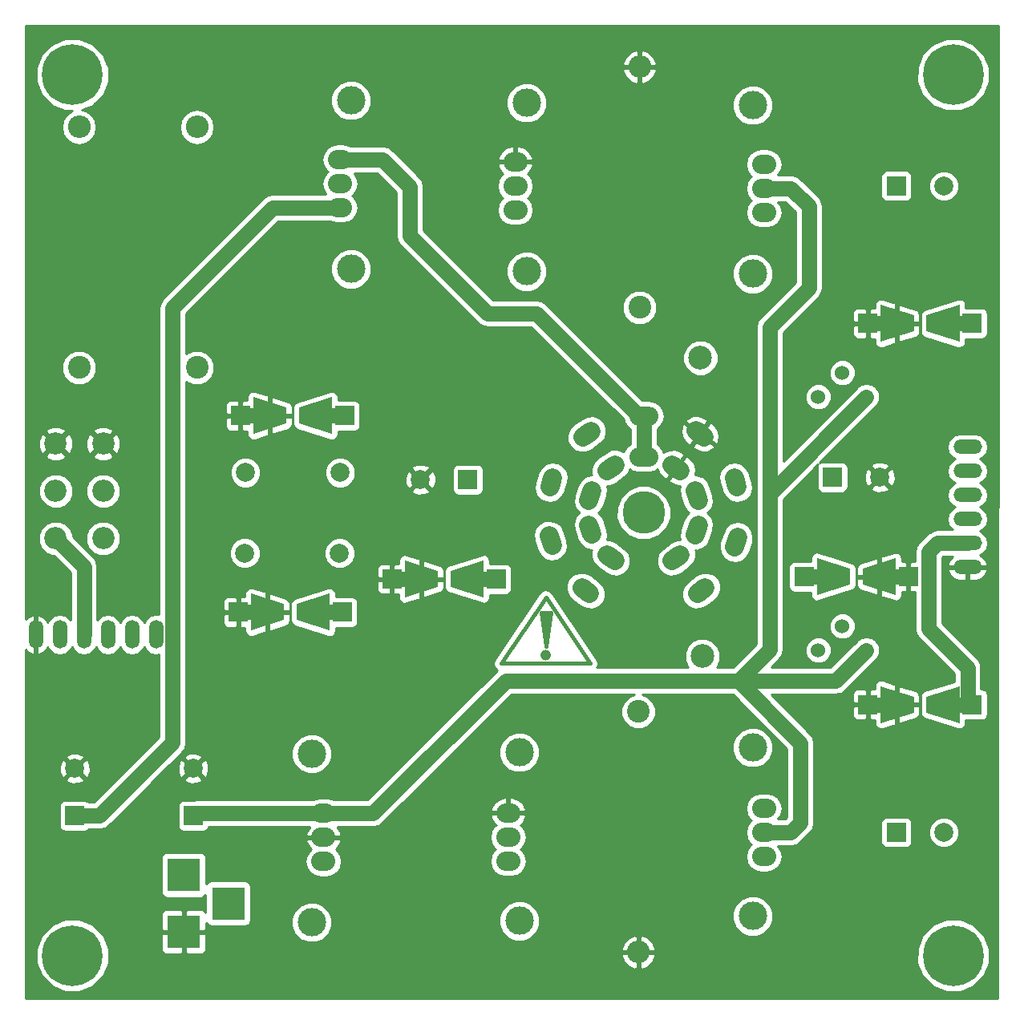
<source format=gbr>
G04 #@! TF.FileFunction,Copper,L1,Top,Signal*
%FSLAX46Y46*%
G04 Gerber Fmt 4.6, Leading zero omitted, Abs format (unit mm)*
G04 Created by KiCad (PCBNEW 4.0.6) date 09/01/17 14:50:38*
%MOMM*%
%LPD*%
G01*
G04 APERTURE LIST*
%ADD10C,0.100000*%
%ADD11C,0.381000*%
%ADD12C,2.030000*%
%ADD13O,3.050000X2.030000*%
%ADD14C,4.500000*%
%ADD15O,1.510000X3.010000*%
%ADD16O,2.540000X2.032000*%
%ADD17O,3.010000X1.510000*%
%ADD18R,2.000000X2.000000*%
%ADD19C,2.000000*%
%ADD20C,1.524000*%
%ADD21R,3.500000X3.500000*%
%ADD22C,2.499360*%
%ADD23C,2.340000*%
%ADD24C,6.400000*%
%ADD25C,0.600000*%
%ADD26C,3.000000*%
%ADD27C,2.400000*%
%ADD28O,2.400000X2.400000*%
%ADD29R,1.998980X1.998980*%
%ADD30C,1.600000*%
%ADD31C,0.254000*%
G04 APERTURE END LIST*
D10*
D11*
X108966000Y-99187000D02*
X113665000Y-106172000D01*
X113665000Y-106172000D02*
X104267000Y-106172000D01*
X104267000Y-106172000D02*
X108966000Y-99187000D01*
X109093000Y-105283000D02*
G75*
G03X109093000Y-105283000I-127000J0D01*
G01*
X109325210Y-105283000D02*
G75*
G03X109325210Y-105283000I-359210J0D01*
G01*
X108966000Y-104394000D02*
X108839000Y-100838000D01*
X108966000Y-104267000D02*
X109093000Y-100838000D01*
X108966000Y-100838000D02*
X109474000Y-100838000D01*
X109474000Y-100838000D02*
X108966000Y-104394000D01*
X108966000Y-104394000D02*
X108458000Y-100838000D01*
X108458000Y-100838000D02*
X108966000Y-100838000D01*
D12*
X125804199Y-98180030D02*
X124979001Y-98779570D01*
X129232199Y-92863961D02*
X128917001Y-93834039D01*
X128866201Y-86564761D02*
X129181399Y-87534839D01*
X124852001Y-81619230D02*
X125677199Y-82218770D01*
D13*
X119295600Y-80014000D03*
D12*
X113713799Y-81644630D02*
X112888601Y-82244170D01*
X109724999Y-86564761D02*
X109409801Y-87534839D01*
X109333601Y-92711561D02*
X109648799Y-93681639D01*
X112787001Y-98180030D02*
X113612199Y-98779570D01*
D14*
X119300000Y-90250000D03*
D15*
X55118000Y-103124000D03*
X57658000Y-103124000D03*
X60198000Y-103124000D03*
X62738000Y-103124000D03*
X65278000Y-103124000D03*
X67818000Y-103124000D03*
D16*
X132000000Y-56000000D03*
X132000000Y-53460000D03*
X132000000Y-58540000D03*
X132000000Y-124000000D03*
X132000000Y-121460000D03*
X132000000Y-126540000D03*
X105750000Y-55750000D03*
X105750000Y-58290000D03*
X105750000Y-53210000D03*
X105000000Y-124500000D03*
X105000000Y-127040000D03*
X105000000Y-121960000D03*
X85500000Y-124540000D03*
X85500000Y-122000000D03*
X85500000Y-127080000D03*
X87250000Y-55500000D03*
X87250000Y-58040000D03*
X87250000Y-52960000D03*
D17*
X153500000Y-96000000D03*
X153500000Y-93460000D03*
X153500000Y-90920000D03*
X153500000Y-88380000D03*
X153500000Y-85840000D03*
X153500000Y-83300000D03*
D18*
X100750000Y-86750000D03*
D19*
X95750000Y-86750000D03*
D18*
X139250000Y-86500000D03*
D19*
X144250000Y-86500000D03*
D18*
X146000000Y-55750000D03*
D19*
X151000000Y-55750000D03*
D18*
X146000000Y-124000000D03*
D19*
X151000000Y-124000000D03*
D18*
X59250000Y-122250000D03*
D19*
X59250000Y-117250000D03*
D18*
X71750000Y-122250000D03*
D19*
X71750000Y-117250000D03*
D20*
X140290000Y-75460000D03*
X142830000Y-78000000D03*
X137750000Y-78000000D03*
X140290000Y-102210000D03*
X142830000Y-104750000D03*
X137750000Y-104750000D03*
D21*
X70750000Y-128500000D03*
X70750000Y-134500000D03*
X75450000Y-131500000D03*
D12*
X123162599Y-94700230D02*
X122337401Y-95299770D01*
X125057599Y-91584961D02*
X124742401Y-92555039D01*
X124742401Y-87934961D02*
X125057599Y-88905039D01*
X122337401Y-85190230D02*
X123162599Y-85789770D01*
D13*
X119300000Y-84350000D03*
D12*
X116252599Y-85190230D02*
X115427401Y-85789770D01*
X113847599Y-87934961D02*
X113532401Y-88905039D01*
X113532401Y-91544961D02*
X113847599Y-92515039D01*
X115427401Y-94700230D02*
X116252599Y-95299770D01*
D14*
X119300000Y-90250000D03*
D22*
X125300000Y-73900000D03*
X125500000Y-105400000D03*
D23*
X57230000Y-92964000D03*
X57230000Y-87964000D03*
X57230000Y-82964000D03*
X62230000Y-92964000D03*
X62230000Y-87964000D03*
X62230000Y-82964000D03*
D24*
X59000000Y-44000000D03*
D25*
X61400000Y-44000000D03*
X60697056Y-45697056D03*
X59000000Y-46400000D03*
X57302944Y-45697056D03*
X56600000Y-44000000D03*
X57302944Y-42302944D03*
X59000000Y-41600000D03*
X60697056Y-42302944D03*
D24*
X152000000Y-44000000D03*
D25*
X154400000Y-44000000D03*
X153697056Y-45697056D03*
X152000000Y-46400000D03*
X150302944Y-45697056D03*
X149600000Y-44000000D03*
X150302944Y-42302944D03*
X152000000Y-41600000D03*
X153697056Y-42302944D03*
D24*
X152000000Y-137000000D03*
D25*
X154400000Y-137000000D03*
X153697056Y-138697056D03*
X152000000Y-139400000D03*
X150302944Y-138697056D03*
X149600000Y-137000000D03*
X150302944Y-135302944D03*
X152000000Y-134600000D03*
X153697056Y-135302944D03*
D24*
X59000000Y-137000000D03*
D25*
X61400000Y-137000000D03*
X60697056Y-138697056D03*
X59000000Y-139400000D03*
X57302944Y-138697056D03*
X56600000Y-137000000D03*
X57302944Y-135302944D03*
X59000000Y-134600000D03*
X60697056Y-135302944D03*
D26*
X88392000Y-46716000D03*
X88392000Y-64516000D03*
X106934000Y-46970000D03*
X106934000Y-64770000D03*
X130810000Y-65024000D03*
X130810000Y-47224000D03*
X84250000Y-133500000D03*
X84250000Y-115700000D03*
X106172000Y-115550000D03*
X106172000Y-133350000D03*
X130810000Y-132842000D03*
X130810000Y-115042000D03*
D27*
X59690000Y-74930000D03*
D28*
X59690000Y-49530000D03*
D27*
X118872000Y-68580000D03*
D28*
X118872000Y-43180000D03*
D27*
X118750000Y-111250000D03*
D28*
X118750000Y-136650000D03*
D27*
X72136000Y-74930000D03*
D28*
X72136000Y-49530000D03*
D19*
X87200000Y-94500000D03*
X77200000Y-94500000D03*
X87250000Y-86000000D03*
X77250000Y-86000000D03*
D10*
G36*
X152663060Y-68300550D02*
X152663060Y-72199450D01*
X149162940Y-71099630D01*
X149162940Y-69400370D01*
X152663060Y-68300550D01*
X152663060Y-68300550D01*
G37*
G36*
X144336940Y-72199450D02*
X144336940Y-68300550D01*
X147837060Y-69400370D01*
X147837060Y-71099630D01*
X144336940Y-72199450D01*
X144336940Y-72199450D01*
G37*
D29*
X154001640Y-70250000D03*
X142998360Y-70250000D03*
D10*
G36*
X86413060Y-78050550D02*
X86413060Y-81949450D01*
X82912940Y-80849630D01*
X82912940Y-79150370D01*
X86413060Y-78050550D01*
X86413060Y-78050550D01*
G37*
G36*
X78086940Y-81949450D02*
X78086940Y-78050550D01*
X81587060Y-79150370D01*
X81587060Y-80849630D01*
X78086940Y-81949450D01*
X78086940Y-81949450D01*
G37*
D29*
X87751640Y-80000000D03*
X76748360Y-80000000D03*
D10*
G36*
X86163060Y-98800550D02*
X86163060Y-102699450D01*
X82662940Y-101599630D01*
X82662940Y-99900370D01*
X86163060Y-98800550D01*
X86163060Y-98800550D01*
G37*
G36*
X77836940Y-102699450D02*
X77836940Y-98800550D01*
X81337060Y-99900370D01*
X81337060Y-101599630D01*
X77836940Y-102699450D01*
X77836940Y-102699450D01*
G37*
D29*
X87501640Y-100750000D03*
X76498360Y-100750000D03*
D10*
G36*
X102413060Y-95300550D02*
X102413060Y-99199450D01*
X98912940Y-98099630D01*
X98912940Y-96400370D01*
X102413060Y-95300550D01*
X102413060Y-95300550D01*
G37*
G36*
X94086940Y-99199450D02*
X94086940Y-95300550D01*
X97587060Y-96400370D01*
X97587060Y-98099630D01*
X94086940Y-99199450D01*
X94086940Y-99199450D01*
G37*
D29*
X103751640Y-97250000D03*
X92748360Y-97250000D03*
D10*
G36*
X137586940Y-98949450D02*
X137586940Y-95050550D01*
X141087060Y-96150370D01*
X141087060Y-97849630D01*
X137586940Y-98949450D01*
X137586940Y-98949450D01*
G37*
G36*
X145913060Y-95050550D02*
X145913060Y-98949450D01*
X142412940Y-97849630D01*
X142412940Y-96150370D01*
X145913060Y-95050550D01*
X145913060Y-95050550D01*
G37*
D29*
X136248360Y-97000000D03*
X147251640Y-97000000D03*
D10*
G36*
X152663060Y-108550550D02*
X152663060Y-112449450D01*
X149162940Y-111349630D01*
X149162940Y-109650370D01*
X152663060Y-108550550D01*
X152663060Y-108550550D01*
G37*
G36*
X144336940Y-112449450D02*
X144336940Y-108550550D01*
X147837060Y-109650370D01*
X147837060Y-111349630D01*
X144336940Y-112449450D01*
X144336940Y-112449450D01*
G37*
D29*
X154001640Y-110500000D03*
X142998360Y-110500000D03*
D30*
X84850960Y-80000000D02*
X87251260Y-80000000D01*
X84600960Y-100750000D02*
X87001260Y-100750000D01*
X103251260Y-97250000D02*
X100850960Y-97250000D01*
X145899040Y-70250000D02*
X143498740Y-70250000D01*
X145899040Y-110500000D02*
X143498740Y-110500000D01*
X144350960Y-97000000D02*
X146751260Y-97000000D01*
X76998740Y-100750000D02*
X79399040Y-100750000D01*
X93248740Y-97250000D02*
X95649040Y-97250000D01*
X77248740Y-80000000D02*
X79649040Y-80000000D01*
X139149040Y-97000000D02*
X136748740Y-97000000D01*
X151100960Y-70250000D02*
X153501260Y-70250000D01*
X153500000Y-93460000D02*
X150340000Y-93460000D01*
X153501260Y-106601260D02*
X153501260Y-110500000D01*
X149400000Y-102500000D02*
X153501260Y-106601260D01*
X149400000Y-94400000D02*
X149400000Y-102500000D01*
X150340000Y-93460000D02*
X149400000Y-94400000D01*
X151100960Y-110500000D02*
X153501260Y-110500000D01*
X132600000Y-91000000D02*
X132600000Y-83100000D01*
X132600000Y-83100000D02*
X132600000Y-70650000D01*
X135870000Y-123000000D02*
X135870000Y-114570000D01*
X135870000Y-114570000D02*
X129300000Y-108000000D01*
X132000000Y-124000000D02*
X134870000Y-124000000D01*
X134870000Y-124000000D02*
X135870000Y-123000000D01*
X125000000Y-108000000D02*
X129300000Y-108000000D01*
X104750000Y-108000000D02*
X125000000Y-108000000D01*
X125000000Y-108000000D02*
X139580000Y-108000000D01*
X139580000Y-108000000D02*
X142830000Y-104750000D01*
X134870000Y-56000000D02*
X136750000Y-57880000D01*
X132600000Y-70650000D02*
X136750000Y-66500000D01*
X136750000Y-66500000D02*
X136750000Y-57880000D01*
X104750000Y-108000000D02*
X90750000Y-122000000D01*
X132600000Y-104700000D02*
X132600000Y-91000000D01*
X132600000Y-88230000D02*
X132600000Y-91000000D01*
X142830000Y-78000000D02*
X132600000Y-88230000D01*
X132000000Y-56000000D02*
X134870000Y-56000000D01*
X85500000Y-122000000D02*
X72000000Y-122000000D01*
X72000000Y-122000000D02*
X71750000Y-122250000D01*
X90750000Y-122000000D02*
X85500000Y-122000000D01*
X129300000Y-108000000D02*
X132600000Y-104700000D01*
X87250000Y-58040000D02*
X80160000Y-58040000D01*
X80160000Y-58040000D02*
X69573010Y-68626990D01*
X59250000Y-122250000D02*
X61850000Y-122250000D01*
X61850000Y-122250000D02*
X69573010Y-114526990D01*
X69573010Y-114526990D02*
X69573010Y-68626990D01*
X60198000Y-103124000D02*
X60198000Y-95932000D01*
X60198000Y-95932000D02*
X57230000Y-92964000D01*
X94600000Y-55800000D02*
X91760000Y-52960000D01*
X91760000Y-52960000D02*
X87250000Y-52960000D01*
X94600000Y-61000000D02*
X94600000Y-55800000D01*
X102800000Y-69200000D02*
X94600000Y-61000000D01*
X107971600Y-69200000D02*
X102800000Y-69200000D01*
X119295600Y-80014000D02*
X118785600Y-80014000D01*
X118785600Y-80014000D02*
X107971600Y-69200000D01*
X119300000Y-84350000D02*
X119300000Y-80018400D01*
X119300000Y-80018400D02*
X119295600Y-80014000D01*
D31*
G36*
X156653673Y-141530000D02*
X54050000Y-141530000D01*
X54050000Y-137759482D01*
X55164336Y-137759482D01*
X55746950Y-139169515D01*
X56824811Y-140249259D01*
X58233825Y-140834333D01*
X59759482Y-140835664D01*
X61169515Y-140253050D01*
X62249259Y-139175189D01*
X62834333Y-137766175D01*
X62834947Y-137061807D01*
X116961797Y-137061807D01*
X117255508Y-137714776D01*
X117776742Y-138205642D01*
X118338195Y-138438195D01*
X118623000Y-138321432D01*
X118623000Y-136777000D01*
X118877000Y-136777000D01*
X118877000Y-138321432D01*
X119161805Y-138438195D01*
X119723258Y-138205642D01*
X120197020Y-137759482D01*
X148164336Y-137759482D01*
X148746950Y-139169515D01*
X149824811Y-140249259D01*
X151233825Y-140834333D01*
X152759482Y-140835664D01*
X154169515Y-140253050D01*
X155249259Y-139175189D01*
X155834333Y-137766175D01*
X155835664Y-136240518D01*
X155253050Y-134830485D01*
X154175189Y-133750741D01*
X152766175Y-133165667D01*
X151240518Y-133164336D01*
X149830485Y-133746950D01*
X148750741Y-134824811D01*
X148165667Y-136233825D01*
X148164336Y-137759482D01*
X120197020Y-137759482D01*
X120244492Y-137714776D01*
X120538203Y-137061807D01*
X120421858Y-136777000D01*
X118877000Y-136777000D01*
X118623000Y-136777000D01*
X117078142Y-136777000D01*
X116961797Y-137061807D01*
X62834947Y-137061807D01*
X62835664Y-136240518D01*
X62253050Y-134830485D01*
X62208394Y-134785750D01*
X68365000Y-134785750D01*
X68365000Y-136376309D01*
X68461673Y-136609698D01*
X68640301Y-136788327D01*
X68873690Y-136885000D01*
X70464250Y-136885000D01*
X70623000Y-136726250D01*
X70623000Y-134627000D01*
X70877000Y-134627000D01*
X70877000Y-136726250D01*
X71035750Y-136885000D01*
X72626310Y-136885000D01*
X72859699Y-136788327D01*
X73038327Y-136609698D01*
X73135000Y-136376309D01*
X73135000Y-136238193D01*
X116961797Y-136238193D01*
X117078142Y-136523000D01*
X118623000Y-136523000D01*
X118623000Y-134978568D01*
X118877000Y-134978568D01*
X118877000Y-136523000D01*
X120421858Y-136523000D01*
X120538203Y-136238193D01*
X120244492Y-135585224D01*
X119723258Y-135094358D01*
X119161805Y-134861805D01*
X118877000Y-134978568D01*
X118623000Y-134978568D01*
X118338195Y-134861805D01*
X117776742Y-135094358D01*
X117255508Y-135585224D01*
X116961797Y-136238193D01*
X73135000Y-136238193D01*
X73135000Y-134785750D01*
X72976250Y-134627000D01*
X70877000Y-134627000D01*
X70623000Y-134627000D01*
X68523750Y-134627000D01*
X68365000Y-134785750D01*
X62208394Y-134785750D01*
X61175189Y-133750741D01*
X59766175Y-133165667D01*
X58240518Y-133164336D01*
X56830485Y-133746950D01*
X55750741Y-134824811D01*
X55165667Y-136233825D01*
X55164336Y-137759482D01*
X54050000Y-137759482D01*
X54050000Y-132623691D01*
X68365000Y-132623691D01*
X68365000Y-134214250D01*
X68523750Y-134373000D01*
X70623000Y-134373000D01*
X70623000Y-132273750D01*
X70464250Y-132115000D01*
X68873690Y-132115000D01*
X68640301Y-132211673D01*
X68461673Y-132390302D01*
X68365000Y-132623691D01*
X54050000Y-132623691D01*
X54050000Y-126750000D01*
X68352560Y-126750000D01*
X68352560Y-130250000D01*
X68396838Y-130485317D01*
X68535910Y-130701441D01*
X68748110Y-130846431D01*
X69000000Y-130897440D01*
X72500000Y-130897440D01*
X72735317Y-130853162D01*
X72951441Y-130714090D01*
X73052560Y-130566097D01*
X73052560Y-132424663D01*
X73038327Y-132390302D01*
X72859699Y-132211673D01*
X72626310Y-132115000D01*
X71035750Y-132115000D01*
X70877000Y-132273750D01*
X70877000Y-134373000D01*
X72976250Y-134373000D01*
X73135000Y-134214250D01*
X73135000Y-133922815D01*
X82114630Y-133922815D01*
X82438980Y-134707800D01*
X83039041Y-135308909D01*
X83823459Y-135634628D01*
X84672815Y-135635370D01*
X85457800Y-135311020D01*
X86058909Y-134710959D01*
X86384628Y-133926541D01*
X86384762Y-133772815D01*
X104036630Y-133772815D01*
X104360980Y-134557800D01*
X104961041Y-135158909D01*
X105745459Y-135484628D01*
X106594815Y-135485370D01*
X107379800Y-135161020D01*
X107980909Y-134560959D01*
X108306628Y-133776541D01*
X108307075Y-133264815D01*
X128674630Y-133264815D01*
X128998980Y-134049800D01*
X129599041Y-134650909D01*
X130383459Y-134976628D01*
X131232815Y-134977370D01*
X132017800Y-134653020D01*
X132618909Y-134052959D01*
X132944628Y-133268541D01*
X132945370Y-132419185D01*
X132621020Y-131634200D01*
X132020959Y-131033091D01*
X131236541Y-130707372D01*
X130387185Y-130706630D01*
X129602200Y-131030980D01*
X129001091Y-131631041D01*
X128675372Y-132415459D01*
X128674630Y-133264815D01*
X108307075Y-133264815D01*
X108307370Y-132927185D01*
X107983020Y-132142200D01*
X107382959Y-131541091D01*
X106598541Y-131215372D01*
X105749185Y-131214630D01*
X104964200Y-131538980D01*
X104363091Y-132139041D01*
X104037372Y-132923459D01*
X104036630Y-133772815D01*
X86384762Y-133772815D01*
X86385370Y-133077185D01*
X86061020Y-132292200D01*
X85460959Y-131691091D01*
X84676541Y-131365372D01*
X83827185Y-131364630D01*
X83042200Y-131688980D01*
X82441091Y-132289041D01*
X82115372Y-133073459D01*
X82114630Y-133922815D01*
X73135000Y-133922815D01*
X73135000Y-133544622D01*
X73235910Y-133701441D01*
X73448110Y-133846431D01*
X73700000Y-133897440D01*
X77200000Y-133897440D01*
X77435317Y-133853162D01*
X77651441Y-133714090D01*
X77796431Y-133501890D01*
X77847440Y-133250000D01*
X77847440Y-129750000D01*
X77803162Y-129514683D01*
X77664090Y-129298559D01*
X77451890Y-129153569D01*
X77200000Y-129102560D01*
X73700000Y-129102560D01*
X73464683Y-129146838D01*
X73248559Y-129285910D01*
X73147440Y-129433903D01*
X73147440Y-127080000D01*
X83557679Y-127080000D01*
X83683354Y-127711810D01*
X84041246Y-128247433D01*
X84576869Y-128605325D01*
X85208679Y-128731000D01*
X85791321Y-128731000D01*
X86423131Y-128605325D01*
X86958754Y-128247433D01*
X87316646Y-127711810D01*
X87442321Y-127080000D01*
X87316646Y-126448190D01*
X86958754Y-125912567D01*
X86784219Y-125795946D01*
X87011236Y-125617630D01*
X87327926Y-125054477D01*
X87359975Y-124922944D01*
X87240836Y-124667000D01*
X85627000Y-124667000D01*
X85627000Y-124687000D01*
X85373000Y-124687000D01*
X85373000Y-124667000D01*
X83759164Y-124667000D01*
X83640025Y-124922944D01*
X83672074Y-125054477D01*
X83988764Y-125617630D01*
X84215781Y-125795946D01*
X84041246Y-125912567D01*
X83683354Y-126448190D01*
X83557679Y-127080000D01*
X73147440Y-127080000D01*
X73147440Y-126750000D01*
X73103162Y-126514683D01*
X72964090Y-126298559D01*
X72751890Y-126153569D01*
X72500000Y-126102560D01*
X69000000Y-126102560D01*
X68764683Y-126146838D01*
X68548559Y-126285910D01*
X68403569Y-126498110D01*
X68352560Y-126750000D01*
X54050000Y-126750000D01*
X54050000Y-124500000D01*
X103057679Y-124500000D01*
X103183354Y-125131810D01*
X103541246Y-125667433D01*
X103694748Y-125770000D01*
X103541246Y-125872567D01*
X103183354Y-126408190D01*
X103057679Y-127040000D01*
X103183354Y-127671810D01*
X103541246Y-128207433D01*
X104076869Y-128565325D01*
X104708679Y-128691000D01*
X105291321Y-128691000D01*
X105923131Y-128565325D01*
X106458754Y-128207433D01*
X106816646Y-127671810D01*
X106942321Y-127040000D01*
X106816646Y-126408190D01*
X106458754Y-125872567D01*
X106305252Y-125770000D01*
X106458754Y-125667433D01*
X106816646Y-125131810D01*
X106942321Y-124500000D01*
X106816646Y-123868190D01*
X106458754Y-123332567D01*
X106284219Y-123215946D01*
X106511236Y-123037630D01*
X106827926Y-122474477D01*
X106859975Y-122342944D01*
X106740836Y-122087000D01*
X105127000Y-122087000D01*
X105127000Y-122107000D01*
X104873000Y-122107000D01*
X104873000Y-122087000D01*
X103259164Y-122087000D01*
X103140025Y-122342944D01*
X103172074Y-122474477D01*
X103488764Y-123037630D01*
X103715781Y-123215946D01*
X103541246Y-123332567D01*
X103183354Y-123868190D01*
X103057679Y-124500000D01*
X54050000Y-124500000D01*
X54050000Y-118402532D01*
X58277073Y-118402532D01*
X58375736Y-118669387D01*
X58985461Y-118895908D01*
X59635460Y-118871856D01*
X60124264Y-118669387D01*
X60222927Y-118402532D01*
X59250000Y-117429605D01*
X58277073Y-118402532D01*
X54050000Y-118402532D01*
X54050000Y-116985461D01*
X57604092Y-116985461D01*
X57628144Y-117635460D01*
X57830613Y-118124264D01*
X58097468Y-118222927D01*
X59070395Y-117250000D01*
X59429605Y-117250000D01*
X60402532Y-118222927D01*
X60669387Y-118124264D01*
X60895908Y-117514539D01*
X60871856Y-116864540D01*
X60669387Y-116375736D01*
X60402532Y-116277073D01*
X59429605Y-117250000D01*
X59070395Y-117250000D01*
X58097468Y-116277073D01*
X57830613Y-116375736D01*
X57604092Y-116985461D01*
X54050000Y-116985461D01*
X54050000Y-116097468D01*
X58277073Y-116097468D01*
X59250000Y-117070395D01*
X60222927Y-116097468D01*
X60124264Y-115830613D01*
X59514539Y-115604092D01*
X58864540Y-115628144D01*
X58375736Y-115830613D01*
X58277073Y-116097468D01*
X54050000Y-116097468D01*
X54050000Y-104730440D01*
X54224924Y-104946681D01*
X54703403Y-105206793D01*
X54776029Y-105221277D01*
X54991000Y-105098683D01*
X54991000Y-103251000D01*
X54971000Y-103251000D01*
X54971000Y-102997000D01*
X54991000Y-102997000D01*
X54991000Y-101149317D01*
X55245000Y-101149317D01*
X55245000Y-102997000D01*
X55265000Y-102997000D01*
X55265000Y-103251000D01*
X55245000Y-103251000D01*
X55245000Y-105098683D01*
X55459971Y-105221277D01*
X55532597Y-105206793D01*
X56011076Y-104946681D01*
X56353592Y-104523263D01*
X56375249Y-104450013D01*
X56675122Y-104898803D01*
X57126070Y-105200118D01*
X57658000Y-105305925D01*
X58189930Y-105200118D01*
X58640878Y-104898803D01*
X58928000Y-104469096D01*
X59215122Y-104898803D01*
X59666070Y-105200118D01*
X60198000Y-105305925D01*
X60729930Y-105200118D01*
X61180878Y-104898803D01*
X61468000Y-104469096D01*
X61755122Y-104898803D01*
X62206070Y-105200118D01*
X62738000Y-105305925D01*
X63269930Y-105200118D01*
X63720878Y-104898803D01*
X64008000Y-104469096D01*
X64295122Y-104898803D01*
X64746070Y-105200118D01*
X65278000Y-105305925D01*
X65809930Y-105200118D01*
X66260878Y-104898803D01*
X66548000Y-104469096D01*
X66835122Y-104898803D01*
X67286070Y-105200118D01*
X67818000Y-105305925D01*
X68138010Y-105242271D01*
X68138010Y-113932593D01*
X61255604Y-120815000D01*
X60724669Y-120815000D01*
X60714090Y-120798559D01*
X60501890Y-120653569D01*
X60250000Y-120602560D01*
X58250000Y-120602560D01*
X58014683Y-120646838D01*
X57798559Y-120785910D01*
X57653569Y-120998110D01*
X57602560Y-121250000D01*
X57602560Y-123250000D01*
X57646838Y-123485317D01*
X57785910Y-123701441D01*
X57998110Y-123846431D01*
X58250000Y-123897440D01*
X60250000Y-123897440D01*
X60485317Y-123853162D01*
X60701441Y-123714090D01*
X60721317Y-123685000D01*
X61850000Y-123685000D01*
X62399151Y-123575767D01*
X62864698Y-123264698D01*
X64879396Y-121250000D01*
X70102560Y-121250000D01*
X70102560Y-123250000D01*
X70146838Y-123485317D01*
X70285910Y-123701441D01*
X70498110Y-123846431D01*
X70750000Y-123897440D01*
X72750000Y-123897440D01*
X72985317Y-123853162D01*
X73201441Y-123714090D01*
X73346431Y-123501890D01*
X73359977Y-123435000D01*
X84023609Y-123435000D01*
X83988764Y-123462370D01*
X83672074Y-124025523D01*
X83640025Y-124157056D01*
X83759164Y-124413000D01*
X85373000Y-124413000D01*
X85373000Y-124393000D01*
X85627000Y-124393000D01*
X85627000Y-124413000D01*
X87240836Y-124413000D01*
X87359975Y-124157056D01*
X87327926Y-124025523D01*
X87011236Y-123462370D01*
X86976391Y-123435000D01*
X90750000Y-123435000D01*
X91299151Y-123325767D01*
X91764698Y-123014698D01*
X93202340Y-121577056D01*
X103140025Y-121577056D01*
X103259164Y-121833000D01*
X104873000Y-121833000D01*
X104873000Y-120309000D01*
X105127000Y-120309000D01*
X105127000Y-121833000D01*
X106740836Y-121833000D01*
X106859975Y-121577056D01*
X106827926Y-121445523D01*
X106511236Y-120882370D01*
X106003143Y-120483276D01*
X105381000Y-120309000D01*
X105127000Y-120309000D01*
X104873000Y-120309000D01*
X104619000Y-120309000D01*
X103996857Y-120483276D01*
X103488764Y-120882370D01*
X103172074Y-121445523D01*
X103140025Y-121577056D01*
X93202340Y-121577056D01*
X98806581Y-115972815D01*
X104036630Y-115972815D01*
X104360980Y-116757800D01*
X104961041Y-117358909D01*
X105745459Y-117684628D01*
X106594815Y-117685370D01*
X107379800Y-117361020D01*
X107980909Y-116760959D01*
X108306628Y-115976541D01*
X108307075Y-115464815D01*
X128674630Y-115464815D01*
X128998980Y-116249800D01*
X129599041Y-116850909D01*
X130383459Y-117176628D01*
X131232815Y-117177370D01*
X132017800Y-116853020D01*
X132618909Y-116252959D01*
X132944628Y-115468541D01*
X132945370Y-114619185D01*
X132621020Y-113834200D01*
X132020959Y-113233091D01*
X131236541Y-112907372D01*
X130387185Y-112906630D01*
X129602200Y-113230980D01*
X129001091Y-113831041D01*
X128675372Y-114615459D01*
X128674630Y-115464815D01*
X108307075Y-115464815D01*
X108307370Y-115127185D01*
X107983020Y-114342200D01*
X107382959Y-113741091D01*
X106598541Y-113415372D01*
X105749185Y-113414630D01*
X104964200Y-113738980D01*
X104363091Y-114339041D01*
X104037372Y-115123459D01*
X104036630Y-115972815D01*
X98806581Y-115972815D01*
X105344396Y-109435000D01*
X118337424Y-109435000D01*
X117711914Y-109693455D01*
X117195270Y-110209199D01*
X116915319Y-110883395D01*
X116914682Y-111613403D01*
X117193455Y-112288086D01*
X117709199Y-112804730D01*
X118383395Y-113084681D01*
X119113403Y-113085318D01*
X119788086Y-112806545D01*
X120304730Y-112290801D01*
X120584681Y-111616605D01*
X120585318Y-110886597D01*
X120306545Y-110211914D01*
X119790801Y-109695270D01*
X119164002Y-109435000D01*
X128705604Y-109435000D01*
X134435000Y-115164396D01*
X134435000Y-122405603D01*
X134275604Y-122565000D01*
X133500470Y-122565000D01*
X133816646Y-122091810D01*
X133942321Y-121460000D01*
X133816646Y-120828190D01*
X133458754Y-120292567D01*
X132923131Y-119934675D01*
X132291321Y-119809000D01*
X131708679Y-119809000D01*
X131076869Y-119934675D01*
X130541246Y-120292567D01*
X130183354Y-120828190D01*
X130057679Y-121460000D01*
X130183354Y-122091810D01*
X130541246Y-122627433D01*
X130694748Y-122730000D01*
X130541246Y-122832567D01*
X130183354Y-123368190D01*
X130057679Y-124000000D01*
X130183354Y-124631810D01*
X130541246Y-125167433D01*
X130694748Y-125270000D01*
X130541246Y-125372567D01*
X130183354Y-125908190D01*
X130057679Y-126540000D01*
X130183354Y-127171810D01*
X130541246Y-127707433D01*
X131076869Y-128065325D01*
X131708679Y-128191000D01*
X132291321Y-128191000D01*
X132923131Y-128065325D01*
X133458754Y-127707433D01*
X133816646Y-127171810D01*
X133942321Y-126540000D01*
X133816646Y-125908190D01*
X133500470Y-125435000D01*
X134870000Y-125435000D01*
X135419151Y-125325767D01*
X135884698Y-125014698D01*
X136884699Y-124014698D01*
X137195768Y-123549150D01*
X137305000Y-123000000D01*
X144352560Y-123000000D01*
X144352560Y-125000000D01*
X144396838Y-125235317D01*
X144535910Y-125451441D01*
X144748110Y-125596431D01*
X145000000Y-125647440D01*
X147000000Y-125647440D01*
X147235317Y-125603162D01*
X147451441Y-125464090D01*
X147596431Y-125251890D01*
X147647440Y-125000000D01*
X147647440Y-124323795D01*
X149364716Y-124323795D01*
X149613106Y-124924943D01*
X150072637Y-125385278D01*
X150673352Y-125634716D01*
X151323795Y-125635284D01*
X151924943Y-125386894D01*
X152385278Y-124927363D01*
X152634716Y-124326648D01*
X152635284Y-123676205D01*
X152386894Y-123075057D01*
X151927363Y-122614722D01*
X151326648Y-122365284D01*
X150676205Y-122364716D01*
X150075057Y-122613106D01*
X149614722Y-123072637D01*
X149365284Y-123673352D01*
X149364716Y-124323795D01*
X147647440Y-124323795D01*
X147647440Y-123000000D01*
X147603162Y-122764683D01*
X147464090Y-122548559D01*
X147251890Y-122403569D01*
X147000000Y-122352560D01*
X145000000Y-122352560D01*
X144764683Y-122396838D01*
X144548559Y-122535910D01*
X144403569Y-122748110D01*
X144352560Y-123000000D01*
X137305000Y-123000000D01*
X137305000Y-114570000D01*
X137195767Y-114020849D01*
X136884698Y-113555302D01*
X134115146Y-110785750D01*
X141363870Y-110785750D01*
X141363870Y-111625800D01*
X141460543Y-111859189D01*
X141639172Y-112037817D01*
X141872561Y-112134490D01*
X142712610Y-112134490D01*
X142871360Y-111975740D01*
X142871360Y-110627000D01*
X143125360Y-110627000D01*
X143125360Y-111975740D01*
X143284110Y-112134490D01*
X143689500Y-112134490D01*
X143689500Y-112449450D01*
X143714149Y-112626397D01*
X143832058Y-112854756D01*
X144029523Y-113019251D01*
X144275427Y-113093961D01*
X144531025Y-113067115D01*
X145960000Y-112618097D01*
X145960000Y-110627000D01*
X146214000Y-110627000D01*
X146214000Y-112538285D01*
X148031145Y-111967295D01*
X148288501Y-111813720D01*
X148433491Y-111601520D01*
X148484500Y-111349630D01*
X148484500Y-110627000D01*
X146214000Y-110627000D01*
X145960000Y-110627000D01*
X143125360Y-110627000D01*
X142871360Y-110627000D01*
X141522620Y-110627000D01*
X141363870Y-110785750D01*
X134115146Y-110785750D01*
X132764396Y-109435000D01*
X139580000Y-109435000D01*
X139885662Y-109374200D01*
X141363870Y-109374200D01*
X141363870Y-110214250D01*
X141522620Y-110373000D01*
X142871360Y-110373000D01*
X142871360Y-109024260D01*
X143125360Y-109024260D01*
X143125360Y-110373000D01*
X145960000Y-110373000D01*
X146214000Y-110373000D01*
X148484500Y-110373000D01*
X148484500Y-109650370D01*
X148415136Y-109358812D01*
X148256160Y-109156878D01*
X148031145Y-109032705D01*
X146214000Y-108461715D01*
X146214000Y-110373000D01*
X145960000Y-110373000D01*
X145960000Y-108381903D01*
X144531025Y-107932885D01*
X144354827Y-107903357D01*
X144101623Y-107947388D01*
X143885499Y-108086460D01*
X143740509Y-108298660D01*
X143689500Y-108550550D01*
X143689500Y-108865510D01*
X143284110Y-108865510D01*
X143125360Y-109024260D01*
X142871360Y-109024260D01*
X142712610Y-108865510D01*
X141872561Y-108865510D01*
X141639172Y-108962183D01*
X141460543Y-109140811D01*
X141363870Y-109374200D01*
X139885662Y-109374200D01*
X140129151Y-109325767D01*
X140594698Y-109014698D01*
X143844698Y-105764698D01*
X143952437Y-105603456D01*
X144013629Y-105542370D01*
X144047079Y-105461813D01*
X144155767Y-105299150D01*
X144193600Y-105108951D01*
X144226757Y-105029100D01*
X144226833Y-104941877D01*
X144265000Y-104750000D01*
X144227167Y-104559799D01*
X144227242Y-104473339D01*
X144193934Y-104392727D01*
X144155767Y-104200850D01*
X144048028Y-104039607D01*
X144015010Y-103959697D01*
X143953386Y-103897966D01*
X143844698Y-103735302D01*
X143683456Y-103627563D01*
X143622370Y-103566371D01*
X143541813Y-103532921D01*
X143379150Y-103424233D01*
X143188951Y-103386400D01*
X143109100Y-103353243D01*
X143021877Y-103353167D01*
X142830000Y-103315000D01*
X142639799Y-103352833D01*
X142553339Y-103352758D01*
X142472727Y-103386066D01*
X142280850Y-103424233D01*
X142119607Y-103531972D01*
X142039697Y-103564990D01*
X141977966Y-103626614D01*
X141815302Y-103735302D01*
X138985604Y-106565000D01*
X132764396Y-106565000D01*
X133614698Y-105714698D01*
X133659594Y-105647506D01*
X133925767Y-105249151D01*
X133970023Y-105026661D01*
X136352758Y-105026661D01*
X136564990Y-105540303D01*
X136957630Y-105933629D01*
X137470900Y-106146757D01*
X138026661Y-106147242D01*
X138540303Y-105935010D01*
X138933629Y-105542370D01*
X139146757Y-105029100D01*
X139147242Y-104473339D01*
X138935010Y-103959697D01*
X138542370Y-103566371D01*
X138029100Y-103353243D01*
X137473339Y-103352758D01*
X136959697Y-103564990D01*
X136566371Y-103957630D01*
X136353243Y-104470900D01*
X136352758Y-105026661D01*
X133970023Y-105026661D01*
X134035000Y-104700000D01*
X134035000Y-102486661D01*
X138892758Y-102486661D01*
X139104990Y-103000303D01*
X139497630Y-103393629D01*
X140010900Y-103606757D01*
X140566661Y-103607242D01*
X141080303Y-103395010D01*
X141473629Y-103002370D01*
X141686757Y-102489100D01*
X141687242Y-101933339D01*
X141475010Y-101419697D01*
X141082370Y-101026371D01*
X140569100Y-100813243D01*
X140013339Y-100812758D01*
X139499697Y-101024990D01*
X139106371Y-101417630D01*
X138893243Y-101930900D01*
X138892758Y-102486661D01*
X134035000Y-102486661D01*
X134035000Y-96000510D01*
X134601430Y-96000510D01*
X134601430Y-97999490D01*
X134645708Y-98234807D01*
X134784780Y-98450931D01*
X134996980Y-98595921D01*
X135248870Y-98646930D01*
X136939500Y-98646930D01*
X136939500Y-98949450D01*
X136964149Y-99126397D01*
X137082058Y-99354756D01*
X137279523Y-99519251D01*
X137525427Y-99593961D01*
X137781025Y-99567115D01*
X141281145Y-98467295D01*
X141538501Y-98313720D01*
X141683491Y-98101520D01*
X141734500Y-97849630D01*
X141734500Y-97127000D01*
X141765500Y-97127000D01*
X141765500Y-97849630D01*
X141834864Y-98141188D01*
X141993840Y-98343122D01*
X142218855Y-98467295D01*
X144036000Y-99038285D01*
X144036000Y-97127000D01*
X144290000Y-97127000D01*
X144290000Y-99118097D01*
X145718975Y-99567115D01*
X145895173Y-99596643D01*
X146148377Y-99552612D01*
X146364501Y-99413540D01*
X146509491Y-99201340D01*
X146560500Y-98949450D01*
X146560500Y-98634490D01*
X146965890Y-98634490D01*
X147124640Y-98475740D01*
X147124640Y-97127000D01*
X144290000Y-97127000D01*
X144036000Y-97127000D01*
X141765500Y-97127000D01*
X141734500Y-97127000D01*
X141734500Y-96150370D01*
X141765500Y-96150370D01*
X141765500Y-96873000D01*
X144036000Y-96873000D01*
X144036000Y-94961715D01*
X142218855Y-95532705D01*
X141961499Y-95686280D01*
X141816509Y-95898480D01*
X141765500Y-96150370D01*
X141734500Y-96150370D01*
X141665136Y-95858812D01*
X141506160Y-95656878D01*
X141281145Y-95532705D01*
X139210002Y-94881903D01*
X144290000Y-94881903D01*
X144290000Y-96873000D01*
X147124640Y-96873000D01*
X147124640Y-95524260D01*
X147378640Y-95524260D01*
X147378640Y-96873000D01*
X147398640Y-96873000D01*
X147398640Y-97127000D01*
X147378640Y-97127000D01*
X147378640Y-98475740D01*
X147537390Y-98634490D01*
X147965000Y-98634490D01*
X147965000Y-102500000D01*
X148074233Y-103049151D01*
X148251868Y-103315000D01*
X148385302Y-103514698D01*
X152066260Y-107195657D01*
X152066260Y-108059428D01*
X148968855Y-109032705D01*
X148711499Y-109186280D01*
X148566509Y-109398480D01*
X148515500Y-109650370D01*
X148515500Y-111349630D01*
X148584864Y-111641188D01*
X148743840Y-111843122D01*
X148968855Y-111967295D01*
X152468975Y-113067115D01*
X152645173Y-113096643D01*
X152898377Y-113052612D01*
X153114501Y-112913540D01*
X153259491Y-112701340D01*
X153310500Y-112449450D01*
X153310500Y-112146930D01*
X155001130Y-112146930D01*
X155236447Y-112102652D01*
X155452571Y-111963580D01*
X155597561Y-111751380D01*
X155648570Y-111499490D01*
X155648570Y-109500510D01*
X155604292Y-109265193D01*
X155465220Y-109049069D01*
X155253020Y-108904079D01*
X155001130Y-108853070D01*
X154936260Y-108853070D01*
X154936260Y-106601260D01*
X154882404Y-106330506D01*
X154827028Y-106052110D01*
X154515959Y-105586562D01*
X150835000Y-101905604D01*
X150835000Y-96341971D01*
X151402723Y-96341971D01*
X151417207Y-96414597D01*
X151677319Y-96893076D01*
X152100737Y-97235592D01*
X152623000Y-97390000D01*
X153373000Y-97390000D01*
X153373000Y-96127000D01*
X153627000Y-96127000D01*
X153627000Y-97390000D01*
X154377000Y-97390000D01*
X154899263Y-97235592D01*
X155322681Y-96893076D01*
X155582793Y-96414597D01*
X155597277Y-96341971D01*
X155474683Y-96127000D01*
X153627000Y-96127000D01*
X153373000Y-96127000D01*
X151525317Y-96127000D01*
X151402723Y-96341971D01*
X150835000Y-96341971D01*
X150835000Y-94994396D01*
X150934396Y-94895000D01*
X151939299Y-94895000D01*
X151677319Y-95106924D01*
X151417207Y-95585403D01*
X151402723Y-95658029D01*
X151525317Y-95873000D01*
X153373000Y-95873000D01*
X153373000Y-95853000D01*
X153627000Y-95853000D01*
X153627000Y-95873000D01*
X155474683Y-95873000D01*
X155597277Y-95658029D01*
X155582793Y-95585403D01*
X155322681Y-95106924D01*
X154899263Y-94764408D01*
X154826013Y-94742751D01*
X155274803Y-94442878D01*
X155576118Y-93991930D01*
X155681925Y-93460000D01*
X155576118Y-92928070D01*
X155274803Y-92477122D01*
X154845096Y-92190000D01*
X155274803Y-91902878D01*
X155576118Y-91451930D01*
X155681925Y-90920000D01*
X155576118Y-90388070D01*
X155274803Y-89937122D01*
X154845096Y-89650000D01*
X155274803Y-89362878D01*
X155576118Y-88911930D01*
X155681925Y-88380000D01*
X155576118Y-87848070D01*
X155274803Y-87397122D01*
X154845096Y-87110000D01*
X155274803Y-86822878D01*
X155576118Y-86371930D01*
X155681925Y-85840000D01*
X155576118Y-85308070D01*
X155274803Y-84857122D01*
X154845096Y-84570000D01*
X155274803Y-84282878D01*
X155576118Y-83831930D01*
X155681925Y-83300000D01*
X155576118Y-82768070D01*
X155274803Y-82317122D01*
X154823855Y-82015807D01*
X154291925Y-81910000D01*
X152708075Y-81910000D01*
X152176145Y-82015807D01*
X151725197Y-82317122D01*
X151423882Y-82768070D01*
X151318075Y-83300000D01*
X151423882Y-83831930D01*
X151725197Y-84282878D01*
X152154904Y-84570000D01*
X151725197Y-84857122D01*
X151423882Y-85308070D01*
X151318075Y-85840000D01*
X151423882Y-86371930D01*
X151725197Y-86822878D01*
X152154904Y-87110000D01*
X151725197Y-87397122D01*
X151423882Y-87848070D01*
X151318075Y-88380000D01*
X151423882Y-88911930D01*
X151725197Y-89362878D01*
X152154904Y-89650000D01*
X151725197Y-89937122D01*
X151423882Y-90388070D01*
X151318075Y-90920000D01*
X151423882Y-91451930D01*
X151725197Y-91902878D01*
X151907965Y-92025000D01*
X150340000Y-92025000D01*
X149790849Y-92134233D01*
X149522050Y-92313839D01*
X149325302Y-92445302D01*
X148385302Y-93385302D01*
X148074233Y-93850849D01*
X147965000Y-94400000D01*
X147965000Y-95365510D01*
X147537390Y-95365510D01*
X147378640Y-95524260D01*
X147124640Y-95524260D01*
X146965890Y-95365510D01*
X146560500Y-95365510D01*
X146560500Y-95050550D01*
X146535851Y-94873603D01*
X146417942Y-94645244D01*
X146220477Y-94480749D01*
X145974573Y-94406039D01*
X145718975Y-94432885D01*
X144290000Y-94881903D01*
X139210002Y-94881903D01*
X137781025Y-94432885D01*
X137604827Y-94403357D01*
X137351623Y-94447388D01*
X137135499Y-94586460D01*
X136990509Y-94798660D01*
X136939500Y-95050550D01*
X136939500Y-95353070D01*
X135248870Y-95353070D01*
X135013553Y-95397348D01*
X134797429Y-95536420D01*
X134652439Y-95748620D01*
X134601430Y-96000510D01*
X134035000Y-96000510D01*
X134035000Y-88824396D01*
X137744785Y-85114611D01*
X137653569Y-85248110D01*
X137602560Y-85500000D01*
X137602560Y-87500000D01*
X137646838Y-87735317D01*
X137785910Y-87951441D01*
X137998110Y-88096431D01*
X138250000Y-88147440D01*
X140250000Y-88147440D01*
X140485317Y-88103162D01*
X140701441Y-87964090D01*
X140846431Y-87751890D01*
X140866551Y-87652532D01*
X143277073Y-87652532D01*
X143375736Y-87919387D01*
X143985461Y-88145908D01*
X144635460Y-88121856D01*
X145124264Y-87919387D01*
X145222927Y-87652532D01*
X144250000Y-86679605D01*
X143277073Y-87652532D01*
X140866551Y-87652532D01*
X140897440Y-87500000D01*
X140897440Y-86235461D01*
X142604092Y-86235461D01*
X142628144Y-86885460D01*
X142830613Y-87374264D01*
X143097468Y-87472927D01*
X144070395Y-86500000D01*
X144429605Y-86500000D01*
X145402532Y-87472927D01*
X145669387Y-87374264D01*
X145895908Y-86764539D01*
X145871856Y-86114540D01*
X145669387Y-85625736D01*
X145402532Y-85527073D01*
X144429605Y-86500000D01*
X144070395Y-86500000D01*
X143097468Y-85527073D01*
X142830613Y-85625736D01*
X142604092Y-86235461D01*
X140897440Y-86235461D01*
X140897440Y-85500000D01*
X140868740Y-85347468D01*
X143277073Y-85347468D01*
X144250000Y-86320395D01*
X145222927Y-85347468D01*
X145124264Y-85080613D01*
X144514539Y-84854092D01*
X143864540Y-84878144D01*
X143375736Y-85080613D01*
X143277073Y-85347468D01*
X140868740Y-85347468D01*
X140853162Y-85264683D01*
X140714090Y-85048559D01*
X140501890Y-84903569D01*
X140250000Y-84852560D01*
X138250000Y-84852560D01*
X138014683Y-84896838D01*
X137868477Y-84990919D01*
X143844698Y-79014698D01*
X143952437Y-78853456D01*
X144013629Y-78792370D01*
X144047079Y-78711813D01*
X144155767Y-78549150D01*
X144193600Y-78358951D01*
X144226757Y-78279100D01*
X144226833Y-78191877D01*
X144265000Y-78000000D01*
X144227167Y-77809799D01*
X144227242Y-77723339D01*
X144193934Y-77642727D01*
X144155767Y-77450849D01*
X144048028Y-77289606D01*
X144015010Y-77209697D01*
X143953387Y-77147966D01*
X143844698Y-76985302D01*
X143683455Y-76877563D01*
X143622370Y-76816371D01*
X143541815Y-76782922D01*
X143379151Y-76674233D01*
X143188950Y-76636400D01*
X143109100Y-76603243D01*
X143021878Y-76603167D01*
X142830000Y-76565000D01*
X142639799Y-76602833D01*
X142553339Y-76602758D01*
X142472727Y-76636066D01*
X142280850Y-76674233D01*
X142119607Y-76781972D01*
X142039697Y-76814990D01*
X141977966Y-76876614D01*
X141815302Y-76985302D01*
X134035000Y-84765604D01*
X134035000Y-78276661D01*
X136352758Y-78276661D01*
X136564990Y-78790303D01*
X136957630Y-79183629D01*
X137470900Y-79396757D01*
X138026661Y-79397242D01*
X138540303Y-79185010D01*
X138933629Y-78792370D01*
X139146757Y-78279100D01*
X139147242Y-77723339D01*
X138935010Y-77209697D01*
X138542370Y-76816371D01*
X138029100Y-76603243D01*
X137473339Y-76602758D01*
X136959697Y-76814990D01*
X136566371Y-77207630D01*
X136353243Y-77720900D01*
X136352758Y-78276661D01*
X134035000Y-78276661D01*
X134035000Y-75736661D01*
X138892758Y-75736661D01*
X139104990Y-76250303D01*
X139497630Y-76643629D01*
X140010900Y-76856757D01*
X140566661Y-76857242D01*
X141080303Y-76645010D01*
X141473629Y-76252370D01*
X141686757Y-75739100D01*
X141687242Y-75183339D01*
X141475010Y-74669697D01*
X141082370Y-74276371D01*
X140569100Y-74063243D01*
X140013339Y-74062758D01*
X139499697Y-74274990D01*
X139106371Y-74667630D01*
X138893243Y-75180900D01*
X138892758Y-75736661D01*
X134035000Y-75736661D01*
X134035000Y-71244396D01*
X134743646Y-70535750D01*
X141363870Y-70535750D01*
X141363870Y-71375800D01*
X141460543Y-71609189D01*
X141639172Y-71787817D01*
X141872561Y-71884490D01*
X142712610Y-71884490D01*
X142871360Y-71725740D01*
X142871360Y-70377000D01*
X143125360Y-70377000D01*
X143125360Y-71725740D01*
X143284110Y-71884490D01*
X143689500Y-71884490D01*
X143689500Y-72199450D01*
X143714149Y-72376397D01*
X143832058Y-72604756D01*
X144029523Y-72769251D01*
X144275427Y-72843961D01*
X144531025Y-72817115D01*
X145960000Y-72368097D01*
X145960000Y-70377000D01*
X146214000Y-70377000D01*
X146214000Y-72288285D01*
X148031145Y-71717295D01*
X148288501Y-71563720D01*
X148433491Y-71351520D01*
X148484500Y-71099630D01*
X148484500Y-70377000D01*
X146214000Y-70377000D01*
X145960000Y-70377000D01*
X143125360Y-70377000D01*
X142871360Y-70377000D01*
X141522620Y-70377000D01*
X141363870Y-70535750D01*
X134743646Y-70535750D01*
X136155196Y-69124200D01*
X141363870Y-69124200D01*
X141363870Y-69964250D01*
X141522620Y-70123000D01*
X142871360Y-70123000D01*
X142871360Y-68774260D01*
X143125360Y-68774260D01*
X143125360Y-70123000D01*
X145960000Y-70123000D01*
X146214000Y-70123000D01*
X148484500Y-70123000D01*
X148484500Y-69400370D01*
X148515500Y-69400370D01*
X148515500Y-71099630D01*
X148584864Y-71391188D01*
X148743840Y-71593122D01*
X148968855Y-71717295D01*
X152468975Y-72817115D01*
X152645173Y-72846643D01*
X152898377Y-72802612D01*
X153114501Y-72663540D01*
X153259491Y-72451340D01*
X153310500Y-72199450D01*
X153310500Y-71896930D01*
X155001130Y-71896930D01*
X155236447Y-71852652D01*
X155452571Y-71713580D01*
X155597561Y-71501380D01*
X155648570Y-71249490D01*
X155648570Y-69250510D01*
X155604292Y-69015193D01*
X155465220Y-68799069D01*
X155253020Y-68654079D01*
X155001130Y-68603070D01*
X153310500Y-68603070D01*
X153310500Y-68300550D01*
X153285851Y-68123603D01*
X153167942Y-67895244D01*
X152970477Y-67730749D01*
X152724573Y-67656039D01*
X152468975Y-67682885D01*
X148968855Y-68782705D01*
X148711499Y-68936280D01*
X148566509Y-69148480D01*
X148515500Y-69400370D01*
X148484500Y-69400370D01*
X148415136Y-69108812D01*
X148256160Y-68906878D01*
X148031145Y-68782705D01*
X146214000Y-68211715D01*
X146214000Y-70123000D01*
X145960000Y-70123000D01*
X145960000Y-68131903D01*
X144531025Y-67682885D01*
X144354827Y-67653357D01*
X144101623Y-67697388D01*
X143885499Y-67836460D01*
X143740509Y-68048660D01*
X143689500Y-68300550D01*
X143689500Y-68615510D01*
X143284110Y-68615510D01*
X143125360Y-68774260D01*
X142871360Y-68774260D01*
X142712610Y-68615510D01*
X141872561Y-68615510D01*
X141639172Y-68712183D01*
X141460543Y-68890811D01*
X141363870Y-69124200D01*
X136155196Y-69124200D01*
X137764698Y-67514698D01*
X138075767Y-67049151D01*
X138118780Y-66832909D01*
X138185000Y-66500000D01*
X138185000Y-57880000D01*
X138075767Y-57330849D01*
X137955596Y-57151000D01*
X137764698Y-56865301D01*
X135884698Y-54985302D01*
X135532545Y-54750000D01*
X144352560Y-54750000D01*
X144352560Y-56750000D01*
X144396838Y-56985317D01*
X144535910Y-57201441D01*
X144748110Y-57346431D01*
X145000000Y-57397440D01*
X147000000Y-57397440D01*
X147235317Y-57353162D01*
X147451441Y-57214090D01*
X147596431Y-57001890D01*
X147647440Y-56750000D01*
X147647440Y-56073795D01*
X149364716Y-56073795D01*
X149613106Y-56674943D01*
X150072637Y-57135278D01*
X150673352Y-57384716D01*
X151323795Y-57385284D01*
X151924943Y-57136894D01*
X152385278Y-56677363D01*
X152634716Y-56076648D01*
X152635284Y-55426205D01*
X152386894Y-54825057D01*
X151927363Y-54364722D01*
X151326648Y-54115284D01*
X150676205Y-54114716D01*
X150075057Y-54363106D01*
X149614722Y-54822637D01*
X149365284Y-55423352D01*
X149364716Y-56073795D01*
X147647440Y-56073795D01*
X147647440Y-54750000D01*
X147603162Y-54514683D01*
X147464090Y-54298559D01*
X147251890Y-54153569D01*
X147000000Y-54102560D01*
X145000000Y-54102560D01*
X144764683Y-54146838D01*
X144548559Y-54285910D01*
X144403569Y-54498110D01*
X144352560Y-54750000D01*
X135532545Y-54750000D01*
X135419151Y-54674233D01*
X134870000Y-54565000D01*
X133500470Y-54565000D01*
X133816646Y-54091810D01*
X133942321Y-53460000D01*
X133816646Y-52828190D01*
X133458754Y-52292567D01*
X132923131Y-51934675D01*
X132291321Y-51809000D01*
X131708679Y-51809000D01*
X131076869Y-51934675D01*
X130541246Y-52292567D01*
X130183354Y-52828190D01*
X130057679Y-53460000D01*
X130183354Y-54091810D01*
X130541246Y-54627433D01*
X130694748Y-54730000D01*
X130541246Y-54832567D01*
X130183354Y-55368190D01*
X130057679Y-56000000D01*
X130183354Y-56631810D01*
X130541246Y-57167433D01*
X130694748Y-57270000D01*
X130541246Y-57372567D01*
X130183354Y-57908190D01*
X130057679Y-58540000D01*
X130183354Y-59171810D01*
X130541246Y-59707433D01*
X131076869Y-60065325D01*
X131708679Y-60191000D01*
X132291321Y-60191000D01*
X132923131Y-60065325D01*
X133458754Y-59707433D01*
X133816646Y-59171810D01*
X133942321Y-58540000D01*
X133816646Y-57908190D01*
X133500470Y-57435000D01*
X134275604Y-57435000D01*
X135315000Y-58474397D01*
X135315000Y-65905604D01*
X131585302Y-69635302D01*
X131274233Y-70100849D01*
X131165000Y-70650000D01*
X131165000Y-104105604D01*
X128705604Y-106565000D01*
X127000634Y-106565000D01*
X127096822Y-106468979D01*
X127384352Y-105776531D01*
X127385006Y-105026759D01*
X127098686Y-104333809D01*
X126568979Y-103803178D01*
X125876531Y-103515648D01*
X125126759Y-103514994D01*
X124433809Y-103801314D01*
X123903178Y-104331021D01*
X123615648Y-105023469D01*
X123614994Y-105773241D01*
X123901314Y-106466191D01*
X123999951Y-106565000D01*
X114378870Y-106565000D01*
X114383204Y-106554442D01*
X114427663Y-106487905D01*
X114443775Y-106406904D01*
X114475140Y-106330505D01*
X114474889Y-106250483D01*
X114490500Y-106172000D01*
X114474388Y-106091000D01*
X114474129Y-106008412D01*
X114443274Y-105934579D01*
X114427663Y-105856095D01*
X114381778Y-105787424D01*
X114349935Y-105711225D01*
X109650936Y-98726225D01*
X109538424Y-98614417D01*
X109426775Y-98502065D01*
X109424342Y-98501048D01*
X109422468Y-98499186D01*
X109275745Y-98438950D01*
X109214302Y-98413273D01*
X111123080Y-98413273D01*
X111345909Y-99017278D01*
X111782920Y-99490034D01*
X112676589Y-100139322D01*
X113261250Y-100408855D01*
X113904551Y-100434130D01*
X114508556Y-100211301D01*
X114981312Y-99774290D01*
X115250845Y-99189629D01*
X115276120Y-98546328D01*
X115276120Y-98546327D01*
X123315080Y-98546327D01*
X123340356Y-99189629D01*
X123609888Y-99774290D01*
X124082644Y-100211301D01*
X124686649Y-100434130D01*
X125329951Y-100408854D01*
X125914612Y-100139322D01*
X126808280Y-99490034D01*
X127245291Y-99017278D01*
X127468120Y-98413272D01*
X127442845Y-97769971D01*
X127173312Y-97185310D01*
X126700556Y-96748299D01*
X126096551Y-96525470D01*
X125453250Y-96550745D01*
X124868589Y-96820278D01*
X123974920Y-97469566D01*
X123537909Y-97942322D01*
X123315080Y-98546327D01*
X115276120Y-98546327D01*
X115053291Y-97942322D01*
X114616280Y-97469566D01*
X113722612Y-96820278D01*
X113137951Y-96550746D01*
X112494649Y-96525470D01*
X111890644Y-96748299D01*
X111417888Y-97185310D01*
X111148356Y-97769971D01*
X111123080Y-98413273D01*
X109214302Y-98413273D01*
X109129587Y-98377871D01*
X109126948Y-98377863D01*
X109124506Y-98376860D01*
X108966000Y-98377358D01*
X108807494Y-98376860D01*
X108805052Y-98377863D01*
X108802413Y-98377871D01*
X108656188Y-98438978D01*
X108509532Y-98499186D01*
X108507660Y-98501047D01*
X108505225Y-98502064D01*
X108393496Y-98614496D01*
X108281064Y-98726225D01*
X103582064Y-105711225D01*
X103550220Y-105787426D01*
X103504337Y-105856095D01*
X103488726Y-105934579D01*
X103457871Y-106008413D01*
X103457612Y-106091000D01*
X103441500Y-106172000D01*
X103457111Y-106250483D01*
X103456860Y-106330506D01*
X103488225Y-106406906D01*
X103504337Y-106487905D01*
X103548795Y-106554441D01*
X103579186Y-106628468D01*
X103637401Y-106687049D01*
X103683283Y-106755717D01*
X103749819Y-106800175D01*
X103806225Y-106856936D01*
X103880784Y-106888094D01*
X103735302Y-106985302D01*
X90155604Y-120565000D01*
X86558312Y-120565000D01*
X86423131Y-120474675D01*
X85791321Y-120349000D01*
X85208679Y-120349000D01*
X84576869Y-120474675D01*
X84441688Y-120565000D01*
X72000000Y-120565000D01*
X71811173Y-120602560D01*
X70750000Y-120602560D01*
X70514683Y-120646838D01*
X70298559Y-120785910D01*
X70153569Y-120998110D01*
X70102560Y-121250000D01*
X64879396Y-121250000D01*
X67726864Y-118402532D01*
X70777073Y-118402532D01*
X70875736Y-118669387D01*
X71485461Y-118895908D01*
X72135460Y-118871856D01*
X72624264Y-118669387D01*
X72722927Y-118402532D01*
X71750000Y-117429605D01*
X70777073Y-118402532D01*
X67726864Y-118402532D01*
X69143935Y-116985461D01*
X70104092Y-116985461D01*
X70128144Y-117635460D01*
X70330613Y-118124264D01*
X70597468Y-118222927D01*
X71570395Y-117250000D01*
X71929605Y-117250000D01*
X72902532Y-118222927D01*
X73169387Y-118124264D01*
X73395908Y-117514539D01*
X73371856Y-116864540D01*
X73169387Y-116375736D01*
X72902532Y-116277073D01*
X71929605Y-117250000D01*
X71570395Y-117250000D01*
X70597468Y-116277073D01*
X70330613Y-116375736D01*
X70104092Y-116985461D01*
X69143935Y-116985461D01*
X70031928Y-116097468D01*
X70777073Y-116097468D01*
X71750000Y-117070395D01*
X72697580Y-116122815D01*
X82114630Y-116122815D01*
X82438980Y-116907800D01*
X83039041Y-117508909D01*
X83823459Y-117834628D01*
X84672815Y-117835370D01*
X85457800Y-117511020D01*
X86058909Y-116910959D01*
X86384628Y-116126541D01*
X86385370Y-115277185D01*
X86061020Y-114492200D01*
X85460959Y-113891091D01*
X84676541Y-113565372D01*
X83827185Y-113564630D01*
X83042200Y-113888980D01*
X82441091Y-114489041D01*
X82115372Y-115273459D01*
X82114630Y-116122815D01*
X72697580Y-116122815D01*
X72722927Y-116097468D01*
X72624264Y-115830613D01*
X72014539Y-115604092D01*
X71364540Y-115628144D01*
X70875736Y-115830613D01*
X70777073Y-116097468D01*
X70031928Y-116097468D01*
X70587708Y-115541689D01*
X70898777Y-115076141D01*
X71008010Y-114526990D01*
X71008010Y-101035750D01*
X74863870Y-101035750D01*
X74863870Y-101875800D01*
X74960543Y-102109189D01*
X75139172Y-102287817D01*
X75372561Y-102384490D01*
X76212610Y-102384490D01*
X76371360Y-102225740D01*
X76371360Y-100877000D01*
X76625360Y-100877000D01*
X76625360Y-102225740D01*
X76784110Y-102384490D01*
X77189500Y-102384490D01*
X77189500Y-102699450D01*
X77214149Y-102876397D01*
X77332058Y-103104756D01*
X77529523Y-103269251D01*
X77775427Y-103343961D01*
X78031025Y-103317115D01*
X79460000Y-102868097D01*
X79460000Y-100877000D01*
X79714000Y-100877000D01*
X79714000Y-102788285D01*
X81531145Y-102217295D01*
X81788501Y-102063720D01*
X81933491Y-101851520D01*
X81984500Y-101599630D01*
X81984500Y-100877000D01*
X79714000Y-100877000D01*
X79460000Y-100877000D01*
X76625360Y-100877000D01*
X76371360Y-100877000D01*
X75022620Y-100877000D01*
X74863870Y-101035750D01*
X71008010Y-101035750D01*
X71008010Y-99624200D01*
X74863870Y-99624200D01*
X74863870Y-100464250D01*
X75022620Y-100623000D01*
X76371360Y-100623000D01*
X76371360Y-99274260D01*
X76625360Y-99274260D01*
X76625360Y-100623000D01*
X79460000Y-100623000D01*
X79714000Y-100623000D01*
X81984500Y-100623000D01*
X81984500Y-99900370D01*
X82015500Y-99900370D01*
X82015500Y-101599630D01*
X82084864Y-101891188D01*
X82243840Y-102093122D01*
X82468855Y-102217295D01*
X85968975Y-103317115D01*
X86145173Y-103346643D01*
X86398377Y-103302612D01*
X86614501Y-103163540D01*
X86759491Y-102951340D01*
X86810500Y-102699450D01*
X86810500Y-102396930D01*
X88501130Y-102396930D01*
X88736447Y-102352652D01*
X88952571Y-102213580D01*
X89097561Y-102001380D01*
X89148570Y-101749490D01*
X89148570Y-99750510D01*
X89104292Y-99515193D01*
X88965220Y-99299069D01*
X88753020Y-99154079D01*
X88501130Y-99103070D01*
X86810500Y-99103070D01*
X86810500Y-98800550D01*
X86785851Y-98623603D01*
X86667942Y-98395244D01*
X86470477Y-98230749D01*
X86224573Y-98156039D01*
X85968975Y-98182885D01*
X82468855Y-99282705D01*
X82211499Y-99436280D01*
X82066509Y-99648480D01*
X82015500Y-99900370D01*
X81984500Y-99900370D01*
X81915136Y-99608812D01*
X81756160Y-99406878D01*
X81531145Y-99282705D01*
X79714000Y-98711715D01*
X79714000Y-100623000D01*
X79460000Y-100623000D01*
X79460000Y-98631903D01*
X78031025Y-98182885D01*
X77854827Y-98153357D01*
X77601623Y-98197388D01*
X77385499Y-98336460D01*
X77240509Y-98548660D01*
X77189500Y-98800550D01*
X77189500Y-99115510D01*
X76784110Y-99115510D01*
X76625360Y-99274260D01*
X76371360Y-99274260D01*
X76212610Y-99115510D01*
X75372561Y-99115510D01*
X75139172Y-99212183D01*
X74960543Y-99390811D01*
X74863870Y-99624200D01*
X71008010Y-99624200D01*
X71008010Y-97535750D01*
X91113870Y-97535750D01*
X91113870Y-98375800D01*
X91210543Y-98609189D01*
X91389172Y-98787817D01*
X91622561Y-98884490D01*
X92462610Y-98884490D01*
X92621360Y-98725740D01*
X92621360Y-97377000D01*
X92875360Y-97377000D01*
X92875360Y-98725740D01*
X93034110Y-98884490D01*
X93439500Y-98884490D01*
X93439500Y-99199450D01*
X93464149Y-99376397D01*
X93582058Y-99604756D01*
X93779523Y-99769251D01*
X94025427Y-99843961D01*
X94281025Y-99817115D01*
X95710000Y-99368097D01*
X95710000Y-97377000D01*
X95964000Y-97377000D01*
X95964000Y-99288285D01*
X97781145Y-98717295D01*
X98038501Y-98563720D01*
X98183491Y-98351520D01*
X98234500Y-98099630D01*
X98234500Y-97377000D01*
X95964000Y-97377000D01*
X95710000Y-97377000D01*
X92875360Y-97377000D01*
X92621360Y-97377000D01*
X91272620Y-97377000D01*
X91113870Y-97535750D01*
X71008010Y-97535750D01*
X71008010Y-94823795D01*
X75564716Y-94823795D01*
X75813106Y-95424943D01*
X76272637Y-95885278D01*
X76873352Y-96134716D01*
X77523795Y-96135284D01*
X78124943Y-95886894D01*
X78585278Y-95427363D01*
X78834716Y-94826648D01*
X78834718Y-94823795D01*
X85564716Y-94823795D01*
X85813106Y-95424943D01*
X86272637Y-95885278D01*
X86873352Y-96134716D01*
X87523795Y-96135284D01*
X87550620Y-96124200D01*
X91113870Y-96124200D01*
X91113870Y-96964250D01*
X91272620Y-97123000D01*
X92621360Y-97123000D01*
X92621360Y-95774260D01*
X92875360Y-95774260D01*
X92875360Y-97123000D01*
X95710000Y-97123000D01*
X95964000Y-97123000D01*
X98234500Y-97123000D01*
X98234500Y-96400370D01*
X98265500Y-96400370D01*
X98265500Y-98099630D01*
X98334864Y-98391188D01*
X98493840Y-98593122D01*
X98718855Y-98717295D01*
X102218975Y-99817115D01*
X102395173Y-99846643D01*
X102648377Y-99802612D01*
X102864501Y-99663540D01*
X103009491Y-99451340D01*
X103060500Y-99199450D01*
X103060500Y-98896930D01*
X104751130Y-98896930D01*
X104986447Y-98852652D01*
X105202571Y-98713580D01*
X105347561Y-98501380D01*
X105398570Y-98249490D01*
X105398570Y-96250510D01*
X105354292Y-96015193D01*
X105215220Y-95799069D01*
X105003020Y-95654079D01*
X104751130Y-95603070D01*
X103060500Y-95603070D01*
X103060500Y-95300550D01*
X103035851Y-95123603D01*
X102917942Y-94895244D01*
X102720477Y-94730749D01*
X102474573Y-94656039D01*
X102218975Y-94682885D01*
X98718855Y-95782705D01*
X98461499Y-95936280D01*
X98316509Y-96148480D01*
X98265500Y-96400370D01*
X98234500Y-96400370D01*
X98165136Y-96108812D01*
X98006160Y-95906878D01*
X97781145Y-95782705D01*
X95964000Y-95211715D01*
X95964000Y-97123000D01*
X95710000Y-97123000D01*
X95710000Y-95131903D01*
X94281025Y-94682885D01*
X94104827Y-94653357D01*
X93851623Y-94697388D01*
X93635499Y-94836460D01*
X93490509Y-95048660D01*
X93439500Y-95300550D01*
X93439500Y-95615510D01*
X93034110Y-95615510D01*
X92875360Y-95774260D01*
X92621360Y-95774260D01*
X92462610Y-95615510D01*
X91622561Y-95615510D01*
X91389172Y-95712183D01*
X91210543Y-95890811D01*
X91113870Y-96124200D01*
X87550620Y-96124200D01*
X88124943Y-95886894D01*
X88585278Y-95427363D01*
X88834716Y-94826648D01*
X88835284Y-94176205D01*
X88586894Y-93575057D01*
X88127363Y-93114722D01*
X87526648Y-92865284D01*
X86876205Y-92864716D01*
X86275057Y-93113106D01*
X85814722Y-93572637D01*
X85565284Y-94173352D01*
X85564716Y-94823795D01*
X78834718Y-94823795D01*
X78835284Y-94176205D01*
X78586894Y-93575057D01*
X78127363Y-93114722D01*
X77526648Y-92865284D01*
X76876205Y-92864716D01*
X76275057Y-93113106D01*
X75814722Y-93572637D01*
X75565284Y-94173352D01*
X75564716Y-94823795D01*
X71008010Y-94823795D01*
X71008010Y-92541856D01*
X107675612Y-92541856D01*
X107751281Y-93181192D01*
X108092631Y-94231761D01*
X108407205Y-94793473D01*
X108912790Y-95192045D01*
X109532416Y-95366798D01*
X110171752Y-95291128D01*
X110733463Y-94976555D01*
X111132035Y-94470970D01*
X111306788Y-93851344D01*
X111231119Y-93212008D01*
X110889769Y-92161438D01*
X110575195Y-91599726D01*
X110069610Y-91201155D01*
X109449984Y-91026402D01*
X108810648Y-91102071D01*
X108248936Y-91416645D01*
X107850365Y-91922230D01*
X107675612Y-92541856D01*
X71008010Y-92541856D01*
X71008010Y-87902532D01*
X94777073Y-87902532D01*
X94875736Y-88169387D01*
X95485461Y-88395908D01*
X96135460Y-88371856D01*
X96624264Y-88169387D01*
X96722927Y-87902532D01*
X95750000Y-86929605D01*
X94777073Y-87902532D01*
X71008010Y-87902532D01*
X71008010Y-86323795D01*
X75614716Y-86323795D01*
X75863106Y-86924943D01*
X76322637Y-87385278D01*
X76923352Y-87634716D01*
X77573795Y-87635284D01*
X78174943Y-87386894D01*
X78635278Y-86927363D01*
X78884716Y-86326648D01*
X78884718Y-86323795D01*
X85614716Y-86323795D01*
X85863106Y-86924943D01*
X86322637Y-87385278D01*
X86923352Y-87634716D01*
X87573795Y-87635284D01*
X88174943Y-87386894D01*
X88635278Y-86927363D01*
X88818771Y-86485461D01*
X94104092Y-86485461D01*
X94128144Y-87135460D01*
X94330613Y-87624264D01*
X94597468Y-87722927D01*
X95570395Y-86750000D01*
X95929605Y-86750000D01*
X96902532Y-87722927D01*
X97169387Y-87624264D01*
X97395908Y-87014539D01*
X97371856Y-86364540D01*
X97169387Y-85875736D01*
X96902532Y-85777073D01*
X95929605Y-86750000D01*
X95570395Y-86750000D01*
X94597468Y-85777073D01*
X94330613Y-85875736D01*
X94104092Y-86485461D01*
X88818771Y-86485461D01*
X88884716Y-86326648D01*
X88885284Y-85676205D01*
X88852751Y-85597468D01*
X94777073Y-85597468D01*
X95750000Y-86570395D01*
X96570395Y-85750000D01*
X99102560Y-85750000D01*
X99102560Y-87750000D01*
X99146838Y-87985317D01*
X99285910Y-88201441D01*
X99498110Y-88346431D01*
X99750000Y-88397440D01*
X101750000Y-88397440D01*
X101985317Y-88353162D01*
X102201441Y-88214090D01*
X102346431Y-88001890D01*
X102397440Y-87750000D01*
X102397440Y-87704544D01*
X107751812Y-87704544D01*
X107926565Y-88324170D01*
X108325136Y-88829755D01*
X108886848Y-89144329D01*
X109526184Y-89219998D01*
X110145810Y-89045245D01*
X110651395Y-88646674D01*
X110965969Y-88084962D01*
X111307319Y-87034392D01*
X111382988Y-86395056D01*
X111208235Y-85775430D01*
X110809663Y-85269845D01*
X110247952Y-84955272D01*
X109608616Y-84879602D01*
X108988990Y-85054355D01*
X108483405Y-85452927D01*
X108168831Y-86014639D01*
X107827481Y-87065208D01*
X107751812Y-87704544D01*
X102397440Y-87704544D01*
X102397440Y-85750000D01*
X102353162Y-85514683D01*
X102214090Y-85298559D01*
X102001890Y-85153569D01*
X101750000Y-85102560D01*
X99750000Y-85102560D01*
X99514683Y-85146838D01*
X99298559Y-85285910D01*
X99153569Y-85498110D01*
X99102560Y-85750000D01*
X96570395Y-85750000D01*
X96722927Y-85597468D01*
X96624264Y-85330613D01*
X96014539Y-85104092D01*
X95364540Y-85128144D01*
X94875736Y-85330613D01*
X94777073Y-85597468D01*
X88852751Y-85597468D01*
X88636894Y-85075057D01*
X88177363Y-84614722D01*
X87576648Y-84365284D01*
X86926205Y-84364716D01*
X86325057Y-84613106D01*
X85864722Y-85072637D01*
X85615284Y-85673352D01*
X85614716Y-86323795D01*
X78884718Y-86323795D01*
X78885284Y-85676205D01*
X78636894Y-85075057D01*
X78177363Y-84614722D01*
X77576648Y-84365284D01*
X76926205Y-84364716D01*
X76325057Y-84613106D01*
X75864722Y-85072637D01*
X75615284Y-85673352D01*
X75614716Y-86323795D01*
X71008010Y-86323795D01*
X71008010Y-80285750D01*
X75113870Y-80285750D01*
X75113870Y-81125800D01*
X75210543Y-81359189D01*
X75389172Y-81537817D01*
X75622561Y-81634490D01*
X76462610Y-81634490D01*
X76621360Y-81475740D01*
X76621360Y-80127000D01*
X76875360Y-80127000D01*
X76875360Y-81475740D01*
X77034110Y-81634490D01*
X77439500Y-81634490D01*
X77439500Y-81949450D01*
X77464149Y-82126397D01*
X77582058Y-82354756D01*
X77779523Y-82519251D01*
X78025427Y-82593961D01*
X78281025Y-82567115D01*
X79710000Y-82118097D01*
X79710000Y-80127000D01*
X79964000Y-80127000D01*
X79964000Y-82038285D01*
X81781145Y-81467295D01*
X82038501Y-81313720D01*
X82183491Y-81101520D01*
X82234500Y-80849630D01*
X82234500Y-80127000D01*
X79964000Y-80127000D01*
X79710000Y-80127000D01*
X76875360Y-80127000D01*
X76621360Y-80127000D01*
X75272620Y-80127000D01*
X75113870Y-80285750D01*
X71008010Y-80285750D01*
X71008010Y-78874200D01*
X75113870Y-78874200D01*
X75113870Y-79714250D01*
X75272620Y-79873000D01*
X76621360Y-79873000D01*
X76621360Y-78524260D01*
X76875360Y-78524260D01*
X76875360Y-79873000D01*
X79710000Y-79873000D01*
X79964000Y-79873000D01*
X82234500Y-79873000D01*
X82234500Y-79150370D01*
X82265500Y-79150370D01*
X82265500Y-80849630D01*
X82334864Y-81141188D01*
X82493840Y-81343122D01*
X82718855Y-81467295D01*
X86218975Y-82567115D01*
X86395173Y-82596643D01*
X86648377Y-82552612D01*
X86864501Y-82413540D01*
X87009491Y-82201340D01*
X87048050Y-82010927D01*
X111224680Y-82010927D01*
X111249956Y-82654229D01*
X111519488Y-83238890D01*
X111992244Y-83675901D01*
X112596249Y-83898730D01*
X113239551Y-83873454D01*
X113824212Y-83603922D01*
X114717880Y-82954634D01*
X115154891Y-82481878D01*
X115377720Y-81877872D01*
X115352445Y-81234571D01*
X115082912Y-80649910D01*
X114610156Y-80212899D01*
X114006151Y-79990070D01*
X113362850Y-80015345D01*
X112778189Y-80284878D01*
X111884520Y-80934166D01*
X111447509Y-81406922D01*
X111224680Y-82010927D01*
X87048050Y-82010927D01*
X87060500Y-81949450D01*
X87060500Y-81646930D01*
X88751130Y-81646930D01*
X88986447Y-81602652D01*
X89202571Y-81463580D01*
X89347561Y-81251380D01*
X89398570Y-80999490D01*
X89398570Y-79000510D01*
X89354292Y-78765193D01*
X89215220Y-78549069D01*
X89003020Y-78404079D01*
X88751130Y-78353070D01*
X87060500Y-78353070D01*
X87060500Y-78050550D01*
X87035851Y-77873603D01*
X86917942Y-77645244D01*
X86720477Y-77480749D01*
X86474573Y-77406039D01*
X86218975Y-77432885D01*
X82718855Y-78532705D01*
X82461499Y-78686280D01*
X82316509Y-78898480D01*
X82265500Y-79150370D01*
X82234500Y-79150370D01*
X82165136Y-78858812D01*
X82006160Y-78656878D01*
X81781145Y-78532705D01*
X79964000Y-77961715D01*
X79964000Y-79873000D01*
X79710000Y-79873000D01*
X79710000Y-77881903D01*
X78281025Y-77432885D01*
X78104827Y-77403357D01*
X77851623Y-77447388D01*
X77635499Y-77586460D01*
X77490509Y-77798660D01*
X77439500Y-78050550D01*
X77439500Y-78365510D01*
X77034110Y-78365510D01*
X76875360Y-78524260D01*
X76621360Y-78524260D01*
X76462610Y-78365510D01*
X75622561Y-78365510D01*
X75389172Y-78462183D01*
X75210543Y-78640811D01*
X75113870Y-78874200D01*
X71008010Y-78874200D01*
X71008010Y-76397389D01*
X71095199Y-76484730D01*
X71769395Y-76764681D01*
X72499403Y-76765318D01*
X73174086Y-76486545D01*
X73690730Y-75970801D01*
X73970681Y-75296605D01*
X73971318Y-74566597D01*
X73692545Y-73891914D01*
X73176801Y-73375270D01*
X72502605Y-73095319D01*
X71772597Y-73094682D01*
X71097914Y-73373455D01*
X71008010Y-73463202D01*
X71008010Y-69221386D01*
X75290581Y-64938815D01*
X86256630Y-64938815D01*
X86580980Y-65723800D01*
X87181041Y-66324909D01*
X87965459Y-66650628D01*
X88814815Y-66651370D01*
X89599800Y-66327020D01*
X90200909Y-65726959D01*
X90526628Y-64942541D01*
X90527370Y-64093185D01*
X90203020Y-63308200D01*
X89602959Y-62707091D01*
X88818541Y-62381372D01*
X87969185Y-62380630D01*
X87184200Y-62704980D01*
X86583091Y-63305041D01*
X86257372Y-64089459D01*
X86256630Y-64938815D01*
X75290581Y-64938815D01*
X80754396Y-59475000D01*
X86191688Y-59475000D01*
X86326869Y-59565325D01*
X86958679Y-59691000D01*
X87541321Y-59691000D01*
X88173131Y-59565325D01*
X88708754Y-59207433D01*
X89066646Y-58671810D01*
X89192321Y-58040000D01*
X89066646Y-57408190D01*
X88708754Y-56872567D01*
X88555252Y-56770000D01*
X88708754Y-56667433D01*
X89066646Y-56131810D01*
X89192321Y-55500000D01*
X89066646Y-54868190D01*
X88750470Y-54395000D01*
X91165604Y-54395000D01*
X93165000Y-56394397D01*
X93165000Y-61000000D01*
X93274233Y-61549151D01*
X93585302Y-62014698D01*
X101785302Y-70214698D01*
X102250849Y-70525767D01*
X102800000Y-70635000D01*
X107377204Y-70635000D01*
X117176981Y-80434778D01*
X117218882Y-80645428D01*
X117576557Y-81180726D01*
X117865000Y-81373458D01*
X117865000Y-82993482D01*
X117580957Y-83183274D01*
X117223282Y-83718572D01*
X117205030Y-83810333D01*
X117148956Y-83758499D01*
X116544951Y-83535670D01*
X115901650Y-83560945D01*
X115316989Y-83830478D01*
X114423320Y-84479766D01*
X113986309Y-84952522D01*
X113763480Y-85556527D01*
X113788756Y-86199829D01*
X113816444Y-86259889D01*
X113731216Y-86249802D01*
X113111590Y-86424555D01*
X112606005Y-86823127D01*
X112291431Y-87384839D01*
X111950081Y-88435408D01*
X111874412Y-89074744D01*
X112049165Y-89694370D01*
X112447736Y-90199955D01*
X112492457Y-90225000D01*
X112447736Y-90250045D01*
X112049165Y-90755630D01*
X111874412Y-91375256D01*
X111950081Y-92014592D01*
X112291431Y-93065161D01*
X112606005Y-93626873D01*
X113111590Y-94025445D01*
X113731216Y-94200198D01*
X113835949Y-94187802D01*
X113788756Y-94290171D01*
X113763480Y-94933473D01*
X113986309Y-95537478D01*
X114423320Y-96010234D01*
X115316989Y-96659522D01*
X115901650Y-96929055D01*
X116544951Y-96954330D01*
X117148956Y-96731501D01*
X117621712Y-96294490D01*
X117891245Y-95709829D01*
X117916520Y-95066528D01*
X117916520Y-95066527D01*
X120673480Y-95066527D01*
X120698756Y-95709829D01*
X120968288Y-96294490D01*
X121441044Y-96731501D01*
X122045049Y-96954330D01*
X122688351Y-96929054D01*
X123273012Y-96659522D01*
X124166680Y-96010234D01*
X124603691Y-95537478D01*
X124826520Y-94933472D01*
X124801245Y-94290171D01*
X124773557Y-94230111D01*
X124858784Y-94240198D01*
X125478410Y-94065445D01*
X125556677Y-94003744D01*
X127259012Y-94003744D01*
X127433765Y-94623370D01*
X127832336Y-95128955D01*
X128394048Y-95443529D01*
X129033384Y-95519198D01*
X129653010Y-95344445D01*
X130158595Y-94945874D01*
X130473169Y-94384162D01*
X130814519Y-93333592D01*
X130890188Y-92694256D01*
X130715435Y-92074630D01*
X130316863Y-91569045D01*
X129755152Y-91254472D01*
X129115816Y-91178802D01*
X128496190Y-91353555D01*
X127990605Y-91752127D01*
X127676031Y-92313839D01*
X127334681Y-93364408D01*
X127259012Y-94003744D01*
X125556677Y-94003744D01*
X125983995Y-93666874D01*
X126298569Y-93105162D01*
X126639919Y-92054592D01*
X126715588Y-91415256D01*
X126540835Y-90795630D01*
X126142263Y-90290045D01*
X126061829Y-90245000D01*
X126142263Y-90199955D01*
X126540835Y-89694370D01*
X126715588Y-89074744D01*
X126639919Y-88435408D01*
X126298569Y-87384838D01*
X125983995Y-86823126D01*
X125478410Y-86424555D01*
X125373815Y-86395056D01*
X127208212Y-86395056D01*
X127283881Y-87034392D01*
X127625231Y-88084961D01*
X127939805Y-88646673D01*
X128445390Y-89045245D01*
X129065016Y-89219998D01*
X129704352Y-89144328D01*
X130266063Y-88829755D01*
X130664635Y-88324170D01*
X130839388Y-87704544D01*
X130763719Y-87065208D01*
X130422369Y-86014638D01*
X130107795Y-85452926D01*
X129602210Y-85054355D01*
X128982584Y-84879602D01*
X128343248Y-84955271D01*
X127781536Y-85269845D01*
X127382965Y-85775430D01*
X127208212Y-86395056D01*
X125373815Y-86395056D01*
X124858784Y-86249802D01*
X124741414Y-86263693D01*
X124812151Y-85657090D01*
X124635812Y-85035933D01*
X124235189Y-84529541D01*
X123822591Y-84229771D01*
X122927394Y-85461904D01*
X122943574Y-85473659D01*
X122794277Y-85679150D01*
X122778096Y-85667394D01*
X121882899Y-86899527D01*
X122295498Y-87199297D01*
X122900905Y-87423828D01*
X123183701Y-87413204D01*
X123084412Y-87765256D01*
X123160081Y-88404592D01*
X123501431Y-89455161D01*
X123816005Y-90016873D01*
X124105382Y-90245000D01*
X123816005Y-90473127D01*
X123501431Y-91034839D01*
X123160081Y-92085408D01*
X123084412Y-92724744D01*
X123177992Y-93056552D01*
X122811650Y-93070945D01*
X122226989Y-93340478D01*
X121333320Y-93989766D01*
X120896309Y-94462522D01*
X120673480Y-95066527D01*
X117916520Y-95066527D01*
X117693691Y-94462522D01*
X117256680Y-93989766D01*
X116363012Y-93340478D01*
X115778351Y-93070946D01*
X115400851Y-93056114D01*
X115505588Y-92684744D01*
X115429919Y-92045408D01*
X115088569Y-90994838D01*
X114991408Y-90821344D01*
X116414501Y-90821344D01*
X116852790Y-91882086D01*
X117663645Y-92694357D01*
X118723620Y-93134498D01*
X119871344Y-93135499D01*
X120932086Y-92697210D01*
X121744357Y-91886355D01*
X122184498Y-90826380D01*
X122185499Y-89678656D01*
X121747210Y-88617914D01*
X120936355Y-87805643D01*
X119876380Y-87365502D01*
X118728656Y-87364501D01*
X117667914Y-87802790D01*
X116855643Y-88613645D01*
X116415502Y-89673620D01*
X116414501Y-90821344D01*
X114991408Y-90821344D01*
X114773995Y-90433126D01*
X114509988Y-90225000D01*
X114773995Y-90016874D01*
X115088569Y-89455162D01*
X115429919Y-88404592D01*
X115505588Y-87765256D01*
X115412008Y-87433448D01*
X115778351Y-87419054D01*
X116363012Y-87149522D01*
X117256680Y-86500234D01*
X117693691Y-86027478D01*
X117822561Y-85678161D01*
X118116255Y-85874401D01*
X118747683Y-86000000D01*
X119852317Y-86000000D01*
X120483745Y-85874401D01*
X120786905Y-85671836D01*
X120864188Y-85944067D01*
X121264811Y-86450459D01*
X121677409Y-86750229D01*
X122572606Y-85518096D01*
X122556426Y-85506341D01*
X122705723Y-85300850D01*
X122721904Y-85312606D01*
X123617101Y-84080473D01*
X123204502Y-83780703D01*
X122599095Y-83556172D01*
X121953848Y-83580412D01*
X121399811Y-83834670D01*
X121376718Y-83718572D01*
X121116099Y-83328527D01*
X124397499Y-83328527D01*
X124810098Y-83628297D01*
X125415505Y-83852828D01*
X126060752Y-83828588D01*
X126647606Y-83559269D01*
X126750661Y-83471838D01*
X126804613Y-83194866D01*
X125292696Y-82096394D01*
X124397499Y-83328527D01*
X121116099Y-83328527D01*
X121019043Y-83183274D01*
X120735000Y-82993482D01*
X120735000Y-81751910D01*
X123202449Y-81751910D01*
X123378788Y-82373067D01*
X123779411Y-82879459D01*
X124192009Y-83179229D01*
X125087206Y-81947096D01*
X125009865Y-81890904D01*
X125441994Y-81890904D01*
X126953911Y-82989375D01*
X127200655Y-82852474D01*
X127251961Y-82727446D01*
X127326751Y-82086090D01*
X127150412Y-81464933D01*
X126749789Y-80958541D01*
X126337191Y-80658771D01*
X125441994Y-81890904D01*
X125009865Y-81890904D01*
X123575289Y-80848625D01*
X123328545Y-80985526D01*
X123277239Y-81110554D01*
X123202449Y-81751910D01*
X120735000Y-81751910D01*
X120735000Y-81367578D01*
X121014643Y-81180726D01*
X121372318Y-80645428D01*
X121372774Y-80643134D01*
X123724587Y-80643134D01*
X125236504Y-81741606D01*
X126131701Y-80509473D01*
X125719102Y-80209703D01*
X125113695Y-79985172D01*
X124468448Y-80009412D01*
X123881594Y-80278731D01*
X123778539Y-80366162D01*
X123724587Y-80643134D01*
X121372774Y-80643134D01*
X121497917Y-80014000D01*
X121372318Y-79382572D01*
X121014643Y-78847274D01*
X120479345Y-78489599D01*
X119847917Y-78364000D01*
X119164997Y-78364000D01*
X115074238Y-74273241D01*
X123414994Y-74273241D01*
X123701314Y-74966191D01*
X124231021Y-75496822D01*
X124923469Y-75784352D01*
X125673241Y-75785006D01*
X126366191Y-75498686D01*
X126896822Y-74968979D01*
X127184352Y-74276531D01*
X127185006Y-73526759D01*
X126898686Y-72833809D01*
X126368979Y-72303178D01*
X125676531Y-72015648D01*
X124926759Y-72014994D01*
X124233809Y-72301314D01*
X123703178Y-72831021D01*
X123415648Y-73523469D01*
X123414994Y-74273241D01*
X115074238Y-74273241D01*
X109744400Y-68943403D01*
X117036682Y-68943403D01*
X117315455Y-69618086D01*
X117831199Y-70134730D01*
X118505395Y-70414681D01*
X119235403Y-70415318D01*
X119910086Y-70136545D01*
X120426730Y-69620801D01*
X120706681Y-68946605D01*
X120707318Y-68216597D01*
X120428545Y-67541914D01*
X119912801Y-67025270D01*
X119238605Y-66745319D01*
X118508597Y-66744682D01*
X117833914Y-67023455D01*
X117317270Y-67539199D01*
X117037319Y-68213395D01*
X117036682Y-68943403D01*
X109744400Y-68943403D01*
X108986298Y-68185302D01*
X108781799Y-68048660D01*
X108520751Y-67874233D01*
X107971600Y-67765000D01*
X103394396Y-67765000D01*
X100822211Y-65192815D01*
X104798630Y-65192815D01*
X105122980Y-65977800D01*
X105723041Y-66578909D01*
X106507459Y-66904628D01*
X107356815Y-66905370D01*
X108141800Y-66581020D01*
X108742909Y-65980959D01*
X108964705Y-65446815D01*
X128674630Y-65446815D01*
X128998980Y-66231800D01*
X129599041Y-66832909D01*
X130383459Y-67158628D01*
X131232815Y-67159370D01*
X132017800Y-66835020D01*
X132618909Y-66234959D01*
X132944628Y-65450541D01*
X132945370Y-64601185D01*
X132621020Y-63816200D01*
X132020959Y-63215091D01*
X131236541Y-62889372D01*
X130387185Y-62888630D01*
X129602200Y-63212980D01*
X129001091Y-63813041D01*
X128675372Y-64597459D01*
X128674630Y-65446815D01*
X108964705Y-65446815D01*
X109068628Y-65196541D01*
X109069370Y-64347185D01*
X108745020Y-63562200D01*
X108144959Y-62961091D01*
X107360541Y-62635372D01*
X106511185Y-62634630D01*
X105726200Y-62958980D01*
X105125091Y-63559041D01*
X104799372Y-64343459D01*
X104798630Y-65192815D01*
X100822211Y-65192815D01*
X96035000Y-60405604D01*
X96035000Y-55800000D01*
X96025054Y-55750000D01*
X103807679Y-55750000D01*
X103933354Y-56381810D01*
X104291246Y-56917433D01*
X104444748Y-57020000D01*
X104291246Y-57122567D01*
X103933354Y-57658190D01*
X103807679Y-58290000D01*
X103933354Y-58921810D01*
X104291246Y-59457433D01*
X104826869Y-59815325D01*
X105458679Y-59941000D01*
X106041321Y-59941000D01*
X106673131Y-59815325D01*
X107208754Y-59457433D01*
X107566646Y-58921810D01*
X107692321Y-58290000D01*
X107566646Y-57658190D01*
X107208754Y-57122567D01*
X107055252Y-57020000D01*
X107208754Y-56917433D01*
X107566646Y-56381810D01*
X107692321Y-55750000D01*
X107566646Y-55118190D01*
X107208754Y-54582567D01*
X107034219Y-54465946D01*
X107261236Y-54287630D01*
X107577926Y-53724477D01*
X107609975Y-53592944D01*
X107490836Y-53337000D01*
X105877000Y-53337000D01*
X105877000Y-53357000D01*
X105623000Y-53357000D01*
X105623000Y-53337000D01*
X104009164Y-53337000D01*
X103890025Y-53592944D01*
X103922074Y-53724477D01*
X104238764Y-54287630D01*
X104465781Y-54465946D01*
X104291246Y-54582567D01*
X103933354Y-55118190D01*
X103807679Y-55750000D01*
X96025054Y-55750000D01*
X95925768Y-55250850D01*
X95614699Y-54785302D01*
X93656453Y-52827056D01*
X103890025Y-52827056D01*
X104009164Y-53083000D01*
X105623000Y-53083000D01*
X105623000Y-51559000D01*
X105877000Y-51559000D01*
X105877000Y-53083000D01*
X107490836Y-53083000D01*
X107609975Y-52827056D01*
X107577926Y-52695523D01*
X107261236Y-52132370D01*
X106753143Y-51733276D01*
X106131000Y-51559000D01*
X105877000Y-51559000D01*
X105623000Y-51559000D01*
X105369000Y-51559000D01*
X104746857Y-51733276D01*
X104238764Y-52132370D01*
X103922074Y-52695523D01*
X103890025Y-52827056D01*
X93656453Y-52827056D01*
X92774698Y-51945302D01*
X92758794Y-51934675D01*
X92309151Y-51634233D01*
X91760000Y-51525000D01*
X88308312Y-51525000D01*
X88173131Y-51434675D01*
X87541321Y-51309000D01*
X86958679Y-51309000D01*
X86326869Y-51434675D01*
X85791246Y-51792567D01*
X85433354Y-52328190D01*
X85307679Y-52960000D01*
X85433354Y-53591810D01*
X85791246Y-54127433D01*
X85944748Y-54230000D01*
X85791246Y-54332567D01*
X85433354Y-54868190D01*
X85307679Y-55500000D01*
X85433354Y-56131810D01*
X85749530Y-56605000D01*
X80160000Y-56605000D01*
X79610849Y-56714233D01*
X79161206Y-57014675D01*
X79145302Y-57025302D01*
X68558312Y-67612292D01*
X68247243Y-68077839D01*
X68138010Y-68626990D01*
X68138010Y-101005729D01*
X67818000Y-100942075D01*
X67286070Y-101047882D01*
X66835122Y-101349197D01*
X66548000Y-101778904D01*
X66260878Y-101349197D01*
X65809930Y-101047882D01*
X65278000Y-100942075D01*
X64746070Y-101047882D01*
X64295122Y-101349197D01*
X64008000Y-101778904D01*
X63720878Y-101349197D01*
X63269930Y-101047882D01*
X62738000Y-100942075D01*
X62206070Y-101047882D01*
X61755122Y-101349197D01*
X61633000Y-101531965D01*
X61633000Y-95932000D01*
X61523767Y-95382849D01*
X61212698Y-94917302D01*
X59616858Y-93321462D01*
X60424687Y-93321462D01*
X60698903Y-93985115D01*
X61206215Y-94493312D01*
X61869388Y-94768686D01*
X62587462Y-94769313D01*
X63251115Y-94495097D01*
X63759312Y-93987785D01*
X64034686Y-93324612D01*
X64035313Y-92606538D01*
X63761097Y-91942885D01*
X63253785Y-91434688D01*
X62590612Y-91159314D01*
X61872538Y-91158687D01*
X61208885Y-91432903D01*
X60700688Y-91940215D01*
X60425314Y-92603388D01*
X60424687Y-93321462D01*
X59616858Y-93321462D01*
X59035197Y-92739801D01*
X59035313Y-92606538D01*
X58761097Y-91942885D01*
X58253785Y-91434688D01*
X57590612Y-91159314D01*
X56872538Y-91158687D01*
X56208885Y-91432903D01*
X55700688Y-91940215D01*
X55425314Y-92603388D01*
X55424687Y-93321462D01*
X55698903Y-93985115D01*
X56206215Y-94493312D01*
X56869388Y-94768686D01*
X57005409Y-94768805D01*
X58763000Y-96526396D01*
X58763000Y-101531965D01*
X58640878Y-101349197D01*
X58189930Y-101047882D01*
X57658000Y-100942075D01*
X57126070Y-101047882D01*
X56675122Y-101349197D01*
X56375249Y-101797987D01*
X56353592Y-101724737D01*
X56011076Y-101301319D01*
X55532597Y-101041207D01*
X55459971Y-101026723D01*
X55245000Y-101149317D01*
X54991000Y-101149317D01*
X54776029Y-101026723D01*
X54703403Y-101041207D01*
X54224924Y-101301319D01*
X54050000Y-101517560D01*
X54050000Y-88321462D01*
X55424687Y-88321462D01*
X55698903Y-88985115D01*
X56206215Y-89493312D01*
X56869388Y-89768686D01*
X57587462Y-89769313D01*
X58251115Y-89495097D01*
X58759312Y-88987785D01*
X59034686Y-88324612D01*
X59034688Y-88321462D01*
X60424687Y-88321462D01*
X60698903Y-88985115D01*
X61206215Y-89493312D01*
X61869388Y-89768686D01*
X62587462Y-89769313D01*
X63251115Y-89495097D01*
X63759312Y-88987785D01*
X64034686Y-88324612D01*
X64035313Y-87606538D01*
X63761097Y-86942885D01*
X63253785Y-86434688D01*
X62590612Y-86159314D01*
X61872538Y-86158687D01*
X61208885Y-86432903D01*
X60700688Y-86940215D01*
X60425314Y-87603388D01*
X60424687Y-88321462D01*
X59034688Y-88321462D01*
X59035313Y-87606538D01*
X58761097Y-86942885D01*
X58253785Y-86434688D01*
X57590612Y-86159314D01*
X56872538Y-86158687D01*
X56208885Y-86432903D01*
X55700688Y-86940215D01*
X55425314Y-87603388D01*
X55424687Y-88321462D01*
X54050000Y-88321462D01*
X54050000Y-84239486D01*
X56134120Y-84239486D01*
X56253586Y-84523984D01*
X56924890Y-84778894D01*
X57642646Y-84757504D01*
X58206414Y-84523984D01*
X58325880Y-84239486D01*
X61134120Y-84239486D01*
X61253586Y-84523984D01*
X61924890Y-84778894D01*
X62642646Y-84757504D01*
X63206414Y-84523984D01*
X63325880Y-84239486D01*
X62230000Y-83143605D01*
X61134120Y-84239486D01*
X58325880Y-84239486D01*
X57230000Y-83143605D01*
X56134120Y-84239486D01*
X54050000Y-84239486D01*
X54050000Y-82658890D01*
X55415106Y-82658890D01*
X55436496Y-83376646D01*
X55670016Y-83940414D01*
X55954514Y-84059880D01*
X57050395Y-82964000D01*
X57409605Y-82964000D01*
X58505486Y-84059880D01*
X58789984Y-83940414D01*
X59044894Y-83269110D01*
X59026709Y-82658890D01*
X60415106Y-82658890D01*
X60436496Y-83376646D01*
X60670016Y-83940414D01*
X60954514Y-84059880D01*
X62050395Y-82964000D01*
X62409605Y-82964000D01*
X63505486Y-84059880D01*
X63789984Y-83940414D01*
X64044894Y-83269110D01*
X64023504Y-82551354D01*
X63789984Y-81987586D01*
X63505486Y-81868120D01*
X62409605Y-82964000D01*
X62050395Y-82964000D01*
X60954514Y-81868120D01*
X60670016Y-81987586D01*
X60415106Y-82658890D01*
X59026709Y-82658890D01*
X59023504Y-82551354D01*
X58789984Y-81987586D01*
X58505486Y-81868120D01*
X57409605Y-82964000D01*
X57050395Y-82964000D01*
X55954514Y-81868120D01*
X55670016Y-81987586D01*
X55415106Y-82658890D01*
X54050000Y-82658890D01*
X54050000Y-81688514D01*
X56134120Y-81688514D01*
X57230000Y-82784395D01*
X58325880Y-81688514D01*
X61134120Y-81688514D01*
X62230000Y-82784395D01*
X63325880Y-81688514D01*
X63206414Y-81404016D01*
X62535110Y-81149106D01*
X61817354Y-81170496D01*
X61253586Y-81404016D01*
X61134120Y-81688514D01*
X58325880Y-81688514D01*
X58206414Y-81404016D01*
X57535110Y-81149106D01*
X56817354Y-81170496D01*
X56253586Y-81404016D01*
X56134120Y-81688514D01*
X54050000Y-81688514D01*
X54050000Y-75293403D01*
X57854682Y-75293403D01*
X58133455Y-75968086D01*
X58649199Y-76484730D01*
X59323395Y-76764681D01*
X60053403Y-76765318D01*
X60728086Y-76486545D01*
X61244730Y-75970801D01*
X61524681Y-75296605D01*
X61525318Y-74566597D01*
X61246545Y-73891914D01*
X60730801Y-73375270D01*
X60056605Y-73095319D01*
X59326597Y-73094682D01*
X58651914Y-73373455D01*
X58135270Y-73889199D01*
X57855319Y-74563395D01*
X57854682Y-75293403D01*
X54050000Y-75293403D01*
X54050000Y-44759482D01*
X55164336Y-44759482D01*
X55746950Y-46169515D01*
X56824811Y-47249259D01*
X58233825Y-47834333D01*
X58933580Y-47834943D01*
X58392459Y-48196509D01*
X57994681Y-48791826D01*
X57855000Y-49494050D01*
X57855000Y-49565950D01*
X57994681Y-50268174D01*
X58392459Y-50863491D01*
X58987776Y-51261269D01*
X59690000Y-51400950D01*
X60392224Y-51261269D01*
X60987541Y-50863491D01*
X61385319Y-50268174D01*
X61525000Y-49565950D01*
X61525000Y-49494050D01*
X70301000Y-49494050D01*
X70301000Y-49565950D01*
X70440681Y-50268174D01*
X70838459Y-50863491D01*
X71433776Y-51261269D01*
X72136000Y-51400950D01*
X72838224Y-51261269D01*
X73433541Y-50863491D01*
X73831319Y-50268174D01*
X73971000Y-49565950D01*
X73971000Y-49494050D01*
X73831319Y-48791826D01*
X73433541Y-48196509D01*
X72838224Y-47798731D01*
X72136000Y-47659050D01*
X71433776Y-47798731D01*
X70838459Y-48196509D01*
X70440681Y-48791826D01*
X70301000Y-49494050D01*
X61525000Y-49494050D01*
X61385319Y-48791826D01*
X60987541Y-48196509D01*
X60392224Y-47798731D01*
X60025439Y-47725773D01*
X61169515Y-47253050D01*
X61283949Y-47138815D01*
X86256630Y-47138815D01*
X86580980Y-47923800D01*
X87181041Y-48524909D01*
X87965459Y-48850628D01*
X88814815Y-48851370D01*
X89599800Y-48527020D01*
X90200909Y-47926959D01*
X90422705Y-47392815D01*
X104798630Y-47392815D01*
X105122980Y-48177800D01*
X105723041Y-48778909D01*
X106507459Y-49104628D01*
X107356815Y-49105370D01*
X108141800Y-48781020D01*
X108742909Y-48180959D01*
X108964705Y-47646815D01*
X128674630Y-47646815D01*
X128998980Y-48431800D01*
X129599041Y-49032909D01*
X130383459Y-49358628D01*
X131232815Y-49359370D01*
X132017800Y-49035020D01*
X132618909Y-48434959D01*
X132944628Y-47650541D01*
X132945370Y-46801185D01*
X132621020Y-46016200D01*
X132020959Y-45415091D01*
X131236541Y-45089372D01*
X130387185Y-45088630D01*
X129602200Y-45412980D01*
X129001091Y-46013041D01*
X128675372Y-46797459D01*
X128674630Y-47646815D01*
X108964705Y-47646815D01*
X109068628Y-47396541D01*
X109069370Y-46547185D01*
X108745020Y-45762200D01*
X108144959Y-45161091D01*
X107360541Y-44835372D01*
X106511185Y-44834630D01*
X105726200Y-45158980D01*
X105125091Y-45759041D01*
X104799372Y-46543459D01*
X104798630Y-47392815D01*
X90422705Y-47392815D01*
X90526628Y-47142541D01*
X90527370Y-46293185D01*
X90203020Y-45508200D01*
X89602959Y-44907091D01*
X88818541Y-44581372D01*
X87969185Y-44580630D01*
X87184200Y-44904980D01*
X86583091Y-45505041D01*
X86257372Y-46289459D01*
X86256630Y-47138815D01*
X61283949Y-47138815D01*
X62249259Y-46175189D01*
X62834333Y-44766175D01*
X62835357Y-43591807D01*
X117083797Y-43591807D01*
X117377508Y-44244776D01*
X117898742Y-44735642D01*
X118460195Y-44968195D01*
X118745000Y-44851432D01*
X118745000Y-43307000D01*
X118999000Y-43307000D01*
X118999000Y-44851432D01*
X119283805Y-44968195D01*
X119787701Y-44759482D01*
X148164336Y-44759482D01*
X148746950Y-46169515D01*
X149824811Y-47249259D01*
X151233825Y-47834333D01*
X152759482Y-47835664D01*
X154169515Y-47253050D01*
X155249259Y-46175189D01*
X155834333Y-44766175D01*
X155835664Y-43240518D01*
X155253050Y-41830485D01*
X154175189Y-40750741D01*
X152766175Y-40165667D01*
X151240518Y-40164336D01*
X149830485Y-40746950D01*
X148750741Y-41824811D01*
X148165667Y-43233825D01*
X148164336Y-44759482D01*
X119787701Y-44759482D01*
X119845258Y-44735642D01*
X120366492Y-44244776D01*
X120660203Y-43591807D01*
X120543858Y-43307000D01*
X118999000Y-43307000D01*
X118745000Y-43307000D01*
X117200142Y-43307000D01*
X117083797Y-43591807D01*
X62835357Y-43591807D01*
X62835664Y-43240518D01*
X62640504Y-42768193D01*
X117083797Y-42768193D01*
X117200142Y-43053000D01*
X118745000Y-43053000D01*
X118745000Y-41508568D01*
X118999000Y-41508568D01*
X118999000Y-43053000D01*
X120543858Y-43053000D01*
X120660203Y-42768193D01*
X120366492Y-42115224D01*
X119845258Y-41624358D01*
X119283805Y-41391805D01*
X118999000Y-41508568D01*
X118745000Y-41508568D01*
X118460195Y-41391805D01*
X117898742Y-41624358D01*
X117377508Y-42115224D01*
X117083797Y-42768193D01*
X62640504Y-42768193D01*
X62253050Y-41830485D01*
X61175189Y-40750741D01*
X59766175Y-40165667D01*
X58240518Y-40164336D01*
X56830485Y-40746950D01*
X55750741Y-41824811D01*
X55165667Y-43233825D01*
X55164336Y-44759482D01*
X54050000Y-44759482D01*
X54050000Y-38810000D01*
X156752253Y-38810000D01*
X156653673Y-141530000D01*
X156653673Y-141530000D01*
G37*
X156653673Y-141530000D02*
X54050000Y-141530000D01*
X54050000Y-137759482D01*
X55164336Y-137759482D01*
X55746950Y-139169515D01*
X56824811Y-140249259D01*
X58233825Y-140834333D01*
X59759482Y-140835664D01*
X61169515Y-140253050D01*
X62249259Y-139175189D01*
X62834333Y-137766175D01*
X62834947Y-137061807D01*
X116961797Y-137061807D01*
X117255508Y-137714776D01*
X117776742Y-138205642D01*
X118338195Y-138438195D01*
X118623000Y-138321432D01*
X118623000Y-136777000D01*
X118877000Y-136777000D01*
X118877000Y-138321432D01*
X119161805Y-138438195D01*
X119723258Y-138205642D01*
X120197020Y-137759482D01*
X148164336Y-137759482D01*
X148746950Y-139169515D01*
X149824811Y-140249259D01*
X151233825Y-140834333D01*
X152759482Y-140835664D01*
X154169515Y-140253050D01*
X155249259Y-139175189D01*
X155834333Y-137766175D01*
X155835664Y-136240518D01*
X155253050Y-134830485D01*
X154175189Y-133750741D01*
X152766175Y-133165667D01*
X151240518Y-133164336D01*
X149830485Y-133746950D01*
X148750741Y-134824811D01*
X148165667Y-136233825D01*
X148164336Y-137759482D01*
X120197020Y-137759482D01*
X120244492Y-137714776D01*
X120538203Y-137061807D01*
X120421858Y-136777000D01*
X118877000Y-136777000D01*
X118623000Y-136777000D01*
X117078142Y-136777000D01*
X116961797Y-137061807D01*
X62834947Y-137061807D01*
X62835664Y-136240518D01*
X62253050Y-134830485D01*
X62208394Y-134785750D01*
X68365000Y-134785750D01*
X68365000Y-136376309D01*
X68461673Y-136609698D01*
X68640301Y-136788327D01*
X68873690Y-136885000D01*
X70464250Y-136885000D01*
X70623000Y-136726250D01*
X70623000Y-134627000D01*
X70877000Y-134627000D01*
X70877000Y-136726250D01*
X71035750Y-136885000D01*
X72626310Y-136885000D01*
X72859699Y-136788327D01*
X73038327Y-136609698D01*
X73135000Y-136376309D01*
X73135000Y-136238193D01*
X116961797Y-136238193D01*
X117078142Y-136523000D01*
X118623000Y-136523000D01*
X118623000Y-134978568D01*
X118877000Y-134978568D01*
X118877000Y-136523000D01*
X120421858Y-136523000D01*
X120538203Y-136238193D01*
X120244492Y-135585224D01*
X119723258Y-135094358D01*
X119161805Y-134861805D01*
X118877000Y-134978568D01*
X118623000Y-134978568D01*
X118338195Y-134861805D01*
X117776742Y-135094358D01*
X117255508Y-135585224D01*
X116961797Y-136238193D01*
X73135000Y-136238193D01*
X73135000Y-134785750D01*
X72976250Y-134627000D01*
X70877000Y-134627000D01*
X70623000Y-134627000D01*
X68523750Y-134627000D01*
X68365000Y-134785750D01*
X62208394Y-134785750D01*
X61175189Y-133750741D01*
X59766175Y-133165667D01*
X58240518Y-133164336D01*
X56830485Y-133746950D01*
X55750741Y-134824811D01*
X55165667Y-136233825D01*
X55164336Y-137759482D01*
X54050000Y-137759482D01*
X54050000Y-132623691D01*
X68365000Y-132623691D01*
X68365000Y-134214250D01*
X68523750Y-134373000D01*
X70623000Y-134373000D01*
X70623000Y-132273750D01*
X70464250Y-132115000D01*
X68873690Y-132115000D01*
X68640301Y-132211673D01*
X68461673Y-132390302D01*
X68365000Y-132623691D01*
X54050000Y-132623691D01*
X54050000Y-126750000D01*
X68352560Y-126750000D01*
X68352560Y-130250000D01*
X68396838Y-130485317D01*
X68535910Y-130701441D01*
X68748110Y-130846431D01*
X69000000Y-130897440D01*
X72500000Y-130897440D01*
X72735317Y-130853162D01*
X72951441Y-130714090D01*
X73052560Y-130566097D01*
X73052560Y-132424663D01*
X73038327Y-132390302D01*
X72859699Y-132211673D01*
X72626310Y-132115000D01*
X71035750Y-132115000D01*
X70877000Y-132273750D01*
X70877000Y-134373000D01*
X72976250Y-134373000D01*
X73135000Y-134214250D01*
X73135000Y-133922815D01*
X82114630Y-133922815D01*
X82438980Y-134707800D01*
X83039041Y-135308909D01*
X83823459Y-135634628D01*
X84672815Y-135635370D01*
X85457800Y-135311020D01*
X86058909Y-134710959D01*
X86384628Y-133926541D01*
X86384762Y-133772815D01*
X104036630Y-133772815D01*
X104360980Y-134557800D01*
X104961041Y-135158909D01*
X105745459Y-135484628D01*
X106594815Y-135485370D01*
X107379800Y-135161020D01*
X107980909Y-134560959D01*
X108306628Y-133776541D01*
X108307075Y-133264815D01*
X128674630Y-133264815D01*
X128998980Y-134049800D01*
X129599041Y-134650909D01*
X130383459Y-134976628D01*
X131232815Y-134977370D01*
X132017800Y-134653020D01*
X132618909Y-134052959D01*
X132944628Y-133268541D01*
X132945370Y-132419185D01*
X132621020Y-131634200D01*
X132020959Y-131033091D01*
X131236541Y-130707372D01*
X130387185Y-130706630D01*
X129602200Y-131030980D01*
X129001091Y-131631041D01*
X128675372Y-132415459D01*
X128674630Y-133264815D01*
X108307075Y-133264815D01*
X108307370Y-132927185D01*
X107983020Y-132142200D01*
X107382959Y-131541091D01*
X106598541Y-131215372D01*
X105749185Y-131214630D01*
X104964200Y-131538980D01*
X104363091Y-132139041D01*
X104037372Y-132923459D01*
X104036630Y-133772815D01*
X86384762Y-133772815D01*
X86385370Y-133077185D01*
X86061020Y-132292200D01*
X85460959Y-131691091D01*
X84676541Y-131365372D01*
X83827185Y-131364630D01*
X83042200Y-131688980D01*
X82441091Y-132289041D01*
X82115372Y-133073459D01*
X82114630Y-133922815D01*
X73135000Y-133922815D01*
X73135000Y-133544622D01*
X73235910Y-133701441D01*
X73448110Y-133846431D01*
X73700000Y-133897440D01*
X77200000Y-133897440D01*
X77435317Y-133853162D01*
X77651441Y-133714090D01*
X77796431Y-133501890D01*
X77847440Y-133250000D01*
X77847440Y-129750000D01*
X77803162Y-129514683D01*
X77664090Y-129298559D01*
X77451890Y-129153569D01*
X77200000Y-129102560D01*
X73700000Y-129102560D01*
X73464683Y-129146838D01*
X73248559Y-129285910D01*
X73147440Y-129433903D01*
X73147440Y-127080000D01*
X83557679Y-127080000D01*
X83683354Y-127711810D01*
X84041246Y-128247433D01*
X84576869Y-128605325D01*
X85208679Y-128731000D01*
X85791321Y-128731000D01*
X86423131Y-128605325D01*
X86958754Y-128247433D01*
X87316646Y-127711810D01*
X87442321Y-127080000D01*
X87316646Y-126448190D01*
X86958754Y-125912567D01*
X86784219Y-125795946D01*
X87011236Y-125617630D01*
X87327926Y-125054477D01*
X87359975Y-124922944D01*
X87240836Y-124667000D01*
X85627000Y-124667000D01*
X85627000Y-124687000D01*
X85373000Y-124687000D01*
X85373000Y-124667000D01*
X83759164Y-124667000D01*
X83640025Y-124922944D01*
X83672074Y-125054477D01*
X83988764Y-125617630D01*
X84215781Y-125795946D01*
X84041246Y-125912567D01*
X83683354Y-126448190D01*
X83557679Y-127080000D01*
X73147440Y-127080000D01*
X73147440Y-126750000D01*
X73103162Y-126514683D01*
X72964090Y-126298559D01*
X72751890Y-126153569D01*
X72500000Y-126102560D01*
X69000000Y-126102560D01*
X68764683Y-126146838D01*
X68548559Y-126285910D01*
X68403569Y-126498110D01*
X68352560Y-126750000D01*
X54050000Y-126750000D01*
X54050000Y-124500000D01*
X103057679Y-124500000D01*
X103183354Y-125131810D01*
X103541246Y-125667433D01*
X103694748Y-125770000D01*
X103541246Y-125872567D01*
X103183354Y-126408190D01*
X103057679Y-127040000D01*
X103183354Y-127671810D01*
X103541246Y-128207433D01*
X104076869Y-128565325D01*
X104708679Y-128691000D01*
X105291321Y-128691000D01*
X105923131Y-128565325D01*
X106458754Y-128207433D01*
X106816646Y-127671810D01*
X106942321Y-127040000D01*
X106816646Y-126408190D01*
X106458754Y-125872567D01*
X106305252Y-125770000D01*
X106458754Y-125667433D01*
X106816646Y-125131810D01*
X106942321Y-124500000D01*
X106816646Y-123868190D01*
X106458754Y-123332567D01*
X106284219Y-123215946D01*
X106511236Y-123037630D01*
X106827926Y-122474477D01*
X106859975Y-122342944D01*
X106740836Y-122087000D01*
X105127000Y-122087000D01*
X105127000Y-122107000D01*
X104873000Y-122107000D01*
X104873000Y-122087000D01*
X103259164Y-122087000D01*
X103140025Y-122342944D01*
X103172074Y-122474477D01*
X103488764Y-123037630D01*
X103715781Y-123215946D01*
X103541246Y-123332567D01*
X103183354Y-123868190D01*
X103057679Y-124500000D01*
X54050000Y-124500000D01*
X54050000Y-118402532D01*
X58277073Y-118402532D01*
X58375736Y-118669387D01*
X58985461Y-118895908D01*
X59635460Y-118871856D01*
X60124264Y-118669387D01*
X60222927Y-118402532D01*
X59250000Y-117429605D01*
X58277073Y-118402532D01*
X54050000Y-118402532D01*
X54050000Y-116985461D01*
X57604092Y-116985461D01*
X57628144Y-117635460D01*
X57830613Y-118124264D01*
X58097468Y-118222927D01*
X59070395Y-117250000D01*
X59429605Y-117250000D01*
X60402532Y-118222927D01*
X60669387Y-118124264D01*
X60895908Y-117514539D01*
X60871856Y-116864540D01*
X60669387Y-116375736D01*
X60402532Y-116277073D01*
X59429605Y-117250000D01*
X59070395Y-117250000D01*
X58097468Y-116277073D01*
X57830613Y-116375736D01*
X57604092Y-116985461D01*
X54050000Y-116985461D01*
X54050000Y-116097468D01*
X58277073Y-116097468D01*
X59250000Y-117070395D01*
X60222927Y-116097468D01*
X60124264Y-115830613D01*
X59514539Y-115604092D01*
X58864540Y-115628144D01*
X58375736Y-115830613D01*
X58277073Y-116097468D01*
X54050000Y-116097468D01*
X54050000Y-104730440D01*
X54224924Y-104946681D01*
X54703403Y-105206793D01*
X54776029Y-105221277D01*
X54991000Y-105098683D01*
X54991000Y-103251000D01*
X54971000Y-103251000D01*
X54971000Y-102997000D01*
X54991000Y-102997000D01*
X54991000Y-101149317D01*
X55245000Y-101149317D01*
X55245000Y-102997000D01*
X55265000Y-102997000D01*
X55265000Y-103251000D01*
X55245000Y-103251000D01*
X55245000Y-105098683D01*
X55459971Y-105221277D01*
X55532597Y-105206793D01*
X56011076Y-104946681D01*
X56353592Y-104523263D01*
X56375249Y-104450013D01*
X56675122Y-104898803D01*
X57126070Y-105200118D01*
X57658000Y-105305925D01*
X58189930Y-105200118D01*
X58640878Y-104898803D01*
X58928000Y-104469096D01*
X59215122Y-104898803D01*
X59666070Y-105200118D01*
X60198000Y-105305925D01*
X60729930Y-105200118D01*
X61180878Y-104898803D01*
X61468000Y-104469096D01*
X61755122Y-104898803D01*
X62206070Y-105200118D01*
X62738000Y-105305925D01*
X63269930Y-105200118D01*
X63720878Y-104898803D01*
X64008000Y-104469096D01*
X64295122Y-104898803D01*
X64746070Y-105200118D01*
X65278000Y-105305925D01*
X65809930Y-105200118D01*
X66260878Y-104898803D01*
X66548000Y-104469096D01*
X66835122Y-104898803D01*
X67286070Y-105200118D01*
X67818000Y-105305925D01*
X68138010Y-105242271D01*
X68138010Y-113932593D01*
X61255604Y-120815000D01*
X60724669Y-120815000D01*
X60714090Y-120798559D01*
X60501890Y-120653569D01*
X60250000Y-120602560D01*
X58250000Y-120602560D01*
X58014683Y-120646838D01*
X57798559Y-120785910D01*
X57653569Y-120998110D01*
X57602560Y-121250000D01*
X57602560Y-123250000D01*
X57646838Y-123485317D01*
X57785910Y-123701441D01*
X57998110Y-123846431D01*
X58250000Y-123897440D01*
X60250000Y-123897440D01*
X60485317Y-123853162D01*
X60701441Y-123714090D01*
X60721317Y-123685000D01*
X61850000Y-123685000D01*
X62399151Y-123575767D01*
X62864698Y-123264698D01*
X64879396Y-121250000D01*
X70102560Y-121250000D01*
X70102560Y-123250000D01*
X70146838Y-123485317D01*
X70285910Y-123701441D01*
X70498110Y-123846431D01*
X70750000Y-123897440D01*
X72750000Y-123897440D01*
X72985317Y-123853162D01*
X73201441Y-123714090D01*
X73346431Y-123501890D01*
X73359977Y-123435000D01*
X84023609Y-123435000D01*
X83988764Y-123462370D01*
X83672074Y-124025523D01*
X83640025Y-124157056D01*
X83759164Y-124413000D01*
X85373000Y-124413000D01*
X85373000Y-124393000D01*
X85627000Y-124393000D01*
X85627000Y-124413000D01*
X87240836Y-124413000D01*
X87359975Y-124157056D01*
X87327926Y-124025523D01*
X87011236Y-123462370D01*
X86976391Y-123435000D01*
X90750000Y-123435000D01*
X91299151Y-123325767D01*
X91764698Y-123014698D01*
X93202340Y-121577056D01*
X103140025Y-121577056D01*
X103259164Y-121833000D01*
X104873000Y-121833000D01*
X104873000Y-120309000D01*
X105127000Y-120309000D01*
X105127000Y-121833000D01*
X106740836Y-121833000D01*
X106859975Y-121577056D01*
X106827926Y-121445523D01*
X106511236Y-120882370D01*
X106003143Y-120483276D01*
X105381000Y-120309000D01*
X105127000Y-120309000D01*
X104873000Y-120309000D01*
X104619000Y-120309000D01*
X103996857Y-120483276D01*
X103488764Y-120882370D01*
X103172074Y-121445523D01*
X103140025Y-121577056D01*
X93202340Y-121577056D01*
X98806581Y-115972815D01*
X104036630Y-115972815D01*
X104360980Y-116757800D01*
X104961041Y-117358909D01*
X105745459Y-117684628D01*
X106594815Y-117685370D01*
X107379800Y-117361020D01*
X107980909Y-116760959D01*
X108306628Y-115976541D01*
X108307075Y-115464815D01*
X128674630Y-115464815D01*
X128998980Y-116249800D01*
X129599041Y-116850909D01*
X130383459Y-117176628D01*
X131232815Y-117177370D01*
X132017800Y-116853020D01*
X132618909Y-116252959D01*
X132944628Y-115468541D01*
X132945370Y-114619185D01*
X132621020Y-113834200D01*
X132020959Y-113233091D01*
X131236541Y-112907372D01*
X130387185Y-112906630D01*
X129602200Y-113230980D01*
X129001091Y-113831041D01*
X128675372Y-114615459D01*
X128674630Y-115464815D01*
X108307075Y-115464815D01*
X108307370Y-115127185D01*
X107983020Y-114342200D01*
X107382959Y-113741091D01*
X106598541Y-113415372D01*
X105749185Y-113414630D01*
X104964200Y-113738980D01*
X104363091Y-114339041D01*
X104037372Y-115123459D01*
X104036630Y-115972815D01*
X98806581Y-115972815D01*
X105344396Y-109435000D01*
X118337424Y-109435000D01*
X117711914Y-109693455D01*
X117195270Y-110209199D01*
X116915319Y-110883395D01*
X116914682Y-111613403D01*
X117193455Y-112288086D01*
X117709199Y-112804730D01*
X118383395Y-113084681D01*
X119113403Y-113085318D01*
X119788086Y-112806545D01*
X120304730Y-112290801D01*
X120584681Y-111616605D01*
X120585318Y-110886597D01*
X120306545Y-110211914D01*
X119790801Y-109695270D01*
X119164002Y-109435000D01*
X128705604Y-109435000D01*
X134435000Y-115164396D01*
X134435000Y-122405603D01*
X134275604Y-122565000D01*
X133500470Y-122565000D01*
X133816646Y-122091810D01*
X133942321Y-121460000D01*
X133816646Y-120828190D01*
X133458754Y-120292567D01*
X132923131Y-119934675D01*
X132291321Y-119809000D01*
X131708679Y-119809000D01*
X131076869Y-119934675D01*
X130541246Y-120292567D01*
X130183354Y-120828190D01*
X130057679Y-121460000D01*
X130183354Y-122091810D01*
X130541246Y-122627433D01*
X130694748Y-122730000D01*
X130541246Y-122832567D01*
X130183354Y-123368190D01*
X130057679Y-124000000D01*
X130183354Y-124631810D01*
X130541246Y-125167433D01*
X130694748Y-125270000D01*
X130541246Y-125372567D01*
X130183354Y-125908190D01*
X130057679Y-126540000D01*
X130183354Y-127171810D01*
X130541246Y-127707433D01*
X131076869Y-128065325D01*
X131708679Y-128191000D01*
X132291321Y-128191000D01*
X132923131Y-128065325D01*
X133458754Y-127707433D01*
X133816646Y-127171810D01*
X133942321Y-126540000D01*
X133816646Y-125908190D01*
X133500470Y-125435000D01*
X134870000Y-125435000D01*
X135419151Y-125325767D01*
X135884698Y-125014698D01*
X136884699Y-124014698D01*
X137195768Y-123549150D01*
X137305000Y-123000000D01*
X144352560Y-123000000D01*
X144352560Y-125000000D01*
X144396838Y-125235317D01*
X144535910Y-125451441D01*
X144748110Y-125596431D01*
X145000000Y-125647440D01*
X147000000Y-125647440D01*
X147235317Y-125603162D01*
X147451441Y-125464090D01*
X147596431Y-125251890D01*
X147647440Y-125000000D01*
X147647440Y-124323795D01*
X149364716Y-124323795D01*
X149613106Y-124924943D01*
X150072637Y-125385278D01*
X150673352Y-125634716D01*
X151323795Y-125635284D01*
X151924943Y-125386894D01*
X152385278Y-124927363D01*
X152634716Y-124326648D01*
X152635284Y-123676205D01*
X152386894Y-123075057D01*
X151927363Y-122614722D01*
X151326648Y-122365284D01*
X150676205Y-122364716D01*
X150075057Y-122613106D01*
X149614722Y-123072637D01*
X149365284Y-123673352D01*
X149364716Y-124323795D01*
X147647440Y-124323795D01*
X147647440Y-123000000D01*
X147603162Y-122764683D01*
X147464090Y-122548559D01*
X147251890Y-122403569D01*
X147000000Y-122352560D01*
X145000000Y-122352560D01*
X144764683Y-122396838D01*
X144548559Y-122535910D01*
X144403569Y-122748110D01*
X144352560Y-123000000D01*
X137305000Y-123000000D01*
X137305000Y-114570000D01*
X137195767Y-114020849D01*
X136884698Y-113555302D01*
X134115146Y-110785750D01*
X141363870Y-110785750D01*
X141363870Y-111625800D01*
X141460543Y-111859189D01*
X141639172Y-112037817D01*
X141872561Y-112134490D01*
X142712610Y-112134490D01*
X142871360Y-111975740D01*
X142871360Y-110627000D01*
X143125360Y-110627000D01*
X143125360Y-111975740D01*
X143284110Y-112134490D01*
X143689500Y-112134490D01*
X143689500Y-112449450D01*
X143714149Y-112626397D01*
X143832058Y-112854756D01*
X144029523Y-113019251D01*
X144275427Y-113093961D01*
X144531025Y-113067115D01*
X145960000Y-112618097D01*
X145960000Y-110627000D01*
X146214000Y-110627000D01*
X146214000Y-112538285D01*
X148031145Y-111967295D01*
X148288501Y-111813720D01*
X148433491Y-111601520D01*
X148484500Y-111349630D01*
X148484500Y-110627000D01*
X146214000Y-110627000D01*
X145960000Y-110627000D01*
X143125360Y-110627000D01*
X142871360Y-110627000D01*
X141522620Y-110627000D01*
X141363870Y-110785750D01*
X134115146Y-110785750D01*
X132764396Y-109435000D01*
X139580000Y-109435000D01*
X139885662Y-109374200D01*
X141363870Y-109374200D01*
X141363870Y-110214250D01*
X141522620Y-110373000D01*
X142871360Y-110373000D01*
X142871360Y-109024260D01*
X143125360Y-109024260D01*
X143125360Y-110373000D01*
X145960000Y-110373000D01*
X146214000Y-110373000D01*
X148484500Y-110373000D01*
X148484500Y-109650370D01*
X148415136Y-109358812D01*
X148256160Y-109156878D01*
X148031145Y-109032705D01*
X146214000Y-108461715D01*
X146214000Y-110373000D01*
X145960000Y-110373000D01*
X145960000Y-108381903D01*
X144531025Y-107932885D01*
X144354827Y-107903357D01*
X144101623Y-107947388D01*
X143885499Y-108086460D01*
X143740509Y-108298660D01*
X143689500Y-108550550D01*
X143689500Y-108865510D01*
X143284110Y-108865510D01*
X143125360Y-109024260D01*
X142871360Y-109024260D01*
X142712610Y-108865510D01*
X141872561Y-108865510D01*
X141639172Y-108962183D01*
X141460543Y-109140811D01*
X141363870Y-109374200D01*
X139885662Y-109374200D01*
X140129151Y-109325767D01*
X140594698Y-109014698D01*
X143844698Y-105764698D01*
X143952437Y-105603456D01*
X144013629Y-105542370D01*
X144047079Y-105461813D01*
X144155767Y-105299150D01*
X144193600Y-105108951D01*
X144226757Y-105029100D01*
X144226833Y-104941877D01*
X144265000Y-104750000D01*
X144227167Y-104559799D01*
X144227242Y-104473339D01*
X144193934Y-104392727D01*
X144155767Y-104200850D01*
X144048028Y-104039607D01*
X144015010Y-103959697D01*
X143953386Y-103897966D01*
X143844698Y-103735302D01*
X143683456Y-103627563D01*
X143622370Y-103566371D01*
X143541813Y-103532921D01*
X143379150Y-103424233D01*
X143188951Y-103386400D01*
X143109100Y-103353243D01*
X143021877Y-103353167D01*
X142830000Y-103315000D01*
X142639799Y-103352833D01*
X142553339Y-103352758D01*
X142472727Y-103386066D01*
X142280850Y-103424233D01*
X142119607Y-103531972D01*
X142039697Y-103564990D01*
X141977966Y-103626614D01*
X141815302Y-103735302D01*
X138985604Y-106565000D01*
X132764396Y-106565000D01*
X133614698Y-105714698D01*
X133659594Y-105647506D01*
X133925767Y-105249151D01*
X133970023Y-105026661D01*
X136352758Y-105026661D01*
X136564990Y-105540303D01*
X136957630Y-105933629D01*
X137470900Y-106146757D01*
X138026661Y-106147242D01*
X138540303Y-105935010D01*
X138933629Y-105542370D01*
X139146757Y-105029100D01*
X139147242Y-104473339D01*
X138935010Y-103959697D01*
X138542370Y-103566371D01*
X138029100Y-103353243D01*
X137473339Y-103352758D01*
X136959697Y-103564990D01*
X136566371Y-103957630D01*
X136353243Y-104470900D01*
X136352758Y-105026661D01*
X133970023Y-105026661D01*
X134035000Y-104700000D01*
X134035000Y-102486661D01*
X138892758Y-102486661D01*
X139104990Y-103000303D01*
X139497630Y-103393629D01*
X140010900Y-103606757D01*
X140566661Y-103607242D01*
X141080303Y-103395010D01*
X141473629Y-103002370D01*
X141686757Y-102489100D01*
X141687242Y-101933339D01*
X141475010Y-101419697D01*
X141082370Y-101026371D01*
X140569100Y-100813243D01*
X140013339Y-100812758D01*
X139499697Y-101024990D01*
X139106371Y-101417630D01*
X138893243Y-101930900D01*
X138892758Y-102486661D01*
X134035000Y-102486661D01*
X134035000Y-96000510D01*
X134601430Y-96000510D01*
X134601430Y-97999490D01*
X134645708Y-98234807D01*
X134784780Y-98450931D01*
X134996980Y-98595921D01*
X135248870Y-98646930D01*
X136939500Y-98646930D01*
X136939500Y-98949450D01*
X136964149Y-99126397D01*
X137082058Y-99354756D01*
X137279523Y-99519251D01*
X137525427Y-99593961D01*
X137781025Y-99567115D01*
X141281145Y-98467295D01*
X141538501Y-98313720D01*
X141683491Y-98101520D01*
X141734500Y-97849630D01*
X141734500Y-97127000D01*
X141765500Y-97127000D01*
X141765500Y-97849630D01*
X141834864Y-98141188D01*
X141993840Y-98343122D01*
X142218855Y-98467295D01*
X144036000Y-99038285D01*
X144036000Y-97127000D01*
X144290000Y-97127000D01*
X144290000Y-99118097D01*
X145718975Y-99567115D01*
X145895173Y-99596643D01*
X146148377Y-99552612D01*
X146364501Y-99413540D01*
X146509491Y-99201340D01*
X146560500Y-98949450D01*
X146560500Y-98634490D01*
X146965890Y-98634490D01*
X147124640Y-98475740D01*
X147124640Y-97127000D01*
X144290000Y-97127000D01*
X144036000Y-97127000D01*
X141765500Y-97127000D01*
X141734500Y-97127000D01*
X141734500Y-96150370D01*
X141765500Y-96150370D01*
X141765500Y-96873000D01*
X144036000Y-96873000D01*
X144036000Y-94961715D01*
X142218855Y-95532705D01*
X141961499Y-95686280D01*
X141816509Y-95898480D01*
X141765500Y-96150370D01*
X141734500Y-96150370D01*
X141665136Y-95858812D01*
X141506160Y-95656878D01*
X141281145Y-95532705D01*
X139210002Y-94881903D01*
X144290000Y-94881903D01*
X144290000Y-96873000D01*
X147124640Y-96873000D01*
X147124640Y-95524260D01*
X147378640Y-95524260D01*
X147378640Y-96873000D01*
X147398640Y-96873000D01*
X147398640Y-97127000D01*
X147378640Y-97127000D01*
X147378640Y-98475740D01*
X147537390Y-98634490D01*
X147965000Y-98634490D01*
X147965000Y-102500000D01*
X148074233Y-103049151D01*
X148251868Y-103315000D01*
X148385302Y-103514698D01*
X152066260Y-107195657D01*
X152066260Y-108059428D01*
X148968855Y-109032705D01*
X148711499Y-109186280D01*
X148566509Y-109398480D01*
X148515500Y-109650370D01*
X148515500Y-111349630D01*
X148584864Y-111641188D01*
X148743840Y-111843122D01*
X148968855Y-111967295D01*
X152468975Y-113067115D01*
X152645173Y-113096643D01*
X152898377Y-113052612D01*
X153114501Y-112913540D01*
X153259491Y-112701340D01*
X153310500Y-112449450D01*
X153310500Y-112146930D01*
X155001130Y-112146930D01*
X155236447Y-112102652D01*
X155452571Y-111963580D01*
X155597561Y-111751380D01*
X155648570Y-111499490D01*
X155648570Y-109500510D01*
X155604292Y-109265193D01*
X155465220Y-109049069D01*
X155253020Y-108904079D01*
X155001130Y-108853070D01*
X154936260Y-108853070D01*
X154936260Y-106601260D01*
X154882404Y-106330506D01*
X154827028Y-106052110D01*
X154515959Y-105586562D01*
X150835000Y-101905604D01*
X150835000Y-96341971D01*
X151402723Y-96341971D01*
X151417207Y-96414597D01*
X151677319Y-96893076D01*
X152100737Y-97235592D01*
X152623000Y-97390000D01*
X153373000Y-97390000D01*
X153373000Y-96127000D01*
X153627000Y-96127000D01*
X153627000Y-97390000D01*
X154377000Y-97390000D01*
X154899263Y-97235592D01*
X155322681Y-96893076D01*
X155582793Y-96414597D01*
X155597277Y-96341971D01*
X155474683Y-96127000D01*
X153627000Y-96127000D01*
X153373000Y-96127000D01*
X151525317Y-96127000D01*
X151402723Y-96341971D01*
X150835000Y-96341971D01*
X150835000Y-94994396D01*
X150934396Y-94895000D01*
X151939299Y-94895000D01*
X151677319Y-95106924D01*
X151417207Y-95585403D01*
X151402723Y-95658029D01*
X151525317Y-95873000D01*
X153373000Y-95873000D01*
X153373000Y-95853000D01*
X153627000Y-95853000D01*
X153627000Y-95873000D01*
X155474683Y-95873000D01*
X155597277Y-95658029D01*
X155582793Y-95585403D01*
X155322681Y-95106924D01*
X154899263Y-94764408D01*
X154826013Y-94742751D01*
X155274803Y-94442878D01*
X155576118Y-93991930D01*
X155681925Y-93460000D01*
X155576118Y-92928070D01*
X155274803Y-92477122D01*
X154845096Y-92190000D01*
X155274803Y-91902878D01*
X155576118Y-91451930D01*
X155681925Y-90920000D01*
X155576118Y-90388070D01*
X155274803Y-89937122D01*
X154845096Y-89650000D01*
X155274803Y-89362878D01*
X155576118Y-88911930D01*
X155681925Y-88380000D01*
X155576118Y-87848070D01*
X155274803Y-87397122D01*
X154845096Y-87110000D01*
X155274803Y-86822878D01*
X155576118Y-86371930D01*
X155681925Y-85840000D01*
X155576118Y-85308070D01*
X155274803Y-84857122D01*
X154845096Y-84570000D01*
X155274803Y-84282878D01*
X155576118Y-83831930D01*
X155681925Y-83300000D01*
X155576118Y-82768070D01*
X155274803Y-82317122D01*
X154823855Y-82015807D01*
X154291925Y-81910000D01*
X152708075Y-81910000D01*
X152176145Y-82015807D01*
X151725197Y-82317122D01*
X151423882Y-82768070D01*
X151318075Y-83300000D01*
X151423882Y-83831930D01*
X151725197Y-84282878D01*
X152154904Y-84570000D01*
X151725197Y-84857122D01*
X151423882Y-85308070D01*
X151318075Y-85840000D01*
X151423882Y-86371930D01*
X151725197Y-86822878D01*
X152154904Y-87110000D01*
X151725197Y-87397122D01*
X151423882Y-87848070D01*
X151318075Y-88380000D01*
X151423882Y-88911930D01*
X151725197Y-89362878D01*
X152154904Y-89650000D01*
X151725197Y-89937122D01*
X151423882Y-90388070D01*
X151318075Y-90920000D01*
X151423882Y-91451930D01*
X151725197Y-91902878D01*
X151907965Y-92025000D01*
X150340000Y-92025000D01*
X149790849Y-92134233D01*
X149522050Y-92313839D01*
X149325302Y-92445302D01*
X148385302Y-93385302D01*
X148074233Y-93850849D01*
X147965000Y-94400000D01*
X147965000Y-95365510D01*
X147537390Y-95365510D01*
X147378640Y-95524260D01*
X147124640Y-95524260D01*
X146965890Y-95365510D01*
X146560500Y-95365510D01*
X146560500Y-95050550D01*
X146535851Y-94873603D01*
X146417942Y-94645244D01*
X146220477Y-94480749D01*
X145974573Y-94406039D01*
X145718975Y-94432885D01*
X144290000Y-94881903D01*
X139210002Y-94881903D01*
X137781025Y-94432885D01*
X137604827Y-94403357D01*
X137351623Y-94447388D01*
X137135499Y-94586460D01*
X136990509Y-94798660D01*
X136939500Y-95050550D01*
X136939500Y-95353070D01*
X135248870Y-95353070D01*
X135013553Y-95397348D01*
X134797429Y-95536420D01*
X134652439Y-95748620D01*
X134601430Y-96000510D01*
X134035000Y-96000510D01*
X134035000Y-88824396D01*
X137744785Y-85114611D01*
X137653569Y-85248110D01*
X137602560Y-85500000D01*
X137602560Y-87500000D01*
X137646838Y-87735317D01*
X137785910Y-87951441D01*
X137998110Y-88096431D01*
X138250000Y-88147440D01*
X140250000Y-88147440D01*
X140485317Y-88103162D01*
X140701441Y-87964090D01*
X140846431Y-87751890D01*
X140866551Y-87652532D01*
X143277073Y-87652532D01*
X143375736Y-87919387D01*
X143985461Y-88145908D01*
X144635460Y-88121856D01*
X145124264Y-87919387D01*
X145222927Y-87652532D01*
X144250000Y-86679605D01*
X143277073Y-87652532D01*
X140866551Y-87652532D01*
X140897440Y-87500000D01*
X140897440Y-86235461D01*
X142604092Y-86235461D01*
X142628144Y-86885460D01*
X142830613Y-87374264D01*
X143097468Y-87472927D01*
X144070395Y-86500000D01*
X144429605Y-86500000D01*
X145402532Y-87472927D01*
X145669387Y-87374264D01*
X145895908Y-86764539D01*
X145871856Y-86114540D01*
X145669387Y-85625736D01*
X145402532Y-85527073D01*
X144429605Y-86500000D01*
X144070395Y-86500000D01*
X143097468Y-85527073D01*
X142830613Y-85625736D01*
X142604092Y-86235461D01*
X140897440Y-86235461D01*
X140897440Y-85500000D01*
X140868740Y-85347468D01*
X143277073Y-85347468D01*
X144250000Y-86320395D01*
X145222927Y-85347468D01*
X145124264Y-85080613D01*
X144514539Y-84854092D01*
X143864540Y-84878144D01*
X143375736Y-85080613D01*
X143277073Y-85347468D01*
X140868740Y-85347468D01*
X140853162Y-85264683D01*
X140714090Y-85048559D01*
X140501890Y-84903569D01*
X140250000Y-84852560D01*
X138250000Y-84852560D01*
X138014683Y-84896838D01*
X137868477Y-84990919D01*
X143844698Y-79014698D01*
X143952437Y-78853456D01*
X144013629Y-78792370D01*
X144047079Y-78711813D01*
X144155767Y-78549150D01*
X144193600Y-78358951D01*
X144226757Y-78279100D01*
X144226833Y-78191877D01*
X144265000Y-78000000D01*
X144227167Y-77809799D01*
X144227242Y-77723339D01*
X144193934Y-77642727D01*
X144155767Y-77450849D01*
X144048028Y-77289606D01*
X144015010Y-77209697D01*
X143953387Y-77147966D01*
X143844698Y-76985302D01*
X143683455Y-76877563D01*
X143622370Y-76816371D01*
X143541815Y-76782922D01*
X143379151Y-76674233D01*
X143188950Y-76636400D01*
X143109100Y-76603243D01*
X143021878Y-76603167D01*
X142830000Y-76565000D01*
X142639799Y-76602833D01*
X142553339Y-76602758D01*
X142472727Y-76636066D01*
X142280850Y-76674233D01*
X142119607Y-76781972D01*
X142039697Y-76814990D01*
X141977966Y-76876614D01*
X141815302Y-76985302D01*
X134035000Y-84765604D01*
X134035000Y-78276661D01*
X136352758Y-78276661D01*
X136564990Y-78790303D01*
X136957630Y-79183629D01*
X137470900Y-79396757D01*
X138026661Y-79397242D01*
X138540303Y-79185010D01*
X138933629Y-78792370D01*
X139146757Y-78279100D01*
X139147242Y-77723339D01*
X138935010Y-77209697D01*
X138542370Y-76816371D01*
X138029100Y-76603243D01*
X137473339Y-76602758D01*
X136959697Y-76814990D01*
X136566371Y-77207630D01*
X136353243Y-77720900D01*
X136352758Y-78276661D01*
X134035000Y-78276661D01*
X134035000Y-75736661D01*
X138892758Y-75736661D01*
X139104990Y-76250303D01*
X139497630Y-76643629D01*
X140010900Y-76856757D01*
X140566661Y-76857242D01*
X141080303Y-76645010D01*
X141473629Y-76252370D01*
X141686757Y-75739100D01*
X141687242Y-75183339D01*
X141475010Y-74669697D01*
X141082370Y-74276371D01*
X140569100Y-74063243D01*
X140013339Y-74062758D01*
X139499697Y-74274990D01*
X139106371Y-74667630D01*
X138893243Y-75180900D01*
X138892758Y-75736661D01*
X134035000Y-75736661D01*
X134035000Y-71244396D01*
X134743646Y-70535750D01*
X141363870Y-70535750D01*
X141363870Y-71375800D01*
X141460543Y-71609189D01*
X141639172Y-71787817D01*
X141872561Y-71884490D01*
X142712610Y-71884490D01*
X142871360Y-71725740D01*
X142871360Y-70377000D01*
X143125360Y-70377000D01*
X143125360Y-71725740D01*
X143284110Y-71884490D01*
X143689500Y-71884490D01*
X143689500Y-72199450D01*
X143714149Y-72376397D01*
X143832058Y-72604756D01*
X144029523Y-72769251D01*
X144275427Y-72843961D01*
X144531025Y-72817115D01*
X145960000Y-72368097D01*
X145960000Y-70377000D01*
X146214000Y-70377000D01*
X146214000Y-72288285D01*
X148031145Y-71717295D01*
X148288501Y-71563720D01*
X148433491Y-71351520D01*
X148484500Y-71099630D01*
X148484500Y-70377000D01*
X146214000Y-70377000D01*
X145960000Y-70377000D01*
X143125360Y-70377000D01*
X142871360Y-70377000D01*
X141522620Y-70377000D01*
X141363870Y-70535750D01*
X134743646Y-70535750D01*
X136155196Y-69124200D01*
X141363870Y-69124200D01*
X141363870Y-69964250D01*
X141522620Y-70123000D01*
X142871360Y-70123000D01*
X142871360Y-68774260D01*
X143125360Y-68774260D01*
X143125360Y-70123000D01*
X145960000Y-70123000D01*
X146214000Y-70123000D01*
X148484500Y-70123000D01*
X148484500Y-69400370D01*
X148515500Y-69400370D01*
X148515500Y-71099630D01*
X148584864Y-71391188D01*
X148743840Y-71593122D01*
X148968855Y-71717295D01*
X152468975Y-72817115D01*
X152645173Y-72846643D01*
X152898377Y-72802612D01*
X153114501Y-72663540D01*
X153259491Y-72451340D01*
X153310500Y-72199450D01*
X153310500Y-71896930D01*
X155001130Y-71896930D01*
X155236447Y-71852652D01*
X155452571Y-71713580D01*
X155597561Y-71501380D01*
X155648570Y-71249490D01*
X155648570Y-69250510D01*
X155604292Y-69015193D01*
X155465220Y-68799069D01*
X155253020Y-68654079D01*
X155001130Y-68603070D01*
X153310500Y-68603070D01*
X153310500Y-68300550D01*
X153285851Y-68123603D01*
X153167942Y-67895244D01*
X152970477Y-67730749D01*
X152724573Y-67656039D01*
X152468975Y-67682885D01*
X148968855Y-68782705D01*
X148711499Y-68936280D01*
X148566509Y-69148480D01*
X148515500Y-69400370D01*
X148484500Y-69400370D01*
X148415136Y-69108812D01*
X148256160Y-68906878D01*
X148031145Y-68782705D01*
X146214000Y-68211715D01*
X146214000Y-70123000D01*
X145960000Y-70123000D01*
X145960000Y-68131903D01*
X144531025Y-67682885D01*
X144354827Y-67653357D01*
X144101623Y-67697388D01*
X143885499Y-67836460D01*
X143740509Y-68048660D01*
X143689500Y-68300550D01*
X143689500Y-68615510D01*
X143284110Y-68615510D01*
X143125360Y-68774260D01*
X142871360Y-68774260D01*
X142712610Y-68615510D01*
X141872561Y-68615510D01*
X141639172Y-68712183D01*
X141460543Y-68890811D01*
X141363870Y-69124200D01*
X136155196Y-69124200D01*
X137764698Y-67514698D01*
X138075767Y-67049151D01*
X138118780Y-66832909D01*
X138185000Y-66500000D01*
X138185000Y-57880000D01*
X138075767Y-57330849D01*
X137955596Y-57151000D01*
X137764698Y-56865301D01*
X135884698Y-54985302D01*
X135532545Y-54750000D01*
X144352560Y-54750000D01*
X144352560Y-56750000D01*
X144396838Y-56985317D01*
X144535910Y-57201441D01*
X144748110Y-57346431D01*
X145000000Y-57397440D01*
X147000000Y-57397440D01*
X147235317Y-57353162D01*
X147451441Y-57214090D01*
X147596431Y-57001890D01*
X147647440Y-56750000D01*
X147647440Y-56073795D01*
X149364716Y-56073795D01*
X149613106Y-56674943D01*
X150072637Y-57135278D01*
X150673352Y-57384716D01*
X151323795Y-57385284D01*
X151924943Y-57136894D01*
X152385278Y-56677363D01*
X152634716Y-56076648D01*
X152635284Y-55426205D01*
X152386894Y-54825057D01*
X151927363Y-54364722D01*
X151326648Y-54115284D01*
X150676205Y-54114716D01*
X150075057Y-54363106D01*
X149614722Y-54822637D01*
X149365284Y-55423352D01*
X149364716Y-56073795D01*
X147647440Y-56073795D01*
X147647440Y-54750000D01*
X147603162Y-54514683D01*
X147464090Y-54298559D01*
X147251890Y-54153569D01*
X147000000Y-54102560D01*
X145000000Y-54102560D01*
X144764683Y-54146838D01*
X144548559Y-54285910D01*
X144403569Y-54498110D01*
X144352560Y-54750000D01*
X135532545Y-54750000D01*
X135419151Y-54674233D01*
X134870000Y-54565000D01*
X133500470Y-54565000D01*
X133816646Y-54091810D01*
X133942321Y-53460000D01*
X133816646Y-52828190D01*
X133458754Y-52292567D01*
X132923131Y-51934675D01*
X132291321Y-51809000D01*
X131708679Y-51809000D01*
X131076869Y-51934675D01*
X130541246Y-52292567D01*
X130183354Y-52828190D01*
X130057679Y-53460000D01*
X130183354Y-54091810D01*
X130541246Y-54627433D01*
X130694748Y-54730000D01*
X130541246Y-54832567D01*
X130183354Y-55368190D01*
X130057679Y-56000000D01*
X130183354Y-56631810D01*
X130541246Y-57167433D01*
X130694748Y-57270000D01*
X130541246Y-57372567D01*
X130183354Y-57908190D01*
X130057679Y-58540000D01*
X130183354Y-59171810D01*
X130541246Y-59707433D01*
X131076869Y-60065325D01*
X131708679Y-60191000D01*
X132291321Y-60191000D01*
X132923131Y-60065325D01*
X133458754Y-59707433D01*
X133816646Y-59171810D01*
X133942321Y-58540000D01*
X133816646Y-57908190D01*
X133500470Y-57435000D01*
X134275604Y-57435000D01*
X135315000Y-58474397D01*
X135315000Y-65905604D01*
X131585302Y-69635302D01*
X131274233Y-70100849D01*
X131165000Y-70650000D01*
X131165000Y-104105604D01*
X128705604Y-106565000D01*
X127000634Y-106565000D01*
X127096822Y-106468979D01*
X127384352Y-105776531D01*
X127385006Y-105026759D01*
X127098686Y-104333809D01*
X126568979Y-103803178D01*
X125876531Y-103515648D01*
X125126759Y-103514994D01*
X124433809Y-103801314D01*
X123903178Y-104331021D01*
X123615648Y-105023469D01*
X123614994Y-105773241D01*
X123901314Y-106466191D01*
X123999951Y-106565000D01*
X114378870Y-106565000D01*
X114383204Y-106554442D01*
X114427663Y-106487905D01*
X114443775Y-106406904D01*
X114475140Y-106330505D01*
X114474889Y-106250483D01*
X114490500Y-106172000D01*
X114474388Y-106091000D01*
X114474129Y-106008412D01*
X114443274Y-105934579D01*
X114427663Y-105856095D01*
X114381778Y-105787424D01*
X114349935Y-105711225D01*
X109650936Y-98726225D01*
X109538424Y-98614417D01*
X109426775Y-98502065D01*
X109424342Y-98501048D01*
X109422468Y-98499186D01*
X109275745Y-98438950D01*
X109214302Y-98413273D01*
X111123080Y-98413273D01*
X111345909Y-99017278D01*
X111782920Y-99490034D01*
X112676589Y-100139322D01*
X113261250Y-100408855D01*
X113904551Y-100434130D01*
X114508556Y-100211301D01*
X114981312Y-99774290D01*
X115250845Y-99189629D01*
X115276120Y-98546328D01*
X115276120Y-98546327D01*
X123315080Y-98546327D01*
X123340356Y-99189629D01*
X123609888Y-99774290D01*
X124082644Y-100211301D01*
X124686649Y-100434130D01*
X125329951Y-100408854D01*
X125914612Y-100139322D01*
X126808280Y-99490034D01*
X127245291Y-99017278D01*
X127468120Y-98413272D01*
X127442845Y-97769971D01*
X127173312Y-97185310D01*
X126700556Y-96748299D01*
X126096551Y-96525470D01*
X125453250Y-96550745D01*
X124868589Y-96820278D01*
X123974920Y-97469566D01*
X123537909Y-97942322D01*
X123315080Y-98546327D01*
X115276120Y-98546327D01*
X115053291Y-97942322D01*
X114616280Y-97469566D01*
X113722612Y-96820278D01*
X113137951Y-96550746D01*
X112494649Y-96525470D01*
X111890644Y-96748299D01*
X111417888Y-97185310D01*
X111148356Y-97769971D01*
X111123080Y-98413273D01*
X109214302Y-98413273D01*
X109129587Y-98377871D01*
X109126948Y-98377863D01*
X109124506Y-98376860D01*
X108966000Y-98377358D01*
X108807494Y-98376860D01*
X108805052Y-98377863D01*
X108802413Y-98377871D01*
X108656188Y-98438978D01*
X108509532Y-98499186D01*
X108507660Y-98501047D01*
X108505225Y-98502064D01*
X108393496Y-98614496D01*
X108281064Y-98726225D01*
X103582064Y-105711225D01*
X103550220Y-105787426D01*
X103504337Y-105856095D01*
X103488726Y-105934579D01*
X103457871Y-106008413D01*
X103457612Y-106091000D01*
X103441500Y-106172000D01*
X103457111Y-106250483D01*
X103456860Y-106330506D01*
X103488225Y-106406906D01*
X103504337Y-106487905D01*
X103548795Y-106554441D01*
X103579186Y-106628468D01*
X103637401Y-106687049D01*
X103683283Y-106755717D01*
X103749819Y-106800175D01*
X103806225Y-106856936D01*
X103880784Y-106888094D01*
X103735302Y-106985302D01*
X90155604Y-120565000D01*
X86558312Y-120565000D01*
X86423131Y-120474675D01*
X85791321Y-120349000D01*
X85208679Y-120349000D01*
X84576869Y-120474675D01*
X84441688Y-120565000D01*
X72000000Y-120565000D01*
X71811173Y-120602560D01*
X70750000Y-120602560D01*
X70514683Y-120646838D01*
X70298559Y-120785910D01*
X70153569Y-120998110D01*
X70102560Y-121250000D01*
X64879396Y-121250000D01*
X67726864Y-118402532D01*
X70777073Y-118402532D01*
X70875736Y-118669387D01*
X71485461Y-118895908D01*
X72135460Y-118871856D01*
X72624264Y-118669387D01*
X72722927Y-118402532D01*
X71750000Y-117429605D01*
X70777073Y-118402532D01*
X67726864Y-118402532D01*
X69143935Y-116985461D01*
X70104092Y-116985461D01*
X70128144Y-117635460D01*
X70330613Y-118124264D01*
X70597468Y-118222927D01*
X71570395Y-117250000D01*
X71929605Y-117250000D01*
X72902532Y-118222927D01*
X73169387Y-118124264D01*
X73395908Y-117514539D01*
X73371856Y-116864540D01*
X73169387Y-116375736D01*
X72902532Y-116277073D01*
X71929605Y-117250000D01*
X71570395Y-117250000D01*
X70597468Y-116277073D01*
X70330613Y-116375736D01*
X70104092Y-116985461D01*
X69143935Y-116985461D01*
X70031928Y-116097468D01*
X70777073Y-116097468D01*
X71750000Y-117070395D01*
X72697580Y-116122815D01*
X82114630Y-116122815D01*
X82438980Y-116907800D01*
X83039041Y-117508909D01*
X83823459Y-117834628D01*
X84672815Y-117835370D01*
X85457800Y-117511020D01*
X86058909Y-116910959D01*
X86384628Y-116126541D01*
X86385370Y-115277185D01*
X86061020Y-114492200D01*
X85460959Y-113891091D01*
X84676541Y-113565372D01*
X83827185Y-113564630D01*
X83042200Y-113888980D01*
X82441091Y-114489041D01*
X82115372Y-115273459D01*
X82114630Y-116122815D01*
X72697580Y-116122815D01*
X72722927Y-116097468D01*
X72624264Y-115830613D01*
X72014539Y-115604092D01*
X71364540Y-115628144D01*
X70875736Y-115830613D01*
X70777073Y-116097468D01*
X70031928Y-116097468D01*
X70587708Y-115541689D01*
X70898777Y-115076141D01*
X71008010Y-114526990D01*
X71008010Y-101035750D01*
X74863870Y-101035750D01*
X74863870Y-101875800D01*
X74960543Y-102109189D01*
X75139172Y-102287817D01*
X75372561Y-102384490D01*
X76212610Y-102384490D01*
X76371360Y-102225740D01*
X76371360Y-100877000D01*
X76625360Y-100877000D01*
X76625360Y-102225740D01*
X76784110Y-102384490D01*
X77189500Y-102384490D01*
X77189500Y-102699450D01*
X77214149Y-102876397D01*
X77332058Y-103104756D01*
X77529523Y-103269251D01*
X77775427Y-103343961D01*
X78031025Y-103317115D01*
X79460000Y-102868097D01*
X79460000Y-100877000D01*
X79714000Y-100877000D01*
X79714000Y-102788285D01*
X81531145Y-102217295D01*
X81788501Y-102063720D01*
X81933491Y-101851520D01*
X81984500Y-101599630D01*
X81984500Y-100877000D01*
X79714000Y-100877000D01*
X79460000Y-100877000D01*
X76625360Y-100877000D01*
X76371360Y-100877000D01*
X75022620Y-100877000D01*
X74863870Y-101035750D01*
X71008010Y-101035750D01*
X71008010Y-99624200D01*
X74863870Y-99624200D01*
X74863870Y-100464250D01*
X75022620Y-100623000D01*
X76371360Y-100623000D01*
X76371360Y-99274260D01*
X76625360Y-99274260D01*
X76625360Y-100623000D01*
X79460000Y-100623000D01*
X79714000Y-100623000D01*
X81984500Y-100623000D01*
X81984500Y-99900370D01*
X82015500Y-99900370D01*
X82015500Y-101599630D01*
X82084864Y-101891188D01*
X82243840Y-102093122D01*
X82468855Y-102217295D01*
X85968975Y-103317115D01*
X86145173Y-103346643D01*
X86398377Y-103302612D01*
X86614501Y-103163540D01*
X86759491Y-102951340D01*
X86810500Y-102699450D01*
X86810500Y-102396930D01*
X88501130Y-102396930D01*
X88736447Y-102352652D01*
X88952571Y-102213580D01*
X89097561Y-102001380D01*
X89148570Y-101749490D01*
X89148570Y-99750510D01*
X89104292Y-99515193D01*
X88965220Y-99299069D01*
X88753020Y-99154079D01*
X88501130Y-99103070D01*
X86810500Y-99103070D01*
X86810500Y-98800550D01*
X86785851Y-98623603D01*
X86667942Y-98395244D01*
X86470477Y-98230749D01*
X86224573Y-98156039D01*
X85968975Y-98182885D01*
X82468855Y-99282705D01*
X82211499Y-99436280D01*
X82066509Y-99648480D01*
X82015500Y-99900370D01*
X81984500Y-99900370D01*
X81915136Y-99608812D01*
X81756160Y-99406878D01*
X81531145Y-99282705D01*
X79714000Y-98711715D01*
X79714000Y-100623000D01*
X79460000Y-100623000D01*
X79460000Y-98631903D01*
X78031025Y-98182885D01*
X77854827Y-98153357D01*
X77601623Y-98197388D01*
X77385499Y-98336460D01*
X77240509Y-98548660D01*
X77189500Y-98800550D01*
X77189500Y-99115510D01*
X76784110Y-99115510D01*
X76625360Y-99274260D01*
X76371360Y-99274260D01*
X76212610Y-99115510D01*
X75372561Y-99115510D01*
X75139172Y-99212183D01*
X74960543Y-99390811D01*
X74863870Y-99624200D01*
X71008010Y-99624200D01*
X71008010Y-97535750D01*
X91113870Y-97535750D01*
X91113870Y-98375800D01*
X91210543Y-98609189D01*
X91389172Y-98787817D01*
X91622561Y-98884490D01*
X92462610Y-98884490D01*
X92621360Y-98725740D01*
X92621360Y-97377000D01*
X92875360Y-97377000D01*
X92875360Y-98725740D01*
X93034110Y-98884490D01*
X93439500Y-98884490D01*
X93439500Y-99199450D01*
X93464149Y-99376397D01*
X93582058Y-99604756D01*
X93779523Y-99769251D01*
X94025427Y-99843961D01*
X94281025Y-99817115D01*
X95710000Y-99368097D01*
X95710000Y-97377000D01*
X95964000Y-97377000D01*
X95964000Y-99288285D01*
X97781145Y-98717295D01*
X98038501Y-98563720D01*
X98183491Y-98351520D01*
X98234500Y-98099630D01*
X98234500Y-97377000D01*
X95964000Y-97377000D01*
X95710000Y-97377000D01*
X92875360Y-97377000D01*
X92621360Y-97377000D01*
X91272620Y-97377000D01*
X91113870Y-97535750D01*
X71008010Y-97535750D01*
X71008010Y-94823795D01*
X75564716Y-94823795D01*
X75813106Y-95424943D01*
X76272637Y-95885278D01*
X76873352Y-96134716D01*
X77523795Y-96135284D01*
X78124943Y-95886894D01*
X78585278Y-95427363D01*
X78834716Y-94826648D01*
X78834718Y-94823795D01*
X85564716Y-94823795D01*
X85813106Y-95424943D01*
X86272637Y-95885278D01*
X86873352Y-96134716D01*
X87523795Y-96135284D01*
X87550620Y-96124200D01*
X91113870Y-96124200D01*
X91113870Y-96964250D01*
X91272620Y-97123000D01*
X92621360Y-97123000D01*
X92621360Y-95774260D01*
X92875360Y-95774260D01*
X92875360Y-97123000D01*
X95710000Y-97123000D01*
X95964000Y-97123000D01*
X98234500Y-97123000D01*
X98234500Y-96400370D01*
X98265500Y-96400370D01*
X98265500Y-98099630D01*
X98334864Y-98391188D01*
X98493840Y-98593122D01*
X98718855Y-98717295D01*
X102218975Y-99817115D01*
X102395173Y-99846643D01*
X102648377Y-99802612D01*
X102864501Y-99663540D01*
X103009491Y-99451340D01*
X103060500Y-99199450D01*
X103060500Y-98896930D01*
X104751130Y-98896930D01*
X104986447Y-98852652D01*
X105202571Y-98713580D01*
X105347561Y-98501380D01*
X105398570Y-98249490D01*
X105398570Y-96250510D01*
X105354292Y-96015193D01*
X105215220Y-95799069D01*
X105003020Y-95654079D01*
X104751130Y-95603070D01*
X103060500Y-95603070D01*
X103060500Y-95300550D01*
X103035851Y-95123603D01*
X102917942Y-94895244D01*
X102720477Y-94730749D01*
X102474573Y-94656039D01*
X102218975Y-94682885D01*
X98718855Y-95782705D01*
X98461499Y-95936280D01*
X98316509Y-96148480D01*
X98265500Y-96400370D01*
X98234500Y-96400370D01*
X98165136Y-96108812D01*
X98006160Y-95906878D01*
X97781145Y-95782705D01*
X95964000Y-95211715D01*
X95964000Y-97123000D01*
X95710000Y-97123000D01*
X95710000Y-95131903D01*
X94281025Y-94682885D01*
X94104827Y-94653357D01*
X93851623Y-94697388D01*
X93635499Y-94836460D01*
X93490509Y-95048660D01*
X93439500Y-95300550D01*
X93439500Y-95615510D01*
X93034110Y-95615510D01*
X92875360Y-95774260D01*
X92621360Y-95774260D01*
X92462610Y-95615510D01*
X91622561Y-95615510D01*
X91389172Y-95712183D01*
X91210543Y-95890811D01*
X91113870Y-96124200D01*
X87550620Y-96124200D01*
X88124943Y-95886894D01*
X88585278Y-95427363D01*
X88834716Y-94826648D01*
X88835284Y-94176205D01*
X88586894Y-93575057D01*
X88127363Y-93114722D01*
X87526648Y-92865284D01*
X86876205Y-92864716D01*
X86275057Y-93113106D01*
X85814722Y-93572637D01*
X85565284Y-94173352D01*
X85564716Y-94823795D01*
X78834718Y-94823795D01*
X78835284Y-94176205D01*
X78586894Y-93575057D01*
X78127363Y-93114722D01*
X77526648Y-92865284D01*
X76876205Y-92864716D01*
X76275057Y-93113106D01*
X75814722Y-93572637D01*
X75565284Y-94173352D01*
X75564716Y-94823795D01*
X71008010Y-94823795D01*
X71008010Y-92541856D01*
X107675612Y-92541856D01*
X107751281Y-93181192D01*
X108092631Y-94231761D01*
X108407205Y-94793473D01*
X108912790Y-95192045D01*
X109532416Y-95366798D01*
X110171752Y-95291128D01*
X110733463Y-94976555D01*
X111132035Y-94470970D01*
X111306788Y-93851344D01*
X111231119Y-93212008D01*
X110889769Y-92161438D01*
X110575195Y-91599726D01*
X110069610Y-91201155D01*
X109449984Y-91026402D01*
X108810648Y-91102071D01*
X108248936Y-91416645D01*
X107850365Y-91922230D01*
X107675612Y-92541856D01*
X71008010Y-92541856D01*
X71008010Y-87902532D01*
X94777073Y-87902532D01*
X94875736Y-88169387D01*
X95485461Y-88395908D01*
X96135460Y-88371856D01*
X96624264Y-88169387D01*
X96722927Y-87902532D01*
X95750000Y-86929605D01*
X94777073Y-87902532D01*
X71008010Y-87902532D01*
X71008010Y-86323795D01*
X75614716Y-86323795D01*
X75863106Y-86924943D01*
X76322637Y-87385278D01*
X76923352Y-87634716D01*
X77573795Y-87635284D01*
X78174943Y-87386894D01*
X78635278Y-86927363D01*
X78884716Y-86326648D01*
X78884718Y-86323795D01*
X85614716Y-86323795D01*
X85863106Y-86924943D01*
X86322637Y-87385278D01*
X86923352Y-87634716D01*
X87573795Y-87635284D01*
X88174943Y-87386894D01*
X88635278Y-86927363D01*
X88818771Y-86485461D01*
X94104092Y-86485461D01*
X94128144Y-87135460D01*
X94330613Y-87624264D01*
X94597468Y-87722927D01*
X95570395Y-86750000D01*
X95929605Y-86750000D01*
X96902532Y-87722927D01*
X97169387Y-87624264D01*
X97395908Y-87014539D01*
X97371856Y-86364540D01*
X97169387Y-85875736D01*
X96902532Y-85777073D01*
X95929605Y-86750000D01*
X95570395Y-86750000D01*
X94597468Y-85777073D01*
X94330613Y-85875736D01*
X94104092Y-86485461D01*
X88818771Y-86485461D01*
X88884716Y-86326648D01*
X88885284Y-85676205D01*
X88852751Y-85597468D01*
X94777073Y-85597468D01*
X95750000Y-86570395D01*
X96570395Y-85750000D01*
X99102560Y-85750000D01*
X99102560Y-87750000D01*
X99146838Y-87985317D01*
X99285910Y-88201441D01*
X99498110Y-88346431D01*
X99750000Y-88397440D01*
X101750000Y-88397440D01*
X101985317Y-88353162D01*
X102201441Y-88214090D01*
X102346431Y-88001890D01*
X102397440Y-87750000D01*
X102397440Y-87704544D01*
X107751812Y-87704544D01*
X107926565Y-88324170D01*
X108325136Y-88829755D01*
X108886848Y-89144329D01*
X109526184Y-89219998D01*
X110145810Y-89045245D01*
X110651395Y-88646674D01*
X110965969Y-88084962D01*
X111307319Y-87034392D01*
X111382988Y-86395056D01*
X111208235Y-85775430D01*
X110809663Y-85269845D01*
X110247952Y-84955272D01*
X109608616Y-84879602D01*
X108988990Y-85054355D01*
X108483405Y-85452927D01*
X108168831Y-86014639D01*
X107827481Y-87065208D01*
X107751812Y-87704544D01*
X102397440Y-87704544D01*
X102397440Y-85750000D01*
X102353162Y-85514683D01*
X102214090Y-85298559D01*
X102001890Y-85153569D01*
X101750000Y-85102560D01*
X99750000Y-85102560D01*
X99514683Y-85146838D01*
X99298559Y-85285910D01*
X99153569Y-85498110D01*
X99102560Y-85750000D01*
X96570395Y-85750000D01*
X96722927Y-85597468D01*
X96624264Y-85330613D01*
X96014539Y-85104092D01*
X95364540Y-85128144D01*
X94875736Y-85330613D01*
X94777073Y-85597468D01*
X88852751Y-85597468D01*
X88636894Y-85075057D01*
X88177363Y-84614722D01*
X87576648Y-84365284D01*
X86926205Y-84364716D01*
X86325057Y-84613106D01*
X85864722Y-85072637D01*
X85615284Y-85673352D01*
X85614716Y-86323795D01*
X78884718Y-86323795D01*
X78885284Y-85676205D01*
X78636894Y-85075057D01*
X78177363Y-84614722D01*
X77576648Y-84365284D01*
X76926205Y-84364716D01*
X76325057Y-84613106D01*
X75864722Y-85072637D01*
X75615284Y-85673352D01*
X75614716Y-86323795D01*
X71008010Y-86323795D01*
X71008010Y-80285750D01*
X75113870Y-80285750D01*
X75113870Y-81125800D01*
X75210543Y-81359189D01*
X75389172Y-81537817D01*
X75622561Y-81634490D01*
X76462610Y-81634490D01*
X76621360Y-81475740D01*
X76621360Y-80127000D01*
X76875360Y-80127000D01*
X76875360Y-81475740D01*
X77034110Y-81634490D01*
X77439500Y-81634490D01*
X77439500Y-81949450D01*
X77464149Y-82126397D01*
X77582058Y-82354756D01*
X77779523Y-82519251D01*
X78025427Y-82593961D01*
X78281025Y-82567115D01*
X79710000Y-82118097D01*
X79710000Y-80127000D01*
X79964000Y-80127000D01*
X79964000Y-82038285D01*
X81781145Y-81467295D01*
X82038501Y-81313720D01*
X82183491Y-81101520D01*
X82234500Y-80849630D01*
X82234500Y-80127000D01*
X79964000Y-80127000D01*
X79710000Y-80127000D01*
X76875360Y-80127000D01*
X76621360Y-80127000D01*
X75272620Y-80127000D01*
X75113870Y-80285750D01*
X71008010Y-80285750D01*
X71008010Y-78874200D01*
X75113870Y-78874200D01*
X75113870Y-79714250D01*
X75272620Y-79873000D01*
X76621360Y-79873000D01*
X76621360Y-78524260D01*
X76875360Y-78524260D01*
X76875360Y-79873000D01*
X79710000Y-79873000D01*
X79964000Y-79873000D01*
X82234500Y-79873000D01*
X82234500Y-79150370D01*
X82265500Y-79150370D01*
X82265500Y-80849630D01*
X82334864Y-81141188D01*
X82493840Y-81343122D01*
X82718855Y-81467295D01*
X86218975Y-82567115D01*
X86395173Y-82596643D01*
X86648377Y-82552612D01*
X86864501Y-82413540D01*
X87009491Y-82201340D01*
X87048050Y-82010927D01*
X111224680Y-82010927D01*
X111249956Y-82654229D01*
X111519488Y-83238890D01*
X111992244Y-83675901D01*
X112596249Y-83898730D01*
X113239551Y-83873454D01*
X113824212Y-83603922D01*
X114717880Y-82954634D01*
X115154891Y-82481878D01*
X115377720Y-81877872D01*
X115352445Y-81234571D01*
X115082912Y-80649910D01*
X114610156Y-80212899D01*
X114006151Y-79990070D01*
X113362850Y-80015345D01*
X112778189Y-80284878D01*
X111884520Y-80934166D01*
X111447509Y-81406922D01*
X111224680Y-82010927D01*
X87048050Y-82010927D01*
X87060500Y-81949450D01*
X87060500Y-81646930D01*
X88751130Y-81646930D01*
X88986447Y-81602652D01*
X89202571Y-81463580D01*
X89347561Y-81251380D01*
X89398570Y-80999490D01*
X89398570Y-79000510D01*
X89354292Y-78765193D01*
X89215220Y-78549069D01*
X89003020Y-78404079D01*
X88751130Y-78353070D01*
X87060500Y-78353070D01*
X87060500Y-78050550D01*
X87035851Y-77873603D01*
X86917942Y-77645244D01*
X86720477Y-77480749D01*
X86474573Y-77406039D01*
X86218975Y-77432885D01*
X82718855Y-78532705D01*
X82461499Y-78686280D01*
X82316509Y-78898480D01*
X82265500Y-79150370D01*
X82234500Y-79150370D01*
X82165136Y-78858812D01*
X82006160Y-78656878D01*
X81781145Y-78532705D01*
X79964000Y-77961715D01*
X79964000Y-79873000D01*
X79710000Y-79873000D01*
X79710000Y-77881903D01*
X78281025Y-77432885D01*
X78104827Y-77403357D01*
X77851623Y-77447388D01*
X77635499Y-77586460D01*
X77490509Y-77798660D01*
X77439500Y-78050550D01*
X77439500Y-78365510D01*
X77034110Y-78365510D01*
X76875360Y-78524260D01*
X76621360Y-78524260D01*
X76462610Y-78365510D01*
X75622561Y-78365510D01*
X75389172Y-78462183D01*
X75210543Y-78640811D01*
X75113870Y-78874200D01*
X71008010Y-78874200D01*
X71008010Y-76397389D01*
X71095199Y-76484730D01*
X71769395Y-76764681D01*
X72499403Y-76765318D01*
X73174086Y-76486545D01*
X73690730Y-75970801D01*
X73970681Y-75296605D01*
X73971318Y-74566597D01*
X73692545Y-73891914D01*
X73176801Y-73375270D01*
X72502605Y-73095319D01*
X71772597Y-73094682D01*
X71097914Y-73373455D01*
X71008010Y-73463202D01*
X71008010Y-69221386D01*
X75290581Y-64938815D01*
X86256630Y-64938815D01*
X86580980Y-65723800D01*
X87181041Y-66324909D01*
X87965459Y-66650628D01*
X88814815Y-66651370D01*
X89599800Y-66327020D01*
X90200909Y-65726959D01*
X90526628Y-64942541D01*
X90527370Y-64093185D01*
X90203020Y-63308200D01*
X89602959Y-62707091D01*
X88818541Y-62381372D01*
X87969185Y-62380630D01*
X87184200Y-62704980D01*
X86583091Y-63305041D01*
X86257372Y-64089459D01*
X86256630Y-64938815D01*
X75290581Y-64938815D01*
X80754396Y-59475000D01*
X86191688Y-59475000D01*
X86326869Y-59565325D01*
X86958679Y-59691000D01*
X87541321Y-59691000D01*
X88173131Y-59565325D01*
X88708754Y-59207433D01*
X89066646Y-58671810D01*
X89192321Y-58040000D01*
X89066646Y-57408190D01*
X88708754Y-56872567D01*
X88555252Y-56770000D01*
X88708754Y-56667433D01*
X89066646Y-56131810D01*
X89192321Y-55500000D01*
X89066646Y-54868190D01*
X88750470Y-54395000D01*
X91165604Y-54395000D01*
X93165000Y-56394397D01*
X93165000Y-61000000D01*
X93274233Y-61549151D01*
X93585302Y-62014698D01*
X101785302Y-70214698D01*
X102250849Y-70525767D01*
X102800000Y-70635000D01*
X107377204Y-70635000D01*
X117176981Y-80434778D01*
X117218882Y-80645428D01*
X117576557Y-81180726D01*
X117865000Y-81373458D01*
X117865000Y-82993482D01*
X117580957Y-83183274D01*
X117223282Y-83718572D01*
X117205030Y-83810333D01*
X117148956Y-83758499D01*
X116544951Y-83535670D01*
X115901650Y-83560945D01*
X115316989Y-83830478D01*
X114423320Y-84479766D01*
X113986309Y-84952522D01*
X113763480Y-85556527D01*
X113788756Y-86199829D01*
X113816444Y-86259889D01*
X113731216Y-86249802D01*
X113111590Y-86424555D01*
X112606005Y-86823127D01*
X112291431Y-87384839D01*
X111950081Y-88435408D01*
X111874412Y-89074744D01*
X112049165Y-89694370D01*
X112447736Y-90199955D01*
X112492457Y-90225000D01*
X112447736Y-90250045D01*
X112049165Y-90755630D01*
X111874412Y-91375256D01*
X111950081Y-92014592D01*
X112291431Y-93065161D01*
X112606005Y-93626873D01*
X113111590Y-94025445D01*
X113731216Y-94200198D01*
X113835949Y-94187802D01*
X113788756Y-94290171D01*
X113763480Y-94933473D01*
X113986309Y-95537478D01*
X114423320Y-96010234D01*
X115316989Y-96659522D01*
X115901650Y-96929055D01*
X116544951Y-96954330D01*
X117148956Y-96731501D01*
X117621712Y-96294490D01*
X117891245Y-95709829D01*
X117916520Y-95066528D01*
X117916520Y-95066527D01*
X120673480Y-95066527D01*
X120698756Y-95709829D01*
X120968288Y-96294490D01*
X121441044Y-96731501D01*
X122045049Y-96954330D01*
X122688351Y-96929054D01*
X123273012Y-96659522D01*
X124166680Y-96010234D01*
X124603691Y-95537478D01*
X124826520Y-94933472D01*
X124801245Y-94290171D01*
X124773557Y-94230111D01*
X124858784Y-94240198D01*
X125478410Y-94065445D01*
X125556677Y-94003744D01*
X127259012Y-94003744D01*
X127433765Y-94623370D01*
X127832336Y-95128955D01*
X128394048Y-95443529D01*
X129033384Y-95519198D01*
X129653010Y-95344445D01*
X130158595Y-94945874D01*
X130473169Y-94384162D01*
X130814519Y-93333592D01*
X130890188Y-92694256D01*
X130715435Y-92074630D01*
X130316863Y-91569045D01*
X129755152Y-91254472D01*
X129115816Y-91178802D01*
X128496190Y-91353555D01*
X127990605Y-91752127D01*
X127676031Y-92313839D01*
X127334681Y-93364408D01*
X127259012Y-94003744D01*
X125556677Y-94003744D01*
X125983995Y-93666874D01*
X126298569Y-93105162D01*
X126639919Y-92054592D01*
X126715588Y-91415256D01*
X126540835Y-90795630D01*
X126142263Y-90290045D01*
X126061829Y-90245000D01*
X126142263Y-90199955D01*
X126540835Y-89694370D01*
X126715588Y-89074744D01*
X126639919Y-88435408D01*
X126298569Y-87384838D01*
X125983995Y-86823126D01*
X125478410Y-86424555D01*
X125373815Y-86395056D01*
X127208212Y-86395056D01*
X127283881Y-87034392D01*
X127625231Y-88084961D01*
X127939805Y-88646673D01*
X128445390Y-89045245D01*
X129065016Y-89219998D01*
X129704352Y-89144328D01*
X130266063Y-88829755D01*
X130664635Y-88324170D01*
X130839388Y-87704544D01*
X130763719Y-87065208D01*
X130422369Y-86014638D01*
X130107795Y-85452926D01*
X129602210Y-85054355D01*
X128982584Y-84879602D01*
X128343248Y-84955271D01*
X127781536Y-85269845D01*
X127382965Y-85775430D01*
X127208212Y-86395056D01*
X125373815Y-86395056D01*
X124858784Y-86249802D01*
X124741414Y-86263693D01*
X124812151Y-85657090D01*
X124635812Y-85035933D01*
X124235189Y-84529541D01*
X123822591Y-84229771D01*
X122927394Y-85461904D01*
X122943574Y-85473659D01*
X122794277Y-85679150D01*
X122778096Y-85667394D01*
X121882899Y-86899527D01*
X122295498Y-87199297D01*
X122900905Y-87423828D01*
X123183701Y-87413204D01*
X123084412Y-87765256D01*
X123160081Y-88404592D01*
X123501431Y-89455161D01*
X123816005Y-90016873D01*
X124105382Y-90245000D01*
X123816005Y-90473127D01*
X123501431Y-91034839D01*
X123160081Y-92085408D01*
X123084412Y-92724744D01*
X123177992Y-93056552D01*
X122811650Y-93070945D01*
X122226989Y-93340478D01*
X121333320Y-93989766D01*
X120896309Y-94462522D01*
X120673480Y-95066527D01*
X117916520Y-95066527D01*
X117693691Y-94462522D01*
X117256680Y-93989766D01*
X116363012Y-93340478D01*
X115778351Y-93070946D01*
X115400851Y-93056114D01*
X115505588Y-92684744D01*
X115429919Y-92045408D01*
X115088569Y-90994838D01*
X114991408Y-90821344D01*
X116414501Y-90821344D01*
X116852790Y-91882086D01*
X117663645Y-92694357D01*
X118723620Y-93134498D01*
X119871344Y-93135499D01*
X120932086Y-92697210D01*
X121744357Y-91886355D01*
X122184498Y-90826380D01*
X122185499Y-89678656D01*
X121747210Y-88617914D01*
X120936355Y-87805643D01*
X119876380Y-87365502D01*
X118728656Y-87364501D01*
X117667914Y-87802790D01*
X116855643Y-88613645D01*
X116415502Y-89673620D01*
X116414501Y-90821344D01*
X114991408Y-90821344D01*
X114773995Y-90433126D01*
X114509988Y-90225000D01*
X114773995Y-90016874D01*
X115088569Y-89455162D01*
X115429919Y-88404592D01*
X115505588Y-87765256D01*
X115412008Y-87433448D01*
X115778351Y-87419054D01*
X116363012Y-87149522D01*
X117256680Y-86500234D01*
X117693691Y-86027478D01*
X117822561Y-85678161D01*
X118116255Y-85874401D01*
X118747683Y-86000000D01*
X119852317Y-86000000D01*
X120483745Y-85874401D01*
X120786905Y-85671836D01*
X120864188Y-85944067D01*
X121264811Y-86450459D01*
X121677409Y-86750229D01*
X122572606Y-85518096D01*
X122556426Y-85506341D01*
X122705723Y-85300850D01*
X122721904Y-85312606D01*
X123617101Y-84080473D01*
X123204502Y-83780703D01*
X122599095Y-83556172D01*
X121953848Y-83580412D01*
X121399811Y-83834670D01*
X121376718Y-83718572D01*
X121116099Y-83328527D01*
X124397499Y-83328527D01*
X124810098Y-83628297D01*
X125415505Y-83852828D01*
X126060752Y-83828588D01*
X126647606Y-83559269D01*
X126750661Y-83471838D01*
X126804613Y-83194866D01*
X125292696Y-82096394D01*
X124397499Y-83328527D01*
X121116099Y-83328527D01*
X121019043Y-83183274D01*
X120735000Y-82993482D01*
X120735000Y-81751910D01*
X123202449Y-81751910D01*
X123378788Y-82373067D01*
X123779411Y-82879459D01*
X124192009Y-83179229D01*
X125087206Y-81947096D01*
X125009865Y-81890904D01*
X125441994Y-81890904D01*
X126953911Y-82989375D01*
X127200655Y-82852474D01*
X127251961Y-82727446D01*
X127326751Y-82086090D01*
X127150412Y-81464933D01*
X126749789Y-80958541D01*
X126337191Y-80658771D01*
X125441994Y-81890904D01*
X125009865Y-81890904D01*
X123575289Y-80848625D01*
X123328545Y-80985526D01*
X123277239Y-81110554D01*
X123202449Y-81751910D01*
X120735000Y-81751910D01*
X120735000Y-81367578D01*
X121014643Y-81180726D01*
X121372318Y-80645428D01*
X121372774Y-80643134D01*
X123724587Y-80643134D01*
X125236504Y-81741606D01*
X126131701Y-80509473D01*
X125719102Y-80209703D01*
X125113695Y-79985172D01*
X124468448Y-80009412D01*
X123881594Y-80278731D01*
X123778539Y-80366162D01*
X123724587Y-80643134D01*
X121372774Y-80643134D01*
X121497917Y-80014000D01*
X121372318Y-79382572D01*
X121014643Y-78847274D01*
X120479345Y-78489599D01*
X119847917Y-78364000D01*
X119164997Y-78364000D01*
X115074238Y-74273241D01*
X123414994Y-74273241D01*
X123701314Y-74966191D01*
X124231021Y-75496822D01*
X124923469Y-75784352D01*
X125673241Y-75785006D01*
X126366191Y-75498686D01*
X126896822Y-74968979D01*
X127184352Y-74276531D01*
X127185006Y-73526759D01*
X126898686Y-72833809D01*
X126368979Y-72303178D01*
X125676531Y-72015648D01*
X124926759Y-72014994D01*
X124233809Y-72301314D01*
X123703178Y-72831021D01*
X123415648Y-73523469D01*
X123414994Y-74273241D01*
X115074238Y-74273241D01*
X109744400Y-68943403D01*
X117036682Y-68943403D01*
X117315455Y-69618086D01*
X117831199Y-70134730D01*
X118505395Y-70414681D01*
X119235403Y-70415318D01*
X119910086Y-70136545D01*
X120426730Y-69620801D01*
X120706681Y-68946605D01*
X120707318Y-68216597D01*
X120428545Y-67541914D01*
X119912801Y-67025270D01*
X119238605Y-66745319D01*
X118508597Y-66744682D01*
X117833914Y-67023455D01*
X117317270Y-67539199D01*
X117037319Y-68213395D01*
X117036682Y-68943403D01*
X109744400Y-68943403D01*
X108986298Y-68185302D01*
X108781799Y-68048660D01*
X108520751Y-67874233D01*
X107971600Y-67765000D01*
X103394396Y-67765000D01*
X100822211Y-65192815D01*
X104798630Y-65192815D01*
X105122980Y-65977800D01*
X105723041Y-66578909D01*
X106507459Y-66904628D01*
X107356815Y-66905370D01*
X108141800Y-66581020D01*
X108742909Y-65980959D01*
X108964705Y-65446815D01*
X128674630Y-65446815D01*
X128998980Y-66231800D01*
X129599041Y-66832909D01*
X130383459Y-67158628D01*
X131232815Y-67159370D01*
X132017800Y-66835020D01*
X132618909Y-66234959D01*
X132944628Y-65450541D01*
X132945370Y-64601185D01*
X132621020Y-63816200D01*
X132020959Y-63215091D01*
X131236541Y-62889372D01*
X130387185Y-62888630D01*
X129602200Y-63212980D01*
X129001091Y-63813041D01*
X128675372Y-64597459D01*
X128674630Y-65446815D01*
X108964705Y-65446815D01*
X109068628Y-65196541D01*
X109069370Y-64347185D01*
X108745020Y-63562200D01*
X108144959Y-62961091D01*
X107360541Y-62635372D01*
X106511185Y-62634630D01*
X105726200Y-62958980D01*
X105125091Y-63559041D01*
X104799372Y-64343459D01*
X104798630Y-65192815D01*
X100822211Y-65192815D01*
X96035000Y-60405604D01*
X96035000Y-55800000D01*
X96025054Y-55750000D01*
X103807679Y-55750000D01*
X103933354Y-56381810D01*
X104291246Y-56917433D01*
X104444748Y-57020000D01*
X104291246Y-57122567D01*
X103933354Y-57658190D01*
X103807679Y-58290000D01*
X103933354Y-58921810D01*
X104291246Y-59457433D01*
X104826869Y-59815325D01*
X105458679Y-59941000D01*
X106041321Y-59941000D01*
X106673131Y-59815325D01*
X107208754Y-59457433D01*
X107566646Y-58921810D01*
X107692321Y-58290000D01*
X107566646Y-57658190D01*
X107208754Y-57122567D01*
X107055252Y-57020000D01*
X107208754Y-56917433D01*
X107566646Y-56381810D01*
X107692321Y-55750000D01*
X107566646Y-55118190D01*
X107208754Y-54582567D01*
X107034219Y-54465946D01*
X107261236Y-54287630D01*
X107577926Y-53724477D01*
X107609975Y-53592944D01*
X107490836Y-53337000D01*
X105877000Y-53337000D01*
X105877000Y-53357000D01*
X105623000Y-53357000D01*
X105623000Y-53337000D01*
X104009164Y-53337000D01*
X103890025Y-53592944D01*
X103922074Y-53724477D01*
X104238764Y-54287630D01*
X104465781Y-54465946D01*
X104291246Y-54582567D01*
X103933354Y-55118190D01*
X103807679Y-55750000D01*
X96025054Y-55750000D01*
X95925768Y-55250850D01*
X95614699Y-54785302D01*
X93656453Y-52827056D01*
X103890025Y-52827056D01*
X104009164Y-53083000D01*
X105623000Y-53083000D01*
X105623000Y-51559000D01*
X105877000Y-51559000D01*
X105877000Y-53083000D01*
X107490836Y-53083000D01*
X107609975Y-52827056D01*
X107577926Y-52695523D01*
X107261236Y-52132370D01*
X106753143Y-51733276D01*
X106131000Y-51559000D01*
X105877000Y-51559000D01*
X105623000Y-51559000D01*
X105369000Y-51559000D01*
X104746857Y-51733276D01*
X104238764Y-52132370D01*
X103922074Y-52695523D01*
X103890025Y-52827056D01*
X93656453Y-52827056D01*
X92774698Y-51945302D01*
X92758794Y-51934675D01*
X92309151Y-51634233D01*
X91760000Y-51525000D01*
X88308312Y-51525000D01*
X88173131Y-51434675D01*
X87541321Y-51309000D01*
X86958679Y-51309000D01*
X86326869Y-51434675D01*
X85791246Y-51792567D01*
X85433354Y-52328190D01*
X85307679Y-52960000D01*
X85433354Y-53591810D01*
X85791246Y-54127433D01*
X85944748Y-54230000D01*
X85791246Y-54332567D01*
X85433354Y-54868190D01*
X85307679Y-55500000D01*
X85433354Y-56131810D01*
X85749530Y-56605000D01*
X80160000Y-56605000D01*
X79610849Y-56714233D01*
X79161206Y-57014675D01*
X79145302Y-57025302D01*
X68558312Y-67612292D01*
X68247243Y-68077839D01*
X68138010Y-68626990D01*
X68138010Y-101005729D01*
X67818000Y-100942075D01*
X67286070Y-101047882D01*
X66835122Y-101349197D01*
X66548000Y-101778904D01*
X66260878Y-101349197D01*
X65809930Y-101047882D01*
X65278000Y-100942075D01*
X64746070Y-101047882D01*
X64295122Y-101349197D01*
X64008000Y-101778904D01*
X63720878Y-101349197D01*
X63269930Y-101047882D01*
X62738000Y-100942075D01*
X62206070Y-101047882D01*
X61755122Y-101349197D01*
X61633000Y-101531965D01*
X61633000Y-95932000D01*
X61523767Y-95382849D01*
X61212698Y-94917302D01*
X59616858Y-93321462D01*
X60424687Y-93321462D01*
X60698903Y-93985115D01*
X61206215Y-94493312D01*
X61869388Y-94768686D01*
X62587462Y-94769313D01*
X63251115Y-94495097D01*
X63759312Y-93987785D01*
X64034686Y-93324612D01*
X64035313Y-92606538D01*
X63761097Y-91942885D01*
X63253785Y-91434688D01*
X62590612Y-91159314D01*
X61872538Y-91158687D01*
X61208885Y-91432903D01*
X60700688Y-91940215D01*
X60425314Y-92603388D01*
X60424687Y-93321462D01*
X59616858Y-93321462D01*
X59035197Y-92739801D01*
X59035313Y-92606538D01*
X58761097Y-91942885D01*
X58253785Y-91434688D01*
X57590612Y-91159314D01*
X56872538Y-91158687D01*
X56208885Y-91432903D01*
X55700688Y-91940215D01*
X55425314Y-92603388D01*
X55424687Y-93321462D01*
X55698903Y-93985115D01*
X56206215Y-94493312D01*
X56869388Y-94768686D01*
X57005409Y-94768805D01*
X58763000Y-96526396D01*
X58763000Y-101531965D01*
X58640878Y-101349197D01*
X58189930Y-101047882D01*
X57658000Y-100942075D01*
X57126070Y-101047882D01*
X56675122Y-101349197D01*
X56375249Y-101797987D01*
X56353592Y-101724737D01*
X56011076Y-101301319D01*
X55532597Y-101041207D01*
X55459971Y-101026723D01*
X55245000Y-101149317D01*
X54991000Y-101149317D01*
X54776029Y-101026723D01*
X54703403Y-101041207D01*
X54224924Y-101301319D01*
X54050000Y-101517560D01*
X54050000Y-88321462D01*
X55424687Y-88321462D01*
X55698903Y-88985115D01*
X56206215Y-89493312D01*
X56869388Y-89768686D01*
X57587462Y-89769313D01*
X58251115Y-89495097D01*
X58759312Y-88987785D01*
X59034686Y-88324612D01*
X59034688Y-88321462D01*
X60424687Y-88321462D01*
X60698903Y-88985115D01*
X61206215Y-89493312D01*
X61869388Y-89768686D01*
X62587462Y-89769313D01*
X63251115Y-89495097D01*
X63759312Y-88987785D01*
X64034686Y-88324612D01*
X64035313Y-87606538D01*
X63761097Y-86942885D01*
X63253785Y-86434688D01*
X62590612Y-86159314D01*
X61872538Y-86158687D01*
X61208885Y-86432903D01*
X60700688Y-86940215D01*
X60425314Y-87603388D01*
X60424687Y-88321462D01*
X59034688Y-88321462D01*
X59035313Y-87606538D01*
X58761097Y-86942885D01*
X58253785Y-86434688D01*
X57590612Y-86159314D01*
X56872538Y-86158687D01*
X56208885Y-86432903D01*
X55700688Y-86940215D01*
X55425314Y-87603388D01*
X55424687Y-88321462D01*
X54050000Y-88321462D01*
X54050000Y-84239486D01*
X56134120Y-84239486D01*
X56253586Y-84523984D01*
X56924890Y-84778894D01*
X57642646Y-84757504D01*
X58206414Y-84523984D01*
X58325880Y-84239486D01*
X61134120Y-84239486D01*
X61253586Y-84523984D01*
X61924890Y-84778894D01*
X62642646Y-84757504D01*
X63206414Y-84523984D01*
X63325880Y-84239486D01*
X62230000Y-83143605D01*
X61134120Y-84239486D01*
X58325880Y-84239486D01*
X57230000Y-83143605D01*
X56134120Y-84239486D01*
X54050000Y-84239486D01*
X54050000Y-82658890D01*
X55415106Y-82658890D01*
X55436496Y-83376646D01*
X55670016Y-83940414D01*
X55954514Y-84059880D01*
X57050395Y-82964000D01*
X57409605Y-82964000D01*
X58505486Y-84059880D01*
X58789984Y-83940414D01*
X59044894Y-83269110D01*
X59026709Y-82658890D01*
X60415106Y-82658890D01*
X60436496Y-83376646D01*
X60670016Y-83940414D01*
X60954514Y-84059880D01*
X62050395Y-82964000D01*
X62409605Y-82964000D01*
X63505486Y-84059880D01*
X63789984Y-83940414D01*
X64044894Y-83269110D01*
X64023504Y-82551354D01*
X63789984Y-81987586D01*
X63505486Y-81868120D01*
X62409605Y-82964000D01*
X62050395Y-82964000D01*
X60954514Y-81868120D01*
X60670016Y-81987586D01*
X60415106Y-82658890D01*
X59026709Y-82658890D01*
X59023504Y-82551354D01*
X58789984Y-81987586D01*
X58505486Y-81868120D01*
X57409605Y-82964000D01*
X57050395Y-82964000D01*
X55954514Y-81868120D01*
X55670016Y-81987586D01*
X55415106Y-82658890D01*
X54050000Y-82658890D01*
X54050000Y-81688514D01*
X56134120Y-81688514D01*
X57230000Y-82784395D01*
X58325880Y-81688514D01*
X61134120Y-81688514D01*
X62230000Y-82784395D01*
X63325880Y-81688514D01*
X63206414Y-81404016D01*
X62535110Y-81149106D01*
X61817354Y-81170496D01*
X61253586Y-81404016D01*
X61134120Y-81688514D01*
X58325880Y-81688514D01*
X58206414Y-81404016D01*
X57535110Y-81149106D01*
X56817354Y-81170496D01*
X56253586Y-81404016D01*
X56134120Y-81688514D01*
X54050000Y-81688514D01*
X54050000Y-75293403D01*
X57854682Y-75293403D01*
X58133455Y-75968086D01*
X58649199Y-76484730D01*
X59323395Y-76764681D01*
X60053403Y-76765318D01*
X60728086Y-76486545D01*
X61244730Y-75970801D01*
X61524681Y-75296605D01*
X61525318Y-74566597D01*
X61246545Y-73891914D01*
X60730801Y-73375270D01*
X60056605Y-73095319D01*
X59326597Y-73094682D01*
X58651914Y-73373455D01*
X58135270Y-73889199D01*
X57855319Y-74563395D01*
X57854682Y-75293403D01*
X54050000Y-75293403D01*
X54050000Y-44759482D01*
X55164336Y-44759482D01*
X55746950Y-46169515D01*
X56824811Y-47249259D01*
X58233825Y-47834333D01*
X58933580Y-47834943D01*
X58392459Y-48196509D01*
X57994681Y-48791826D01*
X57855000Y-49494050D01*
X57855000Y-49565950D01*
X57994681Y-50268174D01*
X58392459Y-50863491D01*
X58987776Y-51261269D01*
X59690000Y-51400950D01*
X60392224Y-51261269D01*
X60987541Y-50863491D01*
X61385319Y-50268174D01*
X61525000Y-49565950D01*
X61525000Y-49494050D01*
X70301000Y-49494050D01*
X70301000Y-49565950D01*
X70440681Y-50268174D01*
X70838459Y-50863491D01*
X71433776Y-51261269D01*
X72136000Y-51400950D01*
X72838224Y-51261269D01*
X73433541Y-50863491D01*
X73831319Y-50268174D01*
X73971000Y-49565950D01*
X73971000Y-49494050D01*
X73831319Y-48791826D01*
X73433541Y-48196509D01*
X72838224Y-47798731D01*
X72136000Y-47659050D01*
X71433776Y-47798731D01*
X70838459Y-48196509D01*
X70440681Y-48791826D01*
X70301000Y-49494050D01*
X61525000Y-49494050D01*
X61385319Y-48791826D01*
X60987541Y-48196509D01*
X60392224Y-47798731D01*
X60025439Y-47725773D01*
X61169515Y-47253050D01*
X61283949Y-47138815D01*
X86256630Y-47138815D01*
X86580980Y-47923800D01*
X87181041Y-48524909D01*
X87965459Y-48850628D01*
X88814815Y-48851370D01*
X89599800Y-48527020D01*
X90200909Y-47926959D01*
X90422705Y-47392815D01*
X104798630Y-47392815D01*
X105122980Y-48177800D01*
X105723041Y-48778909D01*
X106507459Y-49104628D01*
X107356815Y-49105370D01*
X108141800Y-48781020D01*
X108742909Y-48180959D01*
X108964705Y-47646815D01*
X128674630Y-47646815D01*
X128998980Y-48431800D01*
X129599041Y-49032909D01*
X130383459Y-49358628D01*
X131232815Y-49359370D01*
X132017800Y-49035020D01*
X132618909Y-48434959D01*
X132944628Y-47650541D01*
X132945370Y-46801185D01*
X132621020Y-46016200D01*
X132020959Y-45415091D01*
X131236541Y-45089372D01*
X130387185Y-45088630D01*
X129602200Y-45412980D01*
X129001091Y-46013041D01*
X128675372Y-46797459D01*
X128674630Y-47646815D01*
X108964705Y-47646815D01*
X109068628Y-47396541D01*
X109069370Y-46547185D01*
X108745020Y-45762200D01*
X108144959Y-45161091D01*
X107360541Y-44835372D01*
X106511185Y-44834630D01*
X105726200Y-45158980D01*
X105125091Y-45759041D01*
X104799372Y-46543459D01*
X104798630Y-47392815D01*
X90422705Y-47392815D01*
X90526628Y-47142541D01*
X90527370Y-46293185D01*
X90203020Y-45508200D01*
X89602959Y-44907091D01*
X88818541Y-44581372D01*
X87969185Y-44580630D01*
X87184200Y-44904980D01*
X86583091Y-45505041D01*
X86257372Y-46289459D01*
X86256630Y-47138815D01*
X61283949Y-47138815D01*
X62249259Y-46175189D01*
X62834333Y-44766175D01*
X62835357Y-43591807D01*
X117083797Y-43591807D01*
X117377508Y-44244776D01*
X117898742Y-44735642D01*
X118460195Y-44968195D01*
X118745000Y-44851432D01*
X118745000Y-43307000D01*
X118999000Y-43307000D01*
X118999000Y-44851432D01*
X119283805Y-44968195D01*
X119787701Y-44759482D01*
X148164336Y-44759482D01*
X148746950Y-46169515D01*
X149824811Y-47249259D01*
X151233825Y-47834333D01*
X152759482Y-47835664D01*
X154169515Y-47253050D01*
X155249259Y-46175189D01*
X155834333Y-44766175D01*
X155835664Y-43240518D01*
X155253050Y-41830485D01*
X154175189Y-40750741D01*
X152766175Y-40165667D01*
X151240518Y-40164336D01*
X149830485Y-40746950D01*
X148750741Y-41824811D01*
X148165667Y-43233825D01*
X148164336Y-44759482D01*
X119787701Y-44759482D01*
X119845258Y-44735642D01*
X120366492Y-44244776D01*
X120660203Y-43591807D01*
X120543858Y-43307000D01*
X118999000Y-43307000D01*
X118745000Y-43307000D01*
X117200142Y-43307000D01*
X117083797Y-43591807D01*
X62835357Y-43591807D01*
X62835664Y-43240518D01*
X62640504Y-42768193D01*
X117083797Y-42768193D01*
X117200142Y-43053000D01*
X118745000Y-43053000D01*
X118745000Y-41508568D01*
X118999000Y-41508568D01*
X118999000Y-43053000D01*
X120543858Y-43053000D01*
X120660203Y-42768193D01*
X120366492Y-42115224D01*
X119845258Y-41624358D01*
X119283805Y-41391805D01*
X118999000Y-41508568D01*
X118745000Y-41508568D01*
X118460195Y-41391805D01*
X117898742Y-41624358D01*
X117377508Y-42115224D01*
X117083797Y-42768193D01*
X62640504Y-42768193D01*
X62253050Y-41830485D01*
X61175189Y-40750741D01*
X59766175Y-40165667D01*
X58240518Y-40164336D01*
X56830485Y-40746950D01*
X55750741Y-41824811D01*
X55165667Y-43233825D01*
X55164336Y-44759482D01*
X54050000Y-44759482D01*
X54050000Y-38810000D01*
X156752253Y-38810000D01*
X156653673Y-141530000D01*
M02*

</source>
